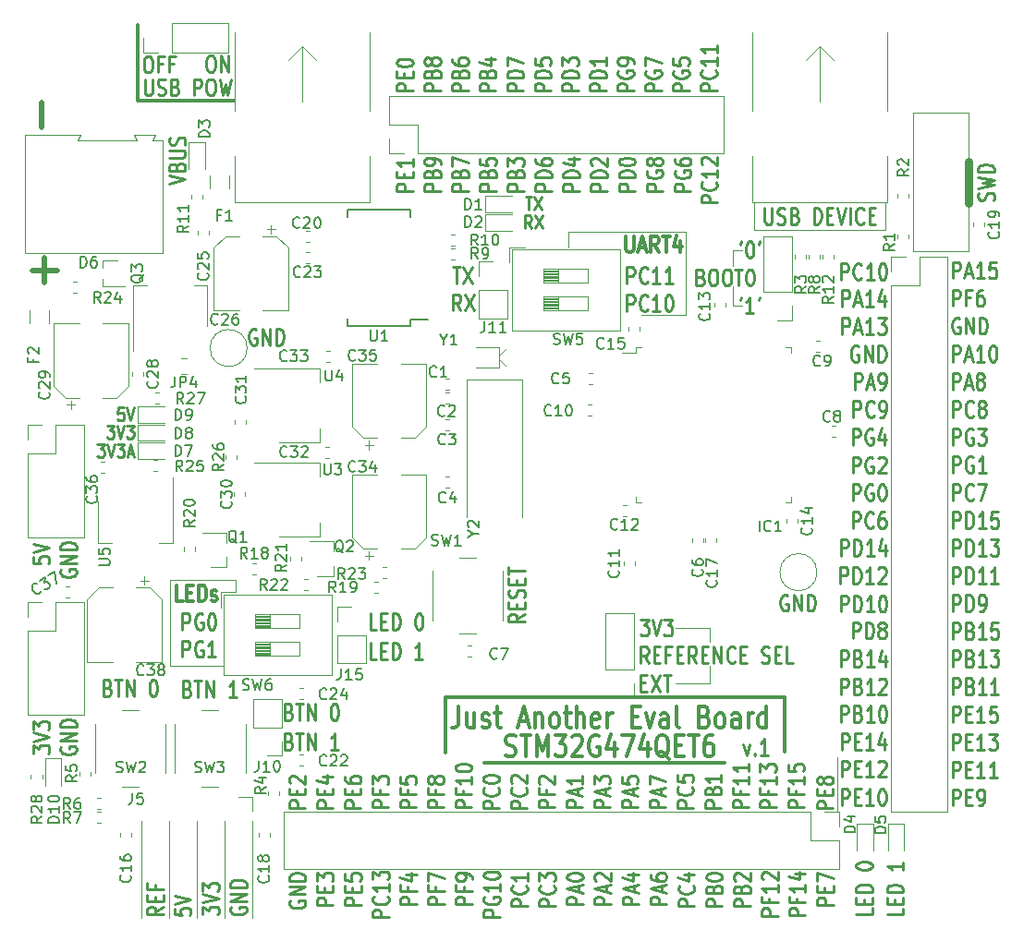
<source format=gbr>
G04 #@! TF.GenerationSoftware,KiCad,Pcbnew,(5.1.5)-3*
G04 #@! TF.CreationDate,2021-02-28T22:04:56+01:00*
G04 #@! TF.ProjectId,g4_eval,67345f65-7661-46c2-9e6b-696361645f70,rev?*
G04 #@! TF.SameCoordinates,Original*
G04 #@! TF.FileFunction,Legend,Top*
G04 #@! TF.FilePolarity,Positive*
%FSLAX46Y46*%
G04 Gerber Fmt 4.6, Leading zero omitted, Abs format (unit mm)*
G04 Created by KiCad (PCBNEW (5.1.5)-3) date 2021-02-28 22:04:56*
%MOMM*%
%LPD*%
G04 APERTURE LIST*
%ADD10C,0.250000*%
%ADD11C,0.300000*%
%ADD12C,0.350000*%
%ADD13C,0.120000*%
%ADD14C,0.500000*%
%ADD15C,0.150000*%
%ADD16C,0.800000*%
G04 APERTURE END LIST*
D10*
X231257142Y-133778571D02*
X231542857Y-134778571D01*
X231828571Y-133778571D01*
X232285714Y-134635714D02*
X232342857Y-134707142D01*
X232285714Y-134778571D01*
X232228571Y-134707142D01*
X232285714Y-134635714D01*
X232285714Y-134778571D01*
X233485714Y-134778571D02*
X232800000Y-134778571D01*
X233142857Y-134778571D02*
X233142857Y-133278571D01*
X233028571Y-133492857D01*
X232914285Y-133635714D01*
X232800000Y-133707142D01*
D11*
X207500000Y-135500000D02*
X229500000Y-135500000D01*
X204000000Y-131557051D02*
X204000000Y-134557051D01*
X204000000Y-129500000D02*
X204000000Y-132500000D01*
X235000000Y-129500000D02*
X235000000Y-134500000D01*
X204000000Y-129500000D02*
X235000000Y-129500000D01*
D12*
X205183333Y-130274761D02*
X205183333Y-131703333D01*
X205107142Y-131989047D01*
X204954761Y-132179523D01*
X204726190Y-132274761D01*
X204573809Y-132274761D01*
X206630952Y-130941428D02*
X206630952Y-132274761D01*
X205945238Y-130941428D02*
X205945238Y-131989047D01*
X206021428Y-132179523D01*
X206173809Y-132274761D01*
X206402380Y-132274761D01*
X206554761Y-132179523D01*
X206630952Y-132084285D01*
X207316666Y-132179523D02*
X207469047Y-132274761D01*
X207773809Y-132274761D01*
X207926190Y-132179523D01*
X208002380Y-131989047D01*
X208002380Y-131893809D01*
X207926190Y-131703333D01*
X207773809Y-131608095D01*
X207545238Y-131608095D01*
X207392857Y-131512857D01*
X207316666Y-131322380D01*
X207316666Y-131227142D01*
X207392857Y-131036666D01*
X207545238Y-130941428D01*
X207773809Y-130941428D01*
X207926190Y-131036666D01*
X208459523Y-130941428D02*
X209069047Y-130941428D01*
X208688095Y-130274761D02*
X208688095Y-131989047D01*
X208764285Y-132179523D01*
X208916666Y-132274761D01*
X209069047Y-132274761D01*
X210745238Y-131703333D02*
X211507142Y-131703333D01*
X210592857Y-132274761D02*
X211126190Y-130274761D01*
X211659523Y-132274761D01*
X212192857Y-130941428D02*
X212192857Y-132274761D01*
X212192857Y-131131904D02*
X212269047Y-131036666D01*
X212421428Y-130941428D01*
X212650000Y-130941428D01*
X212802380Y-131036666D01*
X212878571Y-131227142D01*
X212878571Y-132274761D01*
X213869047Y-132274761D02*
X213716666Y-132179523D01*
X213640476Y-132084285D01*
X213564285Y-131893809D01*
X213564285Y-131322380D01*
X213640476Y-131131904D01*
X213716666Y-131036666D01*
X213869047Y-130941428D01*
X214097619Y-130941428D01*
X214250000Y-131036666D01*
X214326190Y-131131904D01*
X214402380Y-131322380D01*
X214402380Y-131893809D01*
X214326190Y-132084285D01*
X214250000Y-132179523D01*
X214097619Y-132274761D01*
X213869047Y-132274761D01*
X214859523Y-130941428D02*
X215469047Y-130941428D01*
X215088095Y-130274761D02*
X215088095Y-131989047D01*
X215164285Y-132179523D01*
X215316666Y-132274761D01*
X215469047Y-132274761D01*
X216002380Y-132274761D02*
X216002380Y-130274761D01*
X216688095Y-132274761D02*
X216688095Y-131227142D01*
X216611904Y-131036666D01*
X216459523Y-130941428D01*
X216230952Y-130941428D01*
X216078571Y-131036666D01*
X216002380Y-131131904D01*
X218059523Y-132179523D02*
X217907142Y-132274761D01*
X217602380Y-132274761D01*
X217450000Y-132179523D01*
X217373809Y-131989047D01*
X217373809Y-131227142D01*
X217450000Y-131036666D01*
X217602380Y-130941428D01*
X217907142Y-130941428D01*
X218059523Y-131036666D01*
X218135714Y-131227142D01*
X218135714Y-131417619D01*
X217373809Y-131608095D01*
X218821428Y-132274761D02*
X218821428Y-130941428D01*
X218821428Y-131322380D02*
X218897619Y-131131904D01*
X218973809Y-131036666D01*
X219126190Y-130941428D01*
X219278571Y-130941428D01*
X221030952Y-131227142D02*
X221564285Y-131227142D01*
X221792857Y-132274761D02*
X221030952Y-132274761D01*
X221030952Y-130274761D01*
X221792857Y-130274761D01*
X222326190Y-130941428D02*
X222707142Y-132274761D01*
X223088095Y-130941428D01*
X224383333Y-132274761D02*
X224383333Y-131227142D01*
X224307142Y-131036666D01*
X224154761Y-130941428D01*
X223850000Y-130941428D01*
X223697619Y-131036666D01*
X224383333Y-132179523D02*
X224230952Y-132274761D01*
X223850000Y-132274761D01*
X223697619Y-132179523D01*
X223621428Y-131989047D01*
X223621428Y-131798571D01*
X223697619Y-131608095D01*
X223850000Y-131512857D01*
X224230952Y-131512857D01*
X224383333Y-131417619D01*
X225373809Y-132274761D02*
X225221428Y-132179523D01*
X225145238Y-131989047D01*
X225145238Y-130274761D01*
X227735714Y-131227142D02*
X227964285Y-131322380D01*
X228040476Y-131417619D01*
X228116666Y-131608095D01*
X228116666Y-131893809D01*
X228040476Y-132084285D01*
X227964285Y-132179523D01*
X227811904Y-132274761D01*
X227202380Y-132274761D01*
X227202380Y-130274761D01*
X227735714Y-130274761D01*
X227888095Y-130370000D01*
X227964285Y-130465238D01*
X228040476Y-130655714D01*
X228040476Y-130846190D01*
X227964285Y-131036666D01*
X227888095Y-131131904D01*
X227735714Y-131227142D01*
X227202380Y-131227142D01*
X229030952Y-132274761D02*
X228878571Y-132179523D01*
X228802380Y-132084285D01*
X228726190Y-131893809D01*
X228726190Y-131322380D01*
X228802380Y-131131904D01*
X228878571Y-131036666D01*
X229030952Y-130941428D01*
X229259523Y-130941428D01*
X229411904Y-131036666D01*
X229488095Y-131131904D01*
X229564285Y-131322380D01*
X229564285Y-131893809D01*
X229488095Y-132084285D01*
X229411904Y-132179523D01*
X229259523Y-132274761D01*
X229030952Y-132274761D01*
X230935714Y-132274761D02*
X230935714Y-131227142D01*
X230859523Y-131036666D01*
X230707142Y-130941428D01*
X230402380Y-130941428D01*
X230250000Y-131036666D01*
X230935714Y-132179523D02*
X230783333Y-132274761D01*
X230402380Y-132274761D01*
X230250000Y-132179523D01*
X230173809Y-131989047D01*
X230173809Y-131798571D01*
X230250000Y-131608095D01*
X230402380Y-131512857D01*
X230783333Y-131512857D01*
X230935714Y-131417619D01*
X231697619Y-132274761D02*
X231697619Y-130941428D01*
X231697619Y-131322380D02*
X231773809Y-131131904D01*
X231850000Y-131036666D01*
X232002380Y-130941428D01*
X232154761Y-130941428D01*
X233373809Y-132274761D02*
X233373809Y-130274761D01*
X233373809Y-132179523D02*
X233221428Y-132274761D01*
X232916666Y-132274761D01*
X232764285Y-132179523D01*
X232688095Y-132084285D01*
X232611904Y-131893809D01*
X232611904Y-131322380D01*
X232688095Y-131131904D01*
X232764285Y-131036666D01*
X232916666Y-130941428D01*
X233221428Y-130941428D01*
X233373809Y-131036666D01*
X209506190Y-134809523D02*
X209734761Y-134904761D01*
X210115714Y-134904761D01*
X210268095Y-134809523D01*
X210344285Y-134714285D01*
X210420476Y-134523809D01*
X210420476Y-134333333D01*
X210344285Y-134142857D01*
X210268095Y-134047619D01*
X210115714Y-133952380D01*
X209810952Y-133857142D01*
X209658571Y-133761904D01*
X209582380Y-133666666D01*
X209506190Y-133476190D01*
X209506190Y-133285714D01*
X209582380Y-133095238D01*
X209658571Y-133000000D01*
X209810952Y-132904761D01*
X210191904Y-132904761D01*
X210420476Y-133000000D01*
X210877619Y-132904761D02*
X211791904Y-132904761D01*
X211334761Y-134904761D02*
X211334761Y-132904761D01*
X212325238Y-134904761D02*
X212325238Y-132904761D01*
X212858571Y-134333333D01*
X213391904Y-132904761D01*
X213391904Y-134904761D01*
X214001428Y-132904761D02*
X214991904Y-132904761D01*
X214458571Y-133666666D01*
X214687142Y-133666666D01*
X214839523Y-133761904D01*
X214915714Y-133857142D01*
X214991904Y-134047619D01*
X214991904Y-134523809D01*
X214915714Y-134714285D01*
X214839523Y-134809523D01*
X214687142Y-134904761D01*
X214230000Y-134904761D01*
X214077619Y-134809523D01*
X214001428Y-134714285D01*
X215601428Y-133095238D02*
X215677619Y-133000000D01*
X215830000Y-132904761D01*
X216210952Y-132904761D01*
X216363333Y-133000000D01*
X216439523Y-133095238D01*
X216515714Y-133285714D01*
X216515714Y-133476190D01*
X216439523Y-133761904D01*
X215525238Y-134904761D01*
X216515714Y-134904761D01*
X218039523Y-133000000D02*
X217887142Y-132904761D01*
X217658571Y-132904761D01*
X217430000Y-133000000D01*
X217277619Y-133190476D01*
X217201428Y-133380952D01*
X217125238Y-133761904D01*
X217125238Y-134047619D01*
X217201428Y-134428571D01*
X217277619Y-134619047D01*
X217430000Y-134809523D01*
X217658571Y-134904761D01*
X217810952Y-134904761D01*
X218039523Y-134809523D01*
X218115714Y-134714285D01*
X218115714Y-134047619D01*
X217810952Y-134047619D01*
X219487142Y-133571428D02*
X219487142Y-134904761D01*
X219106190Y-132809523D02*
X218725238Y-134238095D01*
X219715714Y-134238095D01*
X220172857Y-132904761D02*
X221239523Y-132904761D01*
X220553809Y-134904761D01*
X222534761Y-133571428D02*
X222534761Y-134904761D01*
X222153809Y-132809523D02*
X221772857Y-134238095D01*
X222763333Y-134238095D01*
X224439523Y-135095238D02*
X224287142Y-135000000D01*
X224134761Y-134809523D01*
X223906190Y-134523809D01*
X223753809Y-134428571D01*
X223601428Y-134428571D01*
X223677619Y-134904761D02*
X223525238Y-134809523D01*
X223372857Y-134619047D01*
X223296666Y-134238095D01*
X223296666Y-133571428D01*
X223372857Y-133190476D01*
X223525238Y-133000000D01*
X223677619Y-132904761D01*
X223982380Y-132904761D01*
X224134761Y-133000000D01*
X224287142Y-133190476D01*
X224363333Y-133571428D01*
X224363333Y-134238095D01*
X224287142Y-134619047D01*
X224134761Y-134809523D01*
X223982380Y-134904761D01*
X223677619Y-134904761D01*
X225049047Y-133857142D02*
X225582380Y-133857142D01*
X225810952Y-134904761D02*
X225049047Y-134904761D01*
X225049047Y-132904761D01*
X225810952Y-132904761D01*
X226268095Y-132904761D02*
X227182380Y-132904761D01*
X226725238Y-134904761D02*
X226725238Y-132904761D01*
X228401428Y-132904761D02*
X228096666Y-132904761D01*
X227944285Y-133000000D01*
X227868095Y-133095238D01*
X227715714Y-133380952D01*
X227639523Y-133761904D01*
X227639523Y-134523809D01*
X227715714Y-134714285D01*
X227791904Y-134809523D01*
X227944285Y-134904761D01*
X228249047Y-134904761D01*
X228401428Y-134809523D01*
X228477619Y-134714285D01*
X228553809Y-134523809D01*
X228553809Y-134047619D01*
X228477619Y-133857142D01*
X228401428Y-133761904D01*
X228249047Y-133666666D01*
X227944285Y-133666666D01*
X227791904Y-133761904D01*
X227715714Y-133857142D01*
X227639523Y-134047619D01*
D10*
X186634642Y-95740000D02*
X186520357Y-95668571D01*
X186348928Y-95668571D01*
X186177500Y-95740000D01*
X186063214Y-95882857D01*
X186006071Y-96025714D01*
X185948928Y-96311428D01*
X185948928Y-96525714D01*
X186006071Y-96811428D01*
X186063214Y-96954285D01*
X186177500Y-97097142D01*
X186348928Y-97168571D01*
X186463214Y-97168571D01*
X186634642Y-97097142D01*
X186691785Y-97025714D01*
X186691785Y-96525714D01*
X186463214Y-96525714D01*
X187206071Y-97168571D02*
X187206071Y-95668571D01*
X187891785Y-97168571D01*
X187891785Y-95668571D01*
X188463214Y-97168571D02*
X188463214Y-95668571D01*
X188748928Y-95668571D01*
X188920357Y-95740000D01*
X189034642Y-95882857D01*
X189091785Y-96025714D01*
X189148928Y-96311428D01*
X189148928Y-96525714D01*
X189091785Y-96811428D01*
X189034642Y-96954285D01*
X188920357Y-97097142D01*
X188748928Y-97168571D01*
X188463214Y-97168571D01*
X235314642Y-120110000D02*
X235200357Y-120038571D01*
X235028928Y-120038571D01*
X234857500Y-120110000D01*
X234743214Y-120252857D01*
X234686071Y-120395714D01*
X234628928Y-120681428D01*
X234628928Y-120895714D01*
X234686071Y-121181428D01*
X234743214Y-121324285D01*
X234857500Y-121467142D01*
X235028928Y-121538571D01*
X235143214Y-121538571D01*
X235314642Y-121467142D01*
X235371785Y-121395714D01*
X235371785Y-120895714D01*
X235143214Y-120895714D01*
X235886071Y-121538571D02*
X235886071Y-120038571D01*
X236571785Y-121538571D01*
X236571785Y-120038571D01*
X237143214Y-121538571D02*
X237143214Y-120038571D01*
X237428928Y-120038571D01*
X237600357Y-120110000D01*
X237714642Y-120252857D01*
X237771785Y-120395714D01*
X237828928Y-120681428D01*
X237828928Y-120895714D01*
X237771785Y-121181428D01*
X237714642Y-121324285D01*
X237600357Y-121467142D01*
X237428928Y-121538571D01*
X237143214Y-121538571D01*
X245898571Y-148819642D02*
X245898571Y-149391071D01*
X244398571Y-149391071D01*
X245112857Y-148419642D02*
X245112857Y-148019642D01*
X245898571Y-147848214D02*
X245898571Y-148419642D01*
X244398571Y-148419642D01*
X244398571Y-147848214D01*
X245898571Y-147333928D02*
X244398571Y-147333928D01*
X244398571Y-147048214D01*
X244470000Y-146876785D01*
X244612857Y-146762500D01*
X244755714Y-146705357D01*
X245041428Y-146648214D01*
X245255714Y-146648214D01*
X245541428Y-146705357D01*
X245684285Y-146762500D01*
X245827142Y-146876785D01*
X245898571Y-147048214D01*
X245898571Y-147333928D01*
X245898571Y-144591071D02*
X245898571Y-145276785D01*
X245898571Y-144933928D02*
X244398571Y-144933928D01*
X244612857Y-145048214D01*
X244755714Y-145162500D01*
X244827142Y-145276785D01*
X243088571Y-148799642D02*
X243088571Y-149371071D01*
X241588571Y-149371071D01*
X242302857Y-148399642D02*
X242302857Y-147999642D01*
X243088571Y-147828214D02*
X243088571Y-148399642D01*
X241588571Y-148399642D01*
X241588571Y-147828214D01*
X243088571Y-147313928D02*
X241588571Y-147313928D01*
X241588571Y-147028214D01*
X241660000Y-146856785D01*
X241802857Y-146742500D01*
X241945714Y-146685357D01*
X242231428Y-146628214D01*
X242445714Y-146628214D01*
X242731428Y-146685357D01*
X242874285Y-146742500D01*
X243017142Y-146856785D01*
X243088571Y-147028214D01*
X243088571Y-147313928D01*
X241588571Y-144971071D02*
X241588571Y-144856785D01*
X241660000Y-144742500D01*
X241731428Y-144685357D01*
X241874285Y-144628214D01*
X242160000Y-144571071D01*
X242517142Y-144571071D01*
X242802857Y-144628214D01*
X242945714Y-144685357D01*
X243017142Y-144742500D01*
X243088571Y-144856785D01*
X243088571Y-144971071D01*
X243017142Y-145085357D01*
X242945714Y-145142500D01*
X242802857Y-145199642D01*
X242517142Y-145256785D01*
X242160000Y-145256785D01*
X241874285Y-145199642D01*
X241731428Y-145142500D01*
X241660000Y-145085357D01*
X241588571Y-144971071D01*
X239503571Y-148505357D02*
X238003571Y-148505357D01*
X238003571Y-148048214D01*
X238075000Y-147933928D01*
X238146428Y-147876785D01*
X238289285Y-147819642D01*
X238503571Y-147819642D01*
X238646428Y-147876785D01*
X238717857Y-147933928D01*
X238789285Y-148048214D01*
X238789285Y-148505357D01*
X238717857Y-147305357D02*
X238717857Y-146905357D01*
X239503571Y-146733928D02*
X239503571Y-147305357D01*
X238003571Y-147305357D01*
X238003571Y-146733928D01*
X238003571Y-146333928D02*
X238003571Y-145533928D01*
X239503571Y-146048214D01*
X236928571Y-149481071D02*
X235428571Y-149481071D01*
X235428571Y-149023928D01*
X235500000Y-148909642D01*
X235571428Y-148852500D01*
X235714285Y-148795357D01*
X235928571Y-148795357D01*
X236071428Y-148852500D01*
X236142857Y-148909642D01*
X236214285Y-149023928D01*
X236214285Y-149481071D01*
X236142857Y-147881071D02*
X236142857Y-148281071D01*
X236928571Y-148281071D02*
X235428571Y-148281071D01*
X235428571Y-147709642D01*
X236928571Y-146623928D02*
X236928571Y-147309642D01*
X236928571Y-146966785D02*
X235428571Y-146966785D01*
X235642857Y-147081071D01*
X235785714Y-147195357D01*
X235857142Y-147309642D01*
X235928571Y-145595357D02*
X236928571Y-145595357D01*
X235357142Y-145881071D02*
X236428571Y-146166785D01*
X236428571Y-145423928D01*
X234408571Y-149491071D02*
X232908571Y-149491071D01*
X232908571Y-149033928D01*
X232980000Y-148919642D01*
X233051428Y-148862500D01*
X233194285Y-148805357D01*
X233408571Y-148805357D01*
X233551428Y-148862500D01*
X233622857Y-148919642D01*
X233694285Y-149033928D01*
X233694285Y-149491071D01*
X233622857Y-147891071D02*
X233622857Y-148291071D01*
X234408571Y-148291071D02*
X232908571Y-148291071D01*
X232908571Y-147719642D01*
X234408571Y-146633928D02*
X234408571Y-147319642D01*
X234408571Y-146976785D02*
X232908571Y-146976785D01*
X233122857Y-147091071D01*
X233265714Y-147205357D01*
X233337142Y-147319642D01*
X233051428Y-146176785D02*
X232980000Y-146119642D01*
X232908571Y-146005357D01*
X232908571Y-145719642D01*
X232980000Y-145605357D01*
X233051428Y-145548214D01*
X233194285Y-145491071D01*
X233337142Y-145491071D01*
X233551428Y-145548214D01*
X234408571Y-146233928D01*
X234408571Y-145491071D01*
X231865403Y-148619642D02*
X230365403Y-148619642D01*
X230365403Y-148162500D01*
X230436832Y-148048214D01*
X230508260Y-147991071D01*
X230651117Y-147933928D01*
X230865403Y-147933928D01*
X231008260Y-147991071D01*
X231079689Y-148048214D01*
X231151117Y-148162500D01*
X231151117Y-148619642D01*
X231079689Y-147019642D02*
X231151117Y-146848214D01*
X231222546Y-146791071D01*
X231365403Y-146733928D01*
X231579689Y-146733928D01*
X231722546Y-146791071D01*
X231793974Y-146848214D01*
X231865403Y-146962500D01*
X231865403Y-147419642D01*
X230365403Y-147419642D01*
X230365403Y-147019642D01*
X230436832Y-146905357D01*
X230508260Y-146848214D01*
X230651117Y-146791071D01*
X230793974Y-146791071D01*
X230936832Y-146848214D01*
X231008260Y-146905357D01*
X231079689Y-147019642D01*
X231079689Y-147419642D01*
X230508260Y-146276785D02*
X230436832Y-146219642D01*
X230365403Y-146105357D01*
X230365403Y-145819642D01*
X230436832Y-145705357D01*
X230508260Y-145648214D01*
X230651117Y-145591071D01*
X230793974Y-145591071D01*
X231008260Y-145648214D01*
X231865403Y-146333928D01*
X231865403Y-145591071D01*
X229319351Y-148619642D02*
X227819351Y-148619642D01*
X227819351Y-148162500D01*
X227890780Y-148048214D01*
X227962208Y-147991071D01*
X228105065Y-147933928D01*
X228319351Y-147933928D01*
X228462208Y-147991071D01*
X228533637Y-148048214D01*
X228605065Y-148162500D01*
X228605065Y-148619642D01*
X228533637Y-147019642D02*
X228605065Y-146848214D01*
X228676494Y-146791071D01*
X228819351Y-146733928D01*
X229033637Y-146733928D01*
X229176494Y-146791071D01*
X229247922Y-146848214D01*
X229319351Y-146962500D01*
X229319351Y-147419642D01*
X227819351Y-147419642D01*
X227819351Y-147019642D01*
X227890780Y-146905357D01*
X227962208Y-146848214D01*
X228105065Y-146791071D01*
X228247922Y-146791071D01*
X228390780Y-146848214D01*
X228462208Y-146905357D01*
X228533637Y-147019642D01*
X228533637Y-147419642D01*
X227819351Y-145991071D02*
X227819351Y-145876785D01*
X227890780Y-145762500D01*
X227962208Y-145705357D01*
X228105065Y-145648214D01*
X228390780Y-145591071D01*
X228747922Y-145591071D01*
X229033637Y-145648214D01*
X229176494Y-145705357D01*
X229247922Y-145762500D01*
X229319351Y-145876785D01*
X229319351Y-145991071D01*
X229247922Y-146105357D01*
X229176494Y-146162500D01*
X229033637Y-146219642D01*
X228747922Y-146276785D01*
X228390780Y-146276785D01*
X228105065Y-146219642D01*
X227962208Y-146162500D01*
X227890780Y-146105357D01*
X227819351Y-145991071D01*
X226773299Y-148619642D02*
X225273299Y-148619642D01*
X225273299Y-148162500D01*
X225344728Y-148048214D01*
X225416156Y-147991071D01*
X225559013Y-147933928D01*
X225773299Y-147933928D01*
X225916156Y-147991071D01*
X225987585Y-148048214D01*
X226059013Y-148162500D01*
X226059013Y-148619642D01*
X226630442Y-146733928D02*
X226701870Y-146791071D01*
X226773299Y-146962500D01*
X226773299Y-147076785D01*
X226701870Y-147248214D01*
X226559013Y-147362500D01*
X226416156Y-147419642D01*
X226130442Y-147476785D01*
X225916156Y-147476785D01*
X225630442Y-147419642D01*
X225487585Y-147362500D01*
X225344728Y-147248214D01*
X225273299Y-147076785D01*
X225273299Y-146962500D01*
X225344728Y-146791071D01*
X225416156Y-146733928D01*
X225773299Y-145705357D02*
X226773299Y-145705357D01*
X225201870Y-145991071D02*
X226273299Y-146276785D01*
X226273299Y-145533928D01*
X224227247Y-148448214D02*
X222727247Y-148448214D01*
X222727247Y-147991071D01*
X222798676Y-147876785D01*
X222870104Y-147819642D01*
X223012961Y-147762500D01*
X223227247Y-147762500D01*
X223370104Y-147819642D01*
X223441533Y-147876785D01*
X223512961Y-147991071D01*
X223512961Y-148448214D01*
X223798676Y-147305357D02*
X223798676Y-146733928D01*
X224227247Y-147419642D02*
X222727247Y-147019642D01*
X224227247Y-146619642D01*
X222727247Y-145705357D02*
X222727247Y-145933928D01*
X222798676Y-146048214D01*
X222870104Y-146105357D01*
X223084390Y-146219642D01*
X223370104Y-146276785D01*
X223941533Y-146276785D01*
X224084390Y-146219642D01*
X224155818Y-146162500D01*
X224227247Y-146048214D01*
X224227247Y-145819642D01*
X224155818Y-145705357D01*
X224084390Y-145648214D01*
X223941533Y-145591071D01*
X223584390Y-145591071D01*
X223441533Y-145648214D01*
X223370104Y-145705357D01*
X223298676Y-145819642D01*
X223298676Y-146048214D01*
X223370104Y-146162500D01*
X223441533Y-146219642D01*
X223584390Y-146276785D01*
X221681195Y-148448214D02*
X220181195Y-148448214D01*
X220181195Y-147991071D01*
X220252624Y-147876785D01*
X220324052Y-147819642D01*
X220466909Y-147762500D01*
X220681195Y-147762500D01*
X220824052Y-147819642D01*
X220895481Y-147876785D01*
X220966909Y-147991071D01*
X220966909Y-148448214D01*
X221252624Y-147305357D02*
X221252624Y-146733928D01*
X221681195Y-147419642D02*
X220181195Y-147019642D01*
X221681195Y-146619642D01*
X220681195Y-145705357D02*
X221681195Y-145705357D01*
X220109766Y-145991071D02*
X221181195Y-146276785D01*
X221181195Y-145533928D01*
X219135143Y-148448214D02*
X217635143Y-148448214D01*
X217635143Y-147991071D01*
X217706572Y-147876785D01*
X217778000Y-147819642D01*
X217920857Y-147762500D01*
X218135143Y-147762500D01*
X218278000Y-147819642D01*
X218349429Y-147876785D01*
X218420857Y-147991071D01*
X218420857Y-148448214D01*
X218706572Y-147305357D02*
X218706572Y-146733928D01*
X219135143Y-147419642D02*
X217635143Y-147019642D01*
X219135143Y-146619642D01*
X217778000Y-146276785D02*
X217706572Y-146219642D01*
X217635143Y-146105357D01*
X217635143Y-145819642D01*
X217706572Y-145705357D01*
X217778000Y-145648214D01*
X217920857Y-145591071D01*
X218063714Y-145591071D01*
X218278000Y-145648214D01*
X219135143Y-146333928D01*
X219135143Y-145591071D01*
X216589091Y-148448214D02*
X215089091Y-148448214D01*
X215089091Y-147991071D01*
X215160520Y-147876785D01*
X215231948Y-147819642D01*
X215374805Y-147762500D01*
X215589091Y-147762500D01*
X215731948Y-147819642D01*
X215803377Y-147876785D01*
X215874805Y-147991071D01*
X215874805Y-148448214D01*
X216160520Y-147305357D02*
X216160520Y-146733928D01*
X216589091Y-147419642D02*
X215089091Y-147019642D01*
X216589091Y-146619642D01*
X215089091Y-145991071D02*
X215089091Y-145876785D01*
X215160520Y-145762500D01*
X215231948Y-145705357D01*
X215374805Y-145648214D01*
X215660520Y-145591071D01*
X216017662Y-145591071D01*
X216303377Y-145648214D01*
X216446234Y-145705357D01*
X216517662Y-145762500D01*
X216589091Y-145876785D01*
X216589091Y-145991071D01*
X216517662Y-146105357D01*
X216446234Y-146162500D01*
X216303377Y-146219642D01*
X216017662Y-146276785D01*
X215660520Y-146276785D01*
X215374805Y-146219642D01*
X215231948Y-146162500D01*
X215160520Y-146105357D01*
X215089091Y-145991071D01*
X214043039Y-148619642D02*
X212543039Y-148619642D01*
X212543039Y-148162500D01*
X212614468Y-148048214D01*
X212685896Y-147991071D01*
X212828753Y-147933928D01*
X213043039Y-147933928D01*
X213185896Y-147991071D01*
X213257325Y-148048214D01*
X213328753Y-148162500D01*
X213328753Y-148619642D01*
X213900182Y-146733928D02*
X213971610Y-146791071D01*
X214043039Y-146962500D01*
X214043039Y-147076785D01*
X213971610Y-147248214D01*
X213828753Y-147362500D01*
X213685896Y-147419642D01*
X213400182Y-147476785D01*
X213185896Y-147476785D01*
X212900182Y-147419642D01*
X212757325Y-147362500D01*
X212614468Y-147248214D01*
X212543039Y-147076785D01*
X212543039Y-146962500D01*
X212614468Y-146791071D01*
X212685896Y-146733928D01*
X212543039Y-146333928D02*
X212543039Y-145591071D01*
X213114468Y-145991071D01*
X213114468Y-145819642D01*
X213185896Y-145705357D01*
X213257325Y-145648214D01*
X213400182Y-145591071D01*
X213757325Y-145591071D01*
X213900182Y-145648214D01*
X213971610Y-145705357D01*
X214043039Y-145819642D01*
X214043039Y-146162500D01*
X213971610Y-146276785D01*
X213900182Y-146333928D01*
X211496987Y-148619642D02*
X209996987Y-148619642D01*
X209996987Y-148162500D01*
X210068416Y-148048214D01*
X210139844Y-147991071D01*
X210282701Y-147933928D01*
X210496987Y-147933928D01*
X210639844Y-147991071D01*
X210711273Y-148048214D01*
X210782701Y-148162500D01*
X210782701Y-148619642D01*
X211354130Y-146733928D02*
X211425558Y-146791071D01*
X211496987Y-146962500D01*
X211496987Y-147076785D01*
X211425558Y-147248214D01*
X211282701Y-147362500D01*
X211139844Y-147419642D01*
X210854130Y-147476785D01*
X210639844Y-147476785D01*
X210354130Y-147419642D01*
X210211273Y-147362500D01*
X210068416Y-147248214D01*
X209996987Y-147076785D01*
X209996987Y-146962500D01*
X210068416Y-146791071D01*
X210139844Y-146733928D01*
X211496987Y-145591071D02*
X211496987Y-146276785D01*
X211496987Y-145933928D02*
X209996987Y-145933928D01*
X210211273Y-146048214D01*
X210354130Y-146162500D01*
X210425558Y-146276785D01*
X208968571Y-149602500D02*
X207468571Y-149602500D01*
X207468571Y-149145357D01*
X207540000Y-149031071D01*
X207611428Y-148973928D01*
X207754285Y-148916785D01*
X207968571Y-148916785D01*
X208111428Y-148973928D01*
X208182857Y-149031071D01*
X208254285Y-149145357D01*
X208254285Y-149602500D01*
X207540000Y-147773928D02*
X207468571Y-147888214D01*
X207468571Y-148059642D01*
X207540000Y-148231071D01*
X207682857Y-148345357D01*
X207825714Y-148402500D01*
X208111428Y-148459642D01*
X208325714Y-148459642D01*
X208611428Y-148402500D01*
X208754285Y-148345357D01*
X208897142Y-148231071D01*
X208968571Y-148059642D01*
X208968571Y-147945357D01*
X208897142Y-147773928D01*
X208825714Y-147716785D01*
X208325714Y-147716785D01*
X208325714Y-147945357D01*
X208968571Y-146573928D02*
X208968571Y-147259642D01*
X208968571Y-146916785D02*
X207468571Y-146916785D01*
X207682857Y-147031071D01*
X207825714Y-147145357D01*
X207897142Y-147259642D01*
X207468571Y-145831071D02*
X207468571Y-145716785D01*
X207540000Y-145602500D01*
X207611428Y-145545357D01*
X207754285Y-145488214D01*
X208040000Y-145431071D01*
X208397142Y-145431071D01*
X208682857Y-145488214D01*
X208825714Y-145545357D01*
X208897142Y-145602500D01*
X208968571Y-145716785D01*
X208968571Y-145831071D01*
X208897142Y-145945357D01*
X208825714Y-146002500D01*
X208682857Y-146059642D01*
X208397142Y-146116785D01*
X208040000Y-146116785D01*
X207754285Y-146059642D01*
X207611428Y-146002500D01*
X207540000Y-145945357D01*
X207468571Y-145831071D01*
X206404883Y-148448214D02*
X204904883Y-148448214D01*
X204904883Y-147991071D01*
X204976312Y-147876785D01*
X205047740Y-147819642D01*
X205190597Y-147762500D01*
X205404883Y-147762500D01*
X205547740Y-147819642D01*
X205619169Y-147876785D01*
X205690597Y-147991071D01*
X205690597Y-148448214D01*
X205619169Y-146848214D02*
X205619169Y-147248214D01*
X206404883Y-147248214D02*
X204904883Y-147248214D01*
X204904883Y-146676785D01*
X206404883Y-146162500D02*
X206404883Y-145933928D01*
X206333454Y-145819642D01*
X206262026Y-145762500D01*
X206047740Y-145648214D01*
X205762026Y-145591071D01*
X205190597Y-145591071D01*
X205047740Y-145648214D01*
X204976312Y-145705357D01*
X204904883Y-145819642D01*
X204904883Y-146048214D01*
X204976312Y-146162500D01*
X205047740Y-146219642D01*
X205190597Y-146276785D01*
X205547740Y-146276785D01*
X205690597Y-146219642D01*
X205762026Y-146162500D01*
X205833454Y-146048214D01*
X205833454Y-145819642D01*
X205762026Y-145705357D01*
X205690597Y-145648214D01*
X205547740Y-145591071D01*
X203858831Y-148448214D02*
X202358831Y-148448214D01*
X202358831Y-147991071D01*
X202430260Y-147876785D01*
X202501688Y-147819642D01*
X202644545Y-147762500D01*
X202858831Y-147762500D01*
X203001688Y-147819642D01*
X203073117Y-147876785D01*
X203144545Y-147991071D01*
X203144545Y-148448214D01*
X203073117Y-146848214D02*
X203073117Y-147248214D01*
X203858831Y-147248214D02*
X202358831Y-147248214D01*
X202358831Y-146676785D01*
X202358831Y-146333928D02*
X202358831Y-145533928D01*
X203858831Y-146048214D01*
X201312779Y-148448214D02*
X199812779Y-148448214D01*
X199812779Y-147991071D01*
X199884208Y-147876785D01*
X199955636Y-147819642D01*
X200098493Y-147762500D01*
X200312779Y-147762500D01*
X200455636Y-147819642D01*
X200527065Y-147876785D01*
X200598493Y-147991071D01*
X200598493Y-148448214D01*
X200527065Y-146848214D02*
X200527065Y-147248214D01*
X201312779Y-147248214D02*
X199812779Y-147248214D01*
X199812779Y-146676785D01*
X200312779Y-145705357D02*
X201312779Y-145705357D01*
X199741350Y-145991071D02*
X200812779Y-146276785D01*
X200812779Y-145533928D01*
X198778571Y-149612500D02*
X197278571Y-149612500D01*
X197278571Y-149155357D01*
X197350000Y-149041071D01*
X197421428Y-148983928D01*
X197564285Y-148926785D01*
X197778571Y-148926785D01*
X197921428Y-148983928D01*
X197992857Y-149041071D01*
X198064285Y-149155357D01*
X198064285Y-149612500D01*
X198635714Y-147726785D02*
X198707142Y-147783928D01*
X198778571Y-147955357D01*
X198778571Y-148069642D01*
X198707142Y-148241071D01*
X198564285Y-148355357D01*
X198421428Y-148412500D01*
X198135714Y-148469642D01*
X197921428Y-148469642D01*
X197635714Y-148412500D01*
X197492857Y-148355357D01*
X197350000Y-148241071D01*
X197278571Y-148069642D01*
X197278571Y-147955357D01*
X197350000Y-147783928D01*
X197421428Y-147726785D01*
X198778571Y-146583928D02*
X198778571Y-147269642D01*
X198778571Y-146926785D02*
X197278571Y-146926785D01*
X197492857Y-147041071D01*
X197635714Y-147155357D01*
X197707142Y-147269642D01*
X197278571Y-146183928D02*
X197278571Y-145441071D01*
X197850000Y-145841071D01*
X197850000Y-145669642D01*
X197921428Y-145555357D01*
X197992857Y-145498214D01*
X198135714Y-145441071D01*
X198492857Y-145441071D01*
X198635714Y-145498214D01*
X198707142Y-145555357D01*
X198778571Y-145669642D01*
X198778571Y-146012500D01*
X198707142Y-146126785D01*
X198635714Y-146183928D01*
X196220675Y-148505357D02*
X194720675Y-148505357D01*
X194720675Y-148048214D01*
X194792104Y-147933928D01*
X194863532Y-147876785D01*
X195006389Y-147819642D01*
X195220675Y-147819642D01*
X195363532Y-147876785D01*
X195434961Y-147933928D01*
X195506389Y-148048214D01*
X195506389Y-148505357D01*
X195434961Y-147305357D02*
X195434961Y-146905357D01*
X196220675Y-146733928D02*
X196220675Y-147305357D01*
X194720675Y-147305357D01*
X194720675Y-146733928D01*
X194720675Y-145648214D02*
X194720675Y-146219642D01*
X195434961Y-146276785D01*
X195363532Y-146219642D01*
X195292104Y-146105357D01*
X195292104Y-145819642D01*
X195363532Y-145705357D01*
X195434961Y-145648214D01*
X195577818Y-145591071D01*
X195934961Y-145591071D01*
X196077818Y-145648214D01*
X196149246Y-145705357D01*
X196220675Y-145819642D01*
X196220675Y-146105357D01*
X196149246Y-146219642D01*
X196077818Y-146276785D01*
X193674623Y-148505357D02*
X192174623Y-148505357D01*
X192174623Y-148048214D01*
X192246052Y-147933928D01*
X192317480Y-147876785D01*
X192460337Y-147819642D01*
X192674623Y-147819642D01*
X192817480Y-147876785D01*
X192888909Y-147933928D01*
X192960337Y-148048214D01*
X192960337Y-148505357D01*
X192888909Y-147305357D02*
X192888909Y-146905357D01*
X193674623Y-146733928D02*
X193674623Y-147305357D01*
X192174623Y-147305357D01*
X192174623Y-146733928D01*
X192174623Y-146333928D02*
X192174623Y-145591071D01*
X192746052Y-145991071D01*
X192746052Y-145819642D01*
X192817480Y-145705357D01*
X192888909Y-145648214D01*
X193031766Y-145591071D01*
X193388909Y-145591071D01*
X193531766Y-145648214D01*
X193603194Y-145705357D01*
X193674623Y-145819642D01*
X193674623Y-146162500D01*
X193603194Y-146276785D01*
X193531766Y-146333928D01*
X189700000Y-148105357D02*
X189628571Y-148219642D01*
X189628571Y-148391071D01*
X189700000Y-148562500D01*
X189842857Y-148676785D01*
X189985714Y-148733928D01*
X190271428Y-148791071D01*
X190485714Y-148791071D01*
X190771428Y-148733928D01*
X190914285Y-148676785D01*
X191057142Y-148562500D01*
X191128571Y-148391071D01*
X191128571Y-148276785D01*
X191057142Y-148105357D01*
X190985714Y-148048214D01*
X190485714Y-148048214D01*
X190485714Y-148276785D01*
X191128571Y-147533928D02*
X189628571Y-147533928D01*
X191128571Y-146848214D01*
X189628571Y-146848214D01*
X191128571Y-146276785D02*
X189628571Y-146276785D01*
X189628571Y-145991071D01*
X189700000Y-145819642D01*
X189842857Y-145705357D01*
X189985714Y-145648214D01*
X190271428Y-145591071D01*
X190485714Y-145591071D01*
X190771428Y-145648214D01*
X190914285Y-145705357D01*
X191057142Y-145819642D01*
X191128571Y-145991071D01*
X191128571Y-146276785D01*
X250448214Y-139403571D02*
X250448214Y-137903571D01*
X250905357Y-137903571D01*
X251019642Y-137975000D01*
X251076785Y-138046428D01*
X251133928Y-138189285D01*
X251133928Y-138403571D01*
X251076785Y-138546428D01*
X251019642Y-138617857D01*
X250905357Y-138689285D01*
X250448214Y-138689285D01*
X251648214Y-138617857D02*
X252048214Y-138617857D01*
X252219642Y-139403571D02*
X251648214Y-139403571D01*
X251648214Y-137903571D01*
X252219642Y-137903571D01*
X252791071Y-139403571D02*
X253019642Y-139403571D01*
X253133928Y-139332142D01*
X253191071Y-139260714D01*
X253305357Y-139046428D01*
X253362500Y-138760714D01*
X253362500Y-138189285D01*
X253305357Y-138046428D01*
X253248214Y-137975000D01*
X253133928Y-137903571D01*
X252905357Y-137903571D01*
X252791071Y-137975000D01*
X252733928Y-138046428D01*
X252676785Y-138189285D01*
X252676785Y-138546428D01*
X252733928Y-138689285D01*
X252791071Y-138760714D01*
X252905357Y-138832142D01*
X253133928Y-138832142D01*
X253248214Y-138760714D01*
X253305357Y-138689285D01*
X253362500Y-138546428D01*
X250448214Y-136858819D02*
X250448214Y-135358819D01*
X250905357Y-135358819D01*
X251019642Y-135430248D01*
X251076785Y-135501676D01*
X251133928Y-135644533D01*
X251133928Y-135858819D01*
X251076785Y-136001676D01*
X251019642Y-136073105D01*
X250905357Y-136144533D01*
X250448214Y-136144533D01*
X251648214Y-136073105D02*
X252048214Y-136073105D01*
X252219642Y-136858819D02*
X251648214Y-136858819D01*
X251648214Y-135358819D01*
X252219642Y-135358819D01*
X253362500Y-136858819D02*
X252676785Y-136858819D01*
X253019642Y-136858819D02*
X253019642Y-135358819D01*
X252905357Y-135573105D01*
X252791071Y-135715962D01*
X252676785Y-135787390D01*
X254505357Y-136858819D02*
X253819642Y-136858819D01*
X254162500Y-136858819D02*
X254162500Y-135358819D01*
X254048214Y-135573105D01*
X253933928Y-135715962D01*
X253819642Y-135787390D01*
X250448214Y-134314083D02*
X250448214Y-132814083D01*
X250905357Y-132814083D01*
X251019642Y-132885512D01*
X251076785Y-132956940D01*
X251133928Y-133099797D01*
X251133928Y-133314083D01*
X251076785Y-133456940D01*
X251019642Y-133528369D01*
X250905357Y-133599797D01*
X250448214Y-133599797D01*
X251648214Y-133528369D02*
X252048214Y-133528369D01*
X252219642Y-134314083D02*
X251648214Y-134314083D01*
X251648214Y-132814083D01*
X252219642Y-132814083D01*
X253362500Y-134314083D02*
X252676785Y-134314083D01*
X253019642Y-134314083D02*
X253019642Y-132814083D01*
X252905357Y-133028369D01*
X252791071Y-133171226D01*
X252676785Y-133242654D01*
X253762500Y-132814083D02*
X254505357Y-132814083D01*
X254105357Y-133385512D01*
X254276785Y-133385512D01*
X254391071Y-133456940D01*
X254448214Y-133528369D01*
X254505357Y-133671226D01*
X254505357Y-134028369D01*
X254448214Y-134171226D01*
X254391071Y-134242654D01*
X254276785Y-134314083D01*
X253933928Y-134314083D01*
X253819642Y-134242654D01*
X253762500Y-134171226D01*
X250448214Y-131769347D02*
X250448214Y-130269347D01*
X250905357Y-130269347D01*
X251019642Y-130340776D01*
X251076785Y-130412204D01*
X251133928Y-130555061D01*
X251133928Y-130769347D01*
X251076785Y-130912204D01*
X251019642Y-130983633D01*
X250905357Y-131055061D01*
X250448214Y-131055061D01*
X251648214Y-130983633D02*
X252048214Y-130983633D01*
X252219642Y-131769347D02*
X251648214Y-131769347D01*
X251648214Y-130269347D01*
X252219642Y-130269347D01*
X253362500Y-131769347D02*
X252676785Y-131769347D01*
X253019642Y-131769347D02*
X253019642Y-130269347D01*
X252905357Y-130483633D01*
X252791071Y-130626490D01*
X252676785Y-130697918D01*
X254448214Y-130269347D02*
X253876785Y-130269347D01*
X253819642Y-130983633D01*
X253876785Y-130912204D01*
X253991071Y-130840776D01*
X254276785Y-130840776D01*
X254391071Y-130912204D01*
X254448214Y-130983633D01*
X254505357Y-131126490D01*
X254505357Y-131483633D01*
X254448214Y-131626490D01*
X254391071Y-131697918D01*
X254276785Y-131769347D01*
X253991071Y-131769347D01*
X253876785Y-131697918D01*
X253819642Y-131626490D01*
X250448214Y-129224611D02*
X250448214Y-127724611D01*
X250905357Y-127724611D01*
X251019642Y-127796040D01*
X251076785Y-127867468D01*
X251133928Y-128010325D01*
X251133928Y-128224611D01*
X251076785Y-128367468D01*
X251019642Y-128438897D01*
X250905357Y-128510325D01*
X250448214Y-128510325D01*
X252048214Y-128438897D02*
X252219642Y-128510325D01*
X252276785Y-128581754D01*
X252333928Y-128724611D01*
X252333928Y-128938897D01*
X252276785Y-129081754D01*
X252219642Y-129153182D01*
X252105357Y-129224611D01*
X251648214Y-129224611D01*
X251648214Y-127724611D01*
X252048214Y-127724611D01*
X252162500Y-127796040D01*
X252219642Y-127867468D01*
X252276785Y-128010325D01*
X252276785Y-128153182D01*
X252219642Y-128296040D01*
X252162500Y-128367468D01*
X252048214Y-128438897D01*
X251648214Y-128438897D01*
X253476785Y-129224611D02*
X252791071Y-129224611D01*
X253133928Y-129224611D02*
X253133928Y-127724611D01*
X253019642Y-127938897D01*
X252905357Y-128081754D01*
X252791071Y-128153182D01*
X254619642Y-129224611D02*
X253933928Y-129224611D01*
X254276785Y-129224611D02*
X254276785Y-127724611D01*
X254162500Y-127938897D01*
X254048214Y-128081754D01*
X253933928Y-128153182D01*
X250448214Y-126679875D02*
X250448214Y-125179875D01*
X250905357Y-125179875D01*
X251019642Y-125251304D01*
X251076785Y-125322732D01*
X251133928Y-125465589D01*
X251133928Y-125679875D01*
X251076785Y-125822732D01*
X251019642Y-125894161D01*
X250905357Y-125965589D01*
X250448214Y-125965589D01*
X252048214Y-125894161D02*
X252219642Y-125965589D01*
X252276785Y-126037018D01*
X252333928Y-126179875D01*
X252333928Y-126394161D01*
X252276785Y-126537018D01*
X252219642Y-126608446D01*
X252105357Y-126679875D01*
X251648214Y-126679875D01*
X251648214Y-125179875D01*
X252048214Y-125179875D01*
X252162500Y-125251304D01*
X252219642Y-125322732D01*
X252276785Y-125465589D01*
X252276785Y-125608446D01*
X252219642Y-125751304D01*
X252162500Y-125822732D01*
X252048214Y-125894161D01*
X251648214Y-125894161D01*
X253476785Y-126679875D02*
X252791071Y-126679875D01*
X253133928Y-126679875D02*
X253133928Y-125179875D01*
X253019642Y-125394161D01*
X252905357Y-125537018D01*
X252791071Y-125608446D01*
X253876785Y-125179875D02*
X254619642Y-125179875D01*
X254219642Y-125751304D01*
X254391071Y-125751304D01*
X254505357Y-125822732D01*
X254562500Y-125894161D01*
X254619642Y-126037018D01*
X254619642Y-126394161D01*
X254562500Y-126537018D01*
X254505357Y-126608446D01*
X254391071Y-126679875D01*
X254048214Y-126679875D01*
X253933928Y-126608446D01*
X253876785Y-126537018D01*
X250448214Y-124135139D02*
X250448214Y-122635139D01*
X250905357Y-122635139D01*
X251019642Y-122706568D01*
X251076785Y-122777996D01*
X251133928Y-122920853D01*
X251133928Y-123135139D01*
X251076785Y-123277996D01*
X251019642Y-123349425D01*
X250905357Y-123420853D01*
X250448214Y-123420853D01*
X252048214Y-123349425D02*
X252219642Y-123420853D01*
X252276785Y-123492282D01*
X252333928Y-123635139D01*
X252333928Y-123849425D01*
X252276785Y-123992282D01*
X252219642Y-124063710D01*
X252105357Y-124135139D01*
X251648214Y-124135139D01*
X251648214Y-122635139D01*
X252048214Y-122635139D01*
X252162500Y-122706568D01*
X252219642Y-122777996D01*
X252276785Y-122920853D01*
X252276785Y-123063710D01*
X252219642Y-123206568D01*
X252162500Y-123277996D01*
X252048214Y-123349425D01*
X251648214Y-123349425D01*
X253476785Y-124135139D02*
X252791071Y-124135139D01*
X253133928Y-124135139D02*
X253133928Y-122635139D01*
X253019642Y-122849425D01*
X252905357Y-122992282D01*
X252791071Y-123063710D01*
X254562500Y-122635139D02*
X253991071Y-122635139D01*
X253933928Y-123349425D01*
X253991071Y-123277996D01*
X254105357Y-123206568D01*
X254391071Y-123206568D01*
X254505357Y-123277996D01*
X254562500Y-123349425D01*
X254619642Y-123492282D01*
X254619642Y-123849425D01*
X254562500Y-123992282D01*
X254505357Y-124063710D01*
X254391071Y-124135139D01*
X254105357Y-124135139D01*
X253991071Y-124063710D01*
X253933928Y-123992282D01*
X250448214Y-121590403D02*
X250448214Y-120090403D01*
X250905357Y-120090403D01*
X251019642Y-120161832D01*
X251076785Y-120233260D01*
X251133928Y-120376117D01*
X251133928Y-120590403D01*
X251076785Y-120733260D01*
X251019642Y-120804689D01*
X250905357Y-120876117D01*
X250448214Y-120876117D01*
X251648214Y-121590403D02*
X251648214Y-120090403D01*
X251933928Y-120090403D01*
X252105357Y-120161832D01*
X252219642Y-120304689D01*
X252276785Y-120447546D01*
X252333928Y-120733260D01*
X252333928Y-120947546D01*
X252276785Y-121233260D01*
X252219642Y-121376117D01*
X252105357Y-121518974D01*
X251933928Y-121590403D01*
X251648214Y-121590403D01*
X252905357Y-121590403D02*
X253133928Y-121590403D01*
X253248214Y-121518974D01*
X253305357Y-121447546D01*
X253419642Y-121233260D01*
X253476785Y-120947546D01*
X253476785Y-120376117D01*
X253419642Y-120233260D01*
X253362500Y-120161832D01*
X253248214Y-120090403D01*
X253019642Y-120090403D01*
X252905357Y-120161832D01*
X252848214Y-120233260D01*
X252791071Y-120376117D01*
X252791071Y-120733260D01*
X252848214Y-120876117D01*
X252905357Y-120947546D01*
X253019642Y-121018974D01*
X253248214Y-121018974D01*
X253362500Y-120947546D01*
X253419642Y-120876117D01*
X253476785Y-120733260D01*
X250448214Y-119045667D02*
X250448214Y-117545667D01*
X250905357Y-117545667D01*
X251019642Y-117617096D01*
X251076785Y-117688524D01*
X251133928Y-117831381D01*
X251133928Y-118045667D01*
X251076785Y-118188524D01*
X251019642Y-118259953D01*
X250905357Y-118331381D01*
X250448214Y-118331381D01*
X251648214Y-119045667D02*
X251648214Y-117545667D01*
X251933928Y-117545667D01*
X252105357Y-117617096D01*
X252219642Y-117759953D01*
X252276785Y-117902810D01*
X252333928Y-118188524D01*
X252333928Y-118402810D01*
X252276785Y-118688524D01*
X252219642Y-118831381D01*
X252105357Y-118974238D01*
X251933928Y-119045667D01*
X251648214Y-119045667D01*
X253476785Y-119045667D02*
X252791071Y-119045667D01*
X253133928Y-119045667D02*
X253133928Y-117545667D01*
X253019642Y-117759953D01*
X252905357Y-117902810D01*
X252791071Y-117974238D01*
X254619642Y-119045667D02*
X253933928Y-119045667D01*
X254276785Y-119045667D02*
X254276785Y-117545667D01*
X254162500Y-117759953D01*
X254048214Y-117902810D01*
X253933928Y-117974238D01*
X250448214Y-116500931D02*
X250448214Y-115000931D01*
X250905357Y-115000931D01*
X251019642Y-115072360D01*
X251076785Y-115143788D01*
X251133928Y-115286645D01*
X251133928Y-115500931D01*
X251076785Y-115643788D01*
X251019642Y-115715217D01*
X250905357Y-115786645D01*
X250448214Y-115786645D01*
X251648214Y-116500931D02*
X251648214Y-115000931D01*
X251933928Y-115000931D01*
X252105357Y-115072360D01*
X252219642Y-115215217D01*
X252276785Y-115358074D01*
X252333928Y-115643788D01*
X252333928Y-115858074D01*
X252276785Y-116143788D01*
X252219642Y-116286645D01*
X252105357Y-116429502D01*
X251933928Y-116500931D01*
X251648214Y-116500931D01*
X253476785Y-116500931D02*
X252791071Y-116500931D01*
X253133928Y-116500931D02*
X253133928Y-115000931D01*
X253019642Y-115215217D01*
X252905357Y-115358074D01*
X252791071Y-115429502D01*
X253876785Y-115000931D02*
X254619642Y-115000931D01*
X254219642Y-115572360D01*
X254391071Y-115572360D01*
X254505357Y-115643788D01*
X254562500Y-115715217D01*
X254619642Y-115858074D01*
X254619642Y-116215217D01*
X254562500Y-116358074D01*
X254505357Y-116429502D01*
X254391071Y-116500931D01*
X254048214Y-116500931D01*
X253933928Y-116429502D01*
X253876785Y-116358074D01*
X250448214Y-113956195D02*
X250448214Y-112456195D01*
X250905357Y-112456195D01*
X251019642Y-112527624D01*
X251076785Y-112599052D01*
X251133928Y-112741909D01*
X251133928Y-112956195D01*
X251076785Y-113099052D01*
X251019642Y-113170481D01*
X250905357Y-113241909D01*
X250448214Y-113241909D01*
X251648214Y-113956195D02*
X251648214Y-112456195D01*
X251933928Y-112456195D01*
X252105357Y-112527624D01*
X252219642Y-112670481D01*
X252276785Y-112813338D01*
X252333928Y-113099052D01*
X252333928Y-113313338D01*
X252276785Y-113599052D01*
X252219642Y-113741909D01*
X252105357Y-113884766D01*
X251933928Y-113956195D01*
X251648214Y-113956195D01*
X253476785Y-113956195D02*
X252791071Y-113956195D01*
X253133928Y-113956195D02*
X253133928Y-112456195D01*
X253019642Y-112670481D01*
X252905357Y-112813338D01*
X252791071Y-112884766D01*
X254562500Y-112456195D02*
X253991071Y-112456195D01*
X253933928Y-113170481D01*
X253991071Y-113099052D01*
X254105357Y-113027624D01*
X254391071Y-113027624D01*
X254505357Y-113099052D01*
X254562500Y-113170481D01*
X254619642Y-113313338D01*
X254619642Y-113670481D01*
X254562500Y-113813338D01*
X254505357Y-113884766D01*
X254391071Y-113956195D01*
X254105357Y-113956195D01*
X253991071Y-113884766D01*
X253933928Y-113813338D01*
X250448214Y-111411459D02*
X250448214Y-109911459D01*
X250905357Y-109911459D01*
X251019642Y-109982888D01*
X251076785Y-110054316D01*
X251133928Y-110197173D01*
X251133928Y-110411459D01*
X251076785Y-110554316D01*
X251019642Y-110625745D01*
X250905357Y-110697173D01*
X250448214Y-110697173D01*
X252333928Y-111268602D02*
X252276785Y-111340030D01*
X252105357Y-111411459D01*
X251991071Y-111411459D01*
X251819642Y-111340030D01*
X251705357Y-111197173D01*
X251648214Y-111054316D01*
X251591071Y-110768602D01*
X251591071Y-110554316D01*
X251648214Y-110268602D01*
X251705357Y-110125745D01*
X251819642Y-109982888D01*
X251991071Y-109911459D01*
X252105357Y-109911459D01*
X252276785Y-109982888D01*
X252333928Y-110054316D01*
X252733928Y-109911459D02*
X253533928Y-109911459D01*
X253019642Y-111411459D01*
X250448214Y-108866723D02*
X250448214Y-107366723D01*
X250905357Y-107366723D01*
X251019642Y-107438152D01*
X251076785Y-107509580D01*
X251133928Y-107652437D01*
X251133928Y-107866723D01*
X251076785Y-108009580D01*
X251019642Y-108081009D01*
X250905357Y-108152437D01*
X250448214Y-108152437D01*
X252276785Y-107438152D02*
X252162500Y-107366723D01*
X251991071Y-107366723D01*
X251819642Y-107438152D01*
X251705357Y-107581009D01*
X251648214Y-107723866D01*
X251591071Y-108009580D01*
X251591071Y-108223866D01*
X251648214Y-108509580D01*
X251705357Y-108652437D01*
X251819642Y-108795294D01*
X251991071Y-108866723D01*
X252105357Y-108866723D01*
X252276785Y-108795294D01*
X252333928Y-108723866D01*
X252333928Y-108223866D01*
X252105357Y-108223866D01*
X253476785Y-108866723D02*
X252791071Y-108866723D01*
X253133928Y-108866723D02*
X253133928Y-107366723D01*
X253019642Y-107581009D01*
X252905357Y-107723866D01*
X252791071Y-107795294D01*
X250448214Y-106321987D02*
X250448214Y-104821987D01*
X250905357Y-104821987D01*
X251019642Y-104893416D01*
X251076785Y-104964844D01*
X251133928Y-105107701D01*
X251133928Y-105321987D01*
X251076785Y-105464844D01*
X251019642Y-105536273D01*
X250905357Y-105607701D01*
X250448214Y-105607701D01*
X252276785Y-104893416D02*
X252162500Y-104821987D01*
X251991071Y-104821987D01*
X251819642Y-104893416D01*
X251705357Y-105036273D01*
X251648214Y-105179130D01*
X251591071Y-105464844D01*
X251591071Y-105679130D01*
X251648214Y-105964844D01*
X251705357Y-106107701D01*
X251819642Y-106250558D01*
X251991071Y-106321987D01*
X252105357Y-106321987D01*
X252276785Y-106250558D01*
X252333928Y-106179130D01*
X252333928Y-105679130D01*
X252105357Y-105679130D01*
X252733928Y-104821987D02*
X253476785Y-104821987D01*
X253076785Y-105393416D01*
X253248214Y-105393416D01*
X253362500Y-105464844D01*
X253419642Y-105536273D01*
X253476785Y-105679130D01*
X253476785Y-106036273D01*
X253419642Y-106179130D01*
X253362500Y-106250558D01*
X253248214Y-106321987D01*
X252905357Y-106321987D01*
X252791071Y-106250558D01*
X252733928Y-106179130D01*
X250448214Y-103777251D02*
X250448214Y-102277251D01*
X250905357Y-102277251D01*
X251019642Y-102348680D01*
X251076785Y-102420108D01*
X251133928Y-102562965D01*
X251133928Y-102777251D01*
X251076785Y-102920108D01*
X251019642Y-102991537D01*
X250905357Y-103062965D01*
X250448214Y-103062965D01*
X252333928Y-103634394D02*
X252276785Y-103705822D01*
X252105357Y-103777251D01*
X251991071Y-103777251D01*
X251819642Y-103705822D01*
X251705357Y-103562965D01*
X251648214Y-103420108D01*
X251591071Y-103134394D01*
X251591071Y-102920108D01*
X251648214Y-102634394D01*
X251705357Y-102491537D01*
X251819642Y-102348680D01*
X251991071Y-102277251D01*
X252105357Y-102277251D01*
X252276785Y-102348680D01*
X252333928Y-102420108D01*
X253019642Y-102920108D02*
X252905357Y-102848680D01*
X252848214Y-102777251D01*
X252791071Y-102634394D01*
X252791071Y-102562965D01*
X252848214Y-102420108D01*
X252905357Y-102348680D01*
X253019642Y-102277251D01*
X253248214Y-102277251D01*
X253362500Y-102348680D01*
X253419642Y-102420108D01*
X253476785Y-102562965D01*
X253476785Y-102634394D01*
X253419642Y-102777251D01*
X253362500Y-102848680D01*
X253248214Y-102920108D01*
X253019642Y-102920108D01*
X252905357Y-102991537D01*
X252848214Y-103062965D01*
X252791071Y-103205822D01*
X252791071Y-103491537D01*
X252848214Y-103634394D01*
X252905357Y-103705822D01*
X253019642Y-103777251D01*
X253248214Y-103777251D01*
X253362500Y-103705822D01*
X253419642Y-103634394D01*
X253476785Y-103491537D01*
X253476785Y-103205822D01*
X253419642Y-103062965D01*
X253362500Y-102991537D01*
X253248214Y-102920108D01*
X250448214Y-101232515D02*
X250448214Y-99732515D01*
X250905357Y-99732515D01*
X251019642Y-99803944D01*
X251076785Y-99875372D01*
X251133928Y-100018229D01*
X251133928Y-100232515D01*
X251076785Y-100375372D01*
X251019642Y-100446801D01*
X250905357Y-100518229D01*
X250448214Y-100518229D01*
X251591071Y-100803944D02*
X252162500Y-100803944D01*
X251476785Y-101232515D02*
X251876785Y-99732515D01*
X252276785Y-101232515D01*
X252848214Y-100375372D02*
X252733928Y-100303944D01*
X252676785Y-100232515D01*
X252619642Y-100089658D01*
X252619642Y-100018229D01*
X252676785Y-99875372D01*
X252733928Y-99803944D01*
X252848214Y-99732515D01*
X253076785Y-99732515D01*
X253191071Y-99803944D01*
X253248214Y-99875372D01*
X253305357Y-100018229D01*
X253305357Y-100089658D01*
X253248214Y-100232515D01*
X253191071Y-100303944D01*
X253076785Y-100375372D01*
X252848214Y-100375372D01*
X252733928Y-100446801D01*
X252676785Y-100518229D01*
X252619642Y-100661086D01*
X252619642Y-100946801D01*
X252676785Y-101089658D01*
X252733928Y-101161086D01*
X252848214Y-101232515D01*
X253076785Y-101232515D01*
X253191071Y-101161086D01*
X253248214Y-101089658D01*
X253305357Y-100946801D01*
X253305357Y-100661086D01*
X253248214Y-100518229D01*
X253191071Y-100446801D01*
X253076785Y-100375372D01*
X250448214Y-98687779D02*
X250448214Y-97187779D01*
X250905357Y-97187779D01*
X251019642Y-97259208D01*
X251076785Y-97330636D01*
X251133928Y-97473493D01*
X251133928Y-97687779D01*
X251076785Y-97830636D01*
X251019642Y-97902065D01*
X250905357Y-97973493D01*
X250448214Y-97973493D01*
X251591071Y-98259208D02*
X252162500Y-98259208D01*
X251476785Y-98687779D02*
X251876785Y-97187779D01*
X252276785Y-98687779D01*
X253305357Y-98687779D02*
X252619642Y-98687779D01*
X252962500Y-98687779D02*
X252962500Y-97187779D01*
X252848214Y-97402065D01*
X252733928Y-97544922D01*
X252619642Y-97616350D01*
X254048214Y-97187779D02*
X254162500Y-97187779D01*
X254276785Y-97259208D01*
X254333928Y-97330636D01*
X254391071Y-97473493D01*
X254448214Y-97759208D01*
X254448214Y-98116350D01*
X254391071Y-98402065D01*
X254333928Y-98544922D01*
X254276785Y-98616350D01*
X254162500Y-98687779D01*
X254048214Y-98687779D01*
X253933928Y-98616350D01*
X253876785Y-98544922D01*
X253819642Y-98402065D01*
X253762500Y-98116350D01*
X253762500Y-97759208D01*
X253819642Y-97473493D01*
X253876785Y-97330636D01*
X253933928Y-97259208D01*
X254048214Y-97187779D01*
X251076785Y-94714472D02*
X250962500Y-94643043D01*
X250791071Y-94643043D01*
X250619642Y-94714472D01*
X250505357Y-94857329D01*
X250448214Y-95000186D01*
X250391071Y-95285900D01*
X250391071Y-95500186D01*
X250448214Y-95785900D01*
X250505357Y-95928757D01*
X250619642Y-96071614D01*
X250791071Y-96143043D01*
X250905357Y-96143043D01*
X251076785Y-96071614D01*
X251133928Y-96000186D01*
X251133928Y-95500186D01*
X250905357Y-95500186D01*
X251648214Y-96143043D02*
X251648214Y-94643043D01*
X252333928Y-96143043D01*
X252333928Y-94643043D01*
X252905357Y-96143043D02*
X252905357Y-94643043D01*
X253191071Y-94643043D01*
X253362500Y-94714472D01*
X253476785Y-94857329D01*
X253533928Y-95000186D01*
X253591071Y-95285900D01*
X253591071Y-95500186D01*
X253533928Y-95785900D01*
X253476785Y-95928757D01*
X253362500Y-96071614D01*
X253191071Y-96143043D01*
X252905357Y-96143043D01*
X250448214Y-93598307D02*
X250448214Y-92098307D01*
X250905357Y-92098307D01*
X251019642Y-92169736D01*
X251076785Y-92241164D01*
X251133928Y-92384021D01*
X251133928Y-92598307D01*
X251076785Y-92741164D01*
X251019642Y-92812593D01*
X250905357Y-92884021D01*
X250448214Y-92884021D01*
X252048214Y-92812593D02*
X251648214Y-92812593D01*
X251648214Y-93598307D02*
X251648214Y-92098307D01*
X252219642Y-92098307D01*
X253191071Y-92098307D02*
X252962500Y-92098307D01*
X252848214Y-92169736D01*
X252791071Y-92241164D01*
X252676785Y-92455450D01*
X252619642Y-92741164D01*
X252619642Y-93312593D01*
X252676785Y-93455450D01*
X252733928Y-93526878D01*
X252848214Y-93598307D01*
X253076785Y-93598307D01*
X253191071Y-93526878D01*
X253248214Y-93455450D01*
X253305357Y-93312593D01*
X253305357Y-92955450D01*
X253248214Y-92812593D01*
X253191071Y-92741164D01*
X253076785Y-92669736D01*
X252848214Y-92669736D01*
X252733928Y-92741164D01*
X252676785Y-92812593D01*
X252619642Y-92955450D01*
X228828571Y-73851785D02*
X227328571Y-73851785D01*
X227328571Y-73394642D01*
X227400000Y-73280357D01*
X227471428Y-73223214D01*
X227614285Y-73166071D01*
X227828571Y-73166071D01*
X227971428Y-73223214D01*
X228042857Y-73280357D01*
X228114285Y-73394642D01*
X228114285Y-73851785D01*
X228685714Y-71966071D02*
X228757142Y-72023214D01*
X228828571Y-72194642D01*
X228828571Y-72308928D01*
X228757142Y-72480357D01*
X228614285Y-72594642D01*
X228471428Y-72651785D01*
X228185714Y-72708928D01*
X227971428Y-72708928D01*
X227685714Y-72651785D01*
X227542857Y-72594642D01*
X227400000Y-72480357D01*
X227328571Y-72308928D01*
X227328571Y-72194642D01*
X227400000Y-72023214D01*
X227471428Y-71966071D01*
X228828571Y-70823214D02*
X228828571Y-71508928D01*
X228828571Y-71166071D02*
X227328571Y-71166071D01*
X227542857Y-71280357D01*
X227685714Y-71394642D01*
X227757142Y-71508928D01*
X228828571Y-69680357D02*
X228828571Y-70366071D01*
X228828571Y-70023214D02*
X227328571Y-70023214D01*
X227542857Y-70137500D01*
X227685714Y-70251785D01*
X227757142Y-70366071D01*
X226296751Y-73851785D02*
X224796751Y-73851785D01*
X224796751Y-73394642D01*
X224868180Y-73280357D01*
X224939608Y-73223214D01*
X225082465Y-73166071D01*
X225296751Y-73166071D01*
X225439608Y-73223214D01*
X225511037Y-73280357D01*
X225582465Y-73394642D01*
X225582465Y-73851785D01*
X224868180Y-72023214D02*
X224796751Y-72137500D01*
X224796751Y-72308928D01*
X224868180Y-72480357D01*
X225011037Y-72594642D01*
X225153894Y-72651785D01*
X225439608Y-72708928D01*
X225653894Y-72708928D01*
X225939608Y-72651785D01*
X226082465Y-72594642D01*
X226225322Y-72480357D01*
X226296751Y-72308928D01*
X226296751Y-72194642D01*
X226225322Y-72023214D01*
X226153894Y-71966071D01*
X225653894Y-71966071D01*
X225653894Y-72194642D01*
X224796751Y-70880357D02*
X224796751Y-71451785D01*
X225511037Y-71508928D01*
X225439608Y-71451785D01*
X225368180Y-71337500D01*
X225368180Y-71051785D01*
X225439608Y-70937500D01*
X225511037Y-70880357D01*
X225653894Y-70823214D01*
X226011037Y-70823214D01*
X226153894Y-70880357D01*
X226225322Y-70937500D01*
X226296751Y-71051785D01*
X226296751Y-71337500D01*
X226225322Y-71451785D01*
X226153894Y-71508928D01*
X223764933Y-73851785D02*
X222264933Y-73851785D01*
X222264933Y-73394642D01*
X222336362Y-73280357D01*
X222407790Y-73223214D01*
X222550647Y-73166071D01*
X222764933Y-73166071D01*
X222907790Y-73223214D01*
X222979219Y-73280357D01*
X223050647Y-73394642D01*
X223050647Y-73851785D01*
X222336362Y-72023214D02*
X222264933Y-72137500D01*
X222264933Y-72308928D01*
X222336362Y-72480357D01*
X222479219Y-72594642D01*
X222622076Y-72651785D01*
X222907790Y-72708928D01*
X223122076Y-72708928D01*
X223407790Y-72651785D01*
X223550647Y-72594642D01*
X223693504Y-72480357D01*
X223764933Y-72308928D01*
X223764933Y-72194642D01*
X223693504Y-72023214D01*
X223622076Y-71966071D01*
X223122076Y-71966071D01*
X223122076Y-72194642D01*
X222264933Y-71566071D02*
X222264933Y-70766071D01*
X223764933Y-71280357D01*
X221233115Y-73851785D02*
X219733115Y-73851785D01*
X219733115Y-73394642D01*
X219804544Y-73280357D01*
X219875972Y-73223214D01*
X220018829Y-73166071D01*
X220233115Y-73166071D01*
X220375972Y-73223214D01*
X220447401Y-73280357D01*
X220518829Y-73394642D01*
X220518829Y-73851785D01*
X219804544Y-72023214D02*
X219733115Y-72137500D01*
X219733115Y-72308928D01*
X219804544Y-72480357D01*
X219947401Y-72594642D01*
X220090258Y-72651785D01*
X220375972Y-72708928D01*
X220590258Y-72708928D01*
X220875972Y-72651785D01*
X221018829Y-72594642D01*
X221161686Y-72480357D01*
X221233115Y-72308928D01*
X221233115Y-72194642D01*
X221161686Y-72023214D01*
X221090258Y-71966071D01*
X220590258Y-71966071D01*
X220590258Y-72194642D01*
X221233115Y-71394642D02*
X221233115Y-71166071D01*
X221161686Y-71051785D01*
X221090258Y-70994642D01*
X220875972Y-70880357D01*
X220590258Y-70823214D01*
X220018829Y-70823214D01*
X219875972Y-70880357D01*
X219804544Y-70937500D01*
X219733115Y-71051785D01*
X219733115Y-71280357D01*
X219804544Y-71394642D01*
X219875972Y-71451785D01*
X220018829Y-71508928D01*
X220375972Y-71508928D01*
X220518829Y-71451785D01*
X220590258Y-71394642D01*
X220661686Y-71280357D01*
X220661686Y-71051785D01*
X220590258Y-70937500D01*
X220518829Y-70880357D01*
X220375972Y-70823214D01*
X218701297Y-73851785D02*
X217201297Y-73851785D01*
X217201297Y-73394642D01*
X217272726Y-73280357D01*
X217344154Y-73223214D01*
X217487011Y-73166071D01*
X217701297Y-73166071D01*
X217844154Y-73223214D01*
X217915583Y-73280357D01*
X217987011Y-73394642D01*
X217987011Y-73851785D01*
X218701297Y-72651785D02*
X217201297Y-72651785D01*
X217201297Y-72366071D01*
X217272726Y-72194642D01*
X217415583Y-72080357D01*
X217558440Y-72023214D01*
X217844154Y-71966071D01*
X218058440Y-71966071D01*
X218344154Y-72023214D01*
X218487011Y-72080357D01*
X218629868Y-72194642D01*
X218701297Y-72366071D01*
X218701297Y-72651785D01*
X218701297Y-70823214D02*
X218701297Y-71508928D01*
X218701297Y-71166071D02*
X217201297Y-71166071D01*
X217415583Y-71280357D01*
X217558440Y-71394642D01*
X217629868Y-71508928D01*
X216169479Y-73851785D02*
X214669479Y-73851785D01*
X214669479Y-73394642D01*
X214740908Y-73280357D01*
X214812336Y-73223214D01*
X214955193Y-73166071D01*
X215169479Y-73166071D01*
X215312336Y-73223214D01*
X215383765Y-73280357D01*
X215455193Y-73394642D01*
X215455193Y-73851785D01*
X216169479Y-72651785D02*
X214669479Y-72651785D01*
X214669479Y-72366071D01*
X214740908Y-72194642D01*
X214883765Y-72080357D01*
X215026622Y-72023214D01*
X215312336Y-71966071D01*
X215526622Y-71966071D01*
X215812336Y-72023214D01*
X215955193Y-72080357D01*
X216098050Y-72194642D01*
X216169479Y-72366071D01*
X216169479Y-72651785D01*
X214669479Y-71566071D02*
X214669479Y-70823214D01*
X215240908Y-71223214D01*
X215240908Y-71051785D01*
X215312336Y-70937500D01*
X215383765Y-70880357D01*
X215526622Y-70823214D01*
X215883765Y-70823214D01*
X216026622Y-70880357D01*
X216098050Y-70937500D01*
X216169479Y-71051785D01*
X216169479Y-71394642D01*
X216098050Y-71508928D01*
X216026622Y-71566071D01*
X213637661Y-73851785D02*
X212137661Y-73851785D01*
X212137661Y-73394642D01*
X212209090Y-73280357D01*
X212280518Y-73223214D01*
X212423375Y-73166071D01*
X212637661Y-73166071D01*
X212780518Y-73223214D01*
X212851947Y-73280357D01*
X212923375Y-73394642D01*
X212923375Y-73851785D01*
X213637661Y-72651785D02*
X212137661Y-72651785D01*
X212137661Y-72366071D01*
X212209090Y-72194642D01*
X212351947Y-72080357D01*
X212494804Y-72023214D01*
X212780518Y-71966071D01*
X212994804Y-71966071D01*
X213280518Y-72023214D01*
X213423375Y-72080357D01*
X213566232Y-72194642D01*
X213637661Y-72366071D01*
X213637661Y-72651785D01*
X212137661Y-70880357D02*
X212137661Y-71451785D01*
X212851947Y-71508928D01*
X212780518Y-71451785D01*
X212709090Y-71337500D01*
X212709090Y-71051785D01*
X212780518Y-70937500D01*
X212851947Y-70880357D01*
X212994804Y-70823214D01*
X213351947Y-70823214D01*
X213494804Y-70880357D01*
X213566232Y-70937500D01*
X213637661Y-71051785D01*
X213637661Y-71337500D01*
X213566232Y-71451785D01*
X213494804Y-71508928D01*
X211105843Y-73851785D02*
X209605843Y-73851785D01*
X209605843Y-73394642D01*
X209677272Y-73280357D01*
X209748700Y-73223214D01*
X209891557Y-73166071D01*
X210105843Y-73166071D01*
X210248700Y-73223214D01*
X210320129Y-73280357D01*
X210391557Y-73394642D01*
X210391557Y-73851785D01*
X211105843Y-72651785D02*
X209605843Y-72651785D01*
X209605843Y-72366071D01*
X209677272Y-72194642D01*
X209820129Y-72080357D01*
X209962986Y-72023214D01*
X210248700Y-71966071D01*
X210462986Y-71966071D01*
X210748700Y-72023214D01*
X210891557Y-72080357D01*
X211034414Y-72194642D01*
X211105843Y-72366071D01*
X211105843Y-72651785D01*
X209605843Y-71566071D02*
X209605843Y-70766071D01*
X211105843Y-71280357D01*
X208574025Y-73851785D02*
X207074025Y-73851785D01*
X207074025Y-73394642D01*
X207145454Y-73280357D01*
X207216882Y-73223214D01*
X207359739Y-73166071D01*
X207574025Y-73166071D01*
X207716882Y-73223214D01*
X207788311Y-73280357D01*
X207859739Y-73394642D01*
X207859739Y-73851785D01*
X207788311Y-72251785D02*
X207859739Y-72080357D01*
X207931168Y-72023214D01*
X208074025Y-71966071D01*
X208288311Y-71966071D01*
X208431168Y-72023214D01*
X208502596Y-72080357D01*
X208574025Y-72194642D01*
X208574025Y-72651785D01*
X207074025Y-72651785D01*
X207074025Y-72251785D01*
X207145454Y-72137500D01*
X207216882Y-72080357D01*
X207359739Y-72023214D01*
X207502596Y-72023214D01*
X207645454Y-72080357D01*
X207716882Y-72137500D01*
X207788311Y-72251785D01*
X207788311Y-72651785D01*
X207574025Y-70937500D02*
X208574025Y-70937500D01*
X207002596Y-71223214D02*
X208074025Y-71508928D01*
X208074025Y-70766071D01*
X206042207Y-73851785D02*
X204542207Y-73851785D01*
X204542207Y-73394642D01*
X204613636Y-73280357D01*
X204685064Y-73223214D01*
X204827921Y-73166071D01*
X205042207Y-73166071D01*
X205185064Y-73223214D01*
X205256493Y-73280357D01*
X205327921Y-73394642D01*
X205327921Y-73851785D01*
X205256493Y-72251785D02*
X205327921Y-72080357D01*
X205399350Y-72023214D01*
X205542207Y-71966071D01*
X205756493Y-71966071D01*
X205899350Y-72023214D01*
X205970778Y-72080357D01*
X206042207Y-72194642D01*
X206042207Y-72651785D01*
X204542207Y-72651785D01*
X204542207Y-72251785D01*
X204613636Y-72137500D01*
X204685064Y-72080357D01*
X204827921Y-72023214D01*
X204970778Y-72023214D01*
X205113636Y-72080357D01*
X205185064Y-72137500D01*
X205256493Y-72251785D01*
X205256493Y-72651785D01*
X204542207Y-70937500D02*
X204542207Y-71166071D01*
X204613636Y-71280357D01*
X204685064Y-71337500D01*
X204899350Y-71451785D01*
X205185064Y-71508928D01*
X205756493Y-71508928D01*
X205899350Y-71451785D01*
X205970778Y-71394642D01*
X206042207Y-71280357D01*
X206042207Y-71051785D01*
X205970778Y-70937500D01*
X205899350Y-70880357D01*
X205756493Y-70823214D01*
X205399350Y-70823214D01*
X205256493Y-70880357D01*
X205185064Y-70937500D01*
X205113636Y-71051785D01*
X205113636Y-71280357D01*
X205185064Y-71394642D01*
X205256493Y-71451785D01*
X205399350Y-71508928D01*
X203510389Y-73851785D02*
X202010389Y-73851785D01*
X202010389Y-73394642D01*
X202081818Y-73280357D01*
X202153246Y-73223214D01*
X202296103Y-73166071D01*
X202510389Y-73166071D01*
X202653246Y-73223214D01*
X202724675Y-73280357D01*
X202796103Y-73394642D01*
X202796103Y-73851785D01*
X202724675Y-72251785D02*
X202796103Y-72080357D01*
X202867532Y-72023214D01*
X203010389Y-71966071D01*
X203224675Y-71966071D01*
X203367532Y-72023214D01*
X203438960Y-72080357D01*
X203510389Y-72194642D01*
X203510389Y-72651785D01*
X202010389Y-72651785D01*
X202010389Y-72251785D01*
X202081818Y-72137500D01*
X202153246Y-72080357D01*
X202296103Y-72023214D01*
X202438960Y-72023214D01*
X202581818Y-72080357D01*
X202653246Y-72137500D01*
X202724675Y-72251785D01*
X202724675Y-72651785D01*
X202653246Y-71280357D02*
X202581818Y-71394642D01*
X202510389Y-71451785D01*
X202367532Y-71508928D01*
X202296103Y-71508928D01*
X202153246Y-71451785D01*
X202081818Y-71394642D01*
X202010389Y-71280357D01*
X202010389Y-71051785D01*
X202081818Y-70937500D01*
X202153246Y-70880357D01*
X202296103Y-70823214D01*
X202367532Y-70823214D01*
X202510389Y-70880357D01*
X202581818Y-70937500D01*
X202653246Y-71051785D01*
X202653246Y-71280357D01*
X202724675Y-71394642D01*
X202796103Y-71451785D01*
X202938960Y-71508928D01*
X203224675Y-71508928D01*
X203367532Y-71451785D01*
X203438960Y-71394642D01*
X203510389Y-71280357D01*
X203510389Y-71051785D01*
X203438960Y-70937500D01*
X203367532Y-70880357D01*
X203224675Y-70823214D01*
X202938960Y-70823214D01*
X202796103Y-70880357D01*
X202724675Y-70937500D01*
X202653246Y-71051785D01*
X200978571Y-73851785D02*
X199478571Y-73851785D01*
X199478571Y-73394642D01*
X199550000Y-73280357D01*
X199621428Y-73223214D01*
X199764285Y-73166071D01*
X199978571Y-73166071D01*
X200121428Y-73223214D01*
X200192857Y-73280357D01*
X200264285Y-73394642D01*
X200264285Y-73851785D01*
X200192857Y-72651785D02*
X200192857Y-72251785D01*
X200978571Y-72080357D02*
X200978571Y-72651785D01*
X199478571Y-72651785D01*
X199478571Y-72080357D01*
X199478571Y-71337500D02*
X199478571Y-71223214D01*
X199550000Y-71108928D01*
X199621428Y-71051785D01*
X199764285Y-70994642D01*
X200050000Y-70937500D01*
X200407142Y-70937500D01*
X200692857Y-70994642D01*
X200835714Y-71051785D01*
X200907142Y-71108928D01*
X200978571Y-71223214D01*
X200978571Y-71337500D01*
X200907142Y-71451785D01*
X200835714Y-71508928D01*
X200692857Y-71566071D01*
X200407142Y-71623214D01*
X200050000Y-71623214D01*
X199764285Y-71566071D01*
X199621428Y-71508928D01*
X199550000Y-71451785D01*
X199478571Y-71337500D01*
X240187500Y-91178571D02*
X240187500Y-89678571D01*
X240644642Y-89678571D01*
X240758928Y-89750000D01*
X240816071Y-89821428D01*
X240873214Y-89964285D01*
X240873214Y-90178571D01*
X240816071Y-90321428D01*
X240758928Y-90392857D01*
X240644642Y-90464285D01*
X240187500Y-90464285D01*
X242073214Y-91035714D02*
X242016071Y-91107142D01*
X241844642Y-91178571D01*
X241730357Y-91178571D01*
X241558928Y-91107142D01*
X241444642Y-90964285D01*
X241387500Y-90821428D01*
X241330357Y-90535714D01*
X241330357Y-90321428D01*
X241387500Y-90035714D01*
X241444642Y-89892857D01*
X241558928Y-89750000D01*
X241730357Y-89678571D01*
X241844642Y-89678571D01*
X242016071Y-89750000D01*
X242073214Y-89821428D01*
X243216071Y-91178571D02*
X242530357Y-91178571D01*
X242873214Y-91178571D02*
X242873214Y-89678571D01*
X242758928Y-89892857D01*
X242644642Y-90035714D01*
X242530357Y-90107142D01*
X243958928Y-89678571D02*
X244073214Y-89678571D01*
X244187500Y-89750000D01*
X244244642Y-89821428D01*
X244301785Y-89964285D01*
X244358928Y-90250000D01*
X244358928Y-90607142D01*
X244301785Y-90892857D01*
X244244642Y-91035714D01*
X244187500Y-91107142D01*
X244073214Y-91178571D01*
X243958928Y-91178571D01*
X243844642Y-91107142D01*
X243787500Y-91035714D01*
X243730357Y-90892857D01*
X243673214Y-90607142D01*
X243673214Y-90250000D01*
X243730357Y-89964285D01*
X243787500Y-89821428D01*
X243844642Y-89750000D01*
X243958928Y-89678571D01*
X240308928Y-93628571D02*
X240308928Y-92128571D01*
X240766071Y-92128571D01*
X240880357Y-92200000D01*
X240937500Y-92271428D01*
X240994642Y-92414285D01*
X240994642Y-92628571D01*
X240937500Y-92771428D01*
X240880357Y-92842857D01*
X240766071Y-92914285D01*
X240308928Y-92914285D01*
X241451785Y-93200000D02*
X242023214Y-93200000D01*
X241337500Y-93628571D02*
X241737500Y-92128571D01*
X242137500Y-93628571D01*
X243166071Y-93628571D02*
X242480357Y-93628571D01*
X242823214Y-93628571D02*
X242823214Y-92128571D01*
X242708928Y-92342857D01*
X242594642Y-92485714D01*
X242480357Y-92557142D01*
X244194642Y-92628571D02*
X244194642Y-93628571D01*
X243908928Y-92057142D02*
X243623214Y-93128571D01*
X244366071Y-93128571D01*
X240308928Y-96178571D02*
X240308928Y-94678571D01*
X240766071Y-94678571D01*
X240880357Y-94750000D01*
X240937500Y-94821428D01*
X240994642Y-94964285D01*
X240994642Y-95178571D01*
X240937500Y-95321428D01*
X240880357Y-95392857D01*
X240766071Y-95464285D01*
X240308928Y-95464285D01*
X241451785Y-95750000D02*
X242023214Y-95750000D01*
X241337500Y-96178571D02*
X241737500Y-94678571D01*
X242137500Y-96178571D01*
X243166071Y-96178571D02*
X242480357Y-96178571D01*
X242823214Y-96178571D02*
X242823214Y-94678571D01*
X242708928Y-94892857D01*
X242594642Y-95035714D01*
X242480357Y-95107142D01*
X243566071Y-94678571D02*
X244308928Y-94678571D01*
X243908928Y-95250000D01*
X244080357Y-95250000D01*
X244194642Y-95321428D01*
X244251785Y-95392857D01*
X244308928Y-95535714D01*
X244308928Y-95892857D01*
X244251785Y-96035714D01*
X244194642Y-96107142D01*
X244080357Y-96178571D01*
X243737500Y-96178571D01*
X243623214Y-96107142D01*
X243566071Y-96035714D01*
X241794642Y-97300000D02*
X241680357Y-97228571D01*
X241508928Y-97228571D01*
X241337500Y-97300000D01*
X241223214Y-97442857D01*
X241166071Y-97585714D01*
X241108928Y-97871428D01*
X241108928Y-98085714D01*
X241166071Y-98371428D01*
X241223214Y-98514285D01*
X241337500Y-98657142D01*
X241508928Y-98728571D01*
X241623214Y-98728571D01*
X241794642Y-98657142D01*
X241851785Y-98585714D01*
X241851785Y-98085714D01*
X241623214Y-98085714D01*
X242366071Y-98728571D02*
X242366071Y-97228571D01*
X243051785Y-98728571D01*
X243051785Y-97228571D01*
X243623214Y-98728571D02*
X243623214Y-97228571D01*
X243908928Y-97228571D01*
X244080357Y-97300000D01*
X244194642Y-97442857D01*
X244251785Y-97585714D01*
X244308928Y-97871428D01*
X244308928Y-98085714D01*
X244251785Y-98371428D01*
X244194642Y-98514285D01*
X244080357Y-98657142D01*
X243908928Y-98728571D01*
X243623214Y-98728571D01*
X241451785Y-101228571D02*
X241451785Y-99728571D01*
X241908928Y-99728571D01*
X242023214Y-99800000D01*
X242080357Y-99871428D01*
X242137500Y-100014285D01*
X242137500Y-100228571D01*
X242080357Y-100371428D01*
X242023214Y-100442857D01*
X241908928Y-100514285D01*
X241451785Y-100514285D01*
X242594642Y-100800000D02*
X243166071Y-100800000D01*
X242480357Y-101228571D02*
X242880357Y-99728571D01*
X243280357Y-101228571D01*
X243737500Y-101228571D02*
X243966071Y-101228571D01*
X244080357Y-101157142D01*
X244137500Y-101085714D01*
X244251785Y-100871428D01*
X244308928Y-100585714D01*
X244308928Y-100014285D01*
X244251785Y-99871428D01*
X244194642Y-99800000D01*
X244080357Y-99728571D01*
X243851785Y-99728571D01*
X243737500Y-99800000D01*
X243680357Y-99871428D01*
X243623214Y-100014285D01*
X243623214Y-100371428D01*
X243680357Y-100514285D01*
X243737500Y-100585714D01*
X243851785Y-100657142D01*
X244080357Y-100657142D01*
X244194642Y-100585714D01*
X244251785Y-100514285D01*
X244308928Y-100371428D01*
X241330357Y-103778571D02*
X241330357Y-102278571D01*
X241787500Y-102278571D01*
X241901785Y-102350000D01*
X241958928Y-102421428D01*
X242016071Y-102564285D01*
X242016071Y-102778571D01*
X241958928Y-102921428D01*
X241901785Y-102992857D01*
X241787500Y-103064285D01*
X241330357Y-103064285D01*
X243216071Y-103635714D02*
X243158928Y-103707142D01*
X242987500Y-103778571D01*
X242873214Y-103778571D01*
X242701785Y-103707142D01*
X242587500Y-103564285D01*
X242530357Y-103421428D01*
X242473214Y-103135714D01*
X242473214Y-102921428D01*
X242530357Y-102635714D01*
X242587500Y-102492857D01*
X242701785Y-102350000D01*
X242873214Y-102278571D01*
X242987500Y-102278571D01*
X243158928Y-102350000D01*
X243216071Y-102421428D01*
X243787500Y-103778571D02*
X244016071Y-103778571D01*
X244130357Y-103707142D01*
X244187500Y-103635714D01*
X244301785Y-103421428D01*
X244358928Y-103135714D01*
X244358928Y-102564285D01*
X244301785Y-102421428D01*
X244244642Y-102350000D01*
X244130357Y-102278571D01*
X243901785Y-102278571D01*
X243787500Y-102350000D01*
X243730357Y-102421428D01*
X243673214Y-102564285D01*
X243673214Y-102921428D01*
X243730357Y-103064285D01*
X243787500Y-103135714D01*
X243901785Y-103207142D01*
X244130357Y-103207142D01*
X244244642Y-103135714D01*
X244301785Y-103064285D01*
X244358928Y-102921428D01*
X241280357Y-106328571D02*
X241280357Y-104828571D01*
X241737500Y-104828571D01*
X241851785Y-104900000D01*
X241908928Y-104971428D01*
X241966071Y-105114285D01*
X241966071Y-105328571D01*
X241908928Y-105471428D01*
X241851785Y-105542857D01*
X241737500Y-105614285D01*
X241280357Y-105614285D01*
X243108928Y-104900000D02*
X242994642Y-104828571D01*
X242823214Y-104828571D01*
X242651785Y-104900000D01*
X242537500Y-105042857D01*
X242480357Y-105185714D01*
X242423214Y-105471428D01*
X242423214Y-105685714D01*
X242480357Y-105971428D01*
X242537500Y-106114285D01*
X242651785Y-106257142D01*
X242823214Y-106328571D01*
X242937500Y-106328571D01*
X243108928Y-106257142D01*
X243166071Y-106185714D01*
X243166071Y-105685714D01*
X242937500Y-105685714D01*
X244194642Y-105328571D02*
X244194642Y-106328571D01*
X243908928Y-104757142D02*
X243623214Y-105828571D01*
X244366071Y-105828571D01*
X241280357Y-108928571D02*
X241280357Y-107428571D01*
X241737500Y-107428571D01*
X241851785Y-107500000D01*
X241908928Y-107571428D01*
X241966071Y-107714285D01*
X241966071Y-107928571D01*
X241908928Y-108071428D01*
X241851785Y-108142857D01*
X241737500Y-108214285D01*
X241280357Y-108214285D01*
X243108928Y-107500000D02*
X242994642Y-107428571D01*
X242823214Y-107428571D01*
X242651785Y-107500000D01*
X242537500Y-107642857D01*
X242480357Y-107785714D01*
X242423214Y-108071428D01*
X242423214Y-108285714D01*
X242480357Y-108571428D01*
X242537500Y-108714285D01*
X242651785Y-108857142D01*
X242823214Y-108928571D01*
X242937500Y-108928571D01*
X243108928Y-108857142D01*
X243166071Y-108785714D01*
X243166071Y-108285714D01*
X242937500Y-108285714D01*
X243623214Y-107571428D02*
X243680357Y-107500000D01*
X243794642Y-107428571D01*
X244080357Y-107428571D01*
X244194642Y-107500000D01*
X244251785Y-107571428D01*
X244308928Y-107714285D01*
X244308928Y-107857142D01*
X244251785Y-108071428D01*
X243566071Y-108928571D01*
X244308928Y-108928571D01*
X241280357Y-111428571D02*
X241280357Y-109928571D01*
X241737500Y-109928571D01*
X241851785Y-110000000D01*
X241908928Y-110071428D01*
X241966071Y-110214285D01*
X241966071Y-110428571D01*
X241908928Y-110571428D01*
X241851785Y-110642857D01*
X241737500Y-110714285D01*
X241280357Y-110714285D01*
X243108928Y-110000000D02*
X242994642Y-109928571D01*
X242823214Y-109928571D01*
X242651785Y-110000000D01*
X242537500Y-110142857D01*
X242480357Y-110285714D01*
X242423214Y-110571428D01*
X242423214Y-110785714D01*
X242480357Y-111071428D01*
X242537500Y-111214285D01*
X242651785Y-111357142D01*
X242823214Y-111428571D01*
X242937500Y-111428571D01*
X243108928Y-111357142D01*
X243166071Y-111285714D01*
X243166071Y-110785714D01*
X242937500Y-110785714D01*
X243908928Y-109928571D02*
X244023214Y-109928571D01*
X244137500Y-110000000D01*
X244194642Y-110071428D01*
X244251785Y-110214285D01*
X244308928Y-110500000D01*
X244308928Y-110857142D01*
X244251785Y-111142857D01*
X244194642Y-111285714D01*
X244137500Y-111357142D01*
X244023214Y-111428571D01*
X243908928Y-111428571D01*
X243794642Y-111357142D01*
X243737500Y-111285714D01*
X243680357Y-111142857D01*
X243623214Y-110857142D01*
X243623214Y-110500000D01*
X243680357Y-110214285D01*
X243737500Y-110071428D01*
X243794642Y-110000000D01*
X243908928Y-109928571D01*
X241280357Y-113978571D02*
X241280357Y-112478571D01*
X241737500Y-112478571D01*
X241851785Y-112550000D01*
X241908928Y-112621428D01*
X241966071Y-112764285D01*
X241966071Y-112978571D01*
X241908928Y-113121428D01*
X241851785Y-113192857D01*
X241737500Y-113264285D01*
X241280357Y-113264285D01*
X243166071Y-113835714D02*
X243108928Y-113907142D01*
X242937500Y-113978571D01*
X242823214Y-113978571D01*
X242651785Y-113907142D01*
X242537500Y-113764285D01*
X242480357Y-113621428D01*
X242423214Y-113335714D01*
X242423214Y-113121428D01*
X242480357Y-112835714D01*
X242537500Y-112692857D01*
X242651785Y-112550000D01*
X242823214Y-112478571D01*
X242937500Y-112478571D01*
X243108928Y-112550000D01*
X243166071Y-112621428D01*
X244194642Y-112478571D02*
X243966071Y-112478571D01*
X243851785Y-112550000D01*
X243794642Y-112621428D01*
X243680357Y-112835714D01*
X243623214Y-113121428D01*
X243623214Y-113692857D01*
X243680357Y-113835714D01*
X243737500Y-113907142D01*
X243851785Y-113978571D01*
X244080357Y-113978571D01*
X244194642Y-113907142D01*
X244251785Y-113835714D01*
X244308928Y-113692857D01*
X244308928Y-113335714D01*
X244251785Y-113192857D01*
X244194642Y-113121428D01*
X244080357Y-113050000D01*
X243851785Y-113050000D01*
X243737500Y-113121428D01*
X243680357Y-113192857D01*
X243623214Y-113335714D01*
X240187500Y-116478571D02*
X240187500Y-114978571D01*
X240644642Y-114978571D01*
X240758928Y-115050000D01*
X240816071Y-115121428D01*
X240873214Y-115264285D01*
X240873214Y-115478571D01*
X240816071Y-115621428D01*
X240758928Y-115692857D01*
X240644642Y-115764285D01*
X240187500Y-115764285D01*
X241387500Y-116478571D02*
X241387500Y-114978571D01*
X241673214Y-114978571D01*
X241844642Y-115050000D01*
X241958928Y-115192857D01*
X242016071Y-115335714D01*
X242073214Y-115621428D01*
X242073214Y-115835714D01*
X242016071Y-116121428D01*
X241958928Y-116264285D01*
X241844642Y-116407142D01*
X241673214Y-116478571D01*
X241387500Y-116478571D01*
X243216071Y-116478571D02*
X242530357Y-116478571D01*
X242873214Y-116478571D02*
X242873214Y-114978571D01*
X242758928Y-115192857D01*
X242644642Y-115335714D01*
X242530357Y-115407142D01*
X244244642Y-115478571D02*
X244244642Y-116478571D01*
X243958928Y-114907142D02*
X243673214Y-115978571D01*
X244416071Y-115978571D01*
X240137500Y-119028571D02*
X240137500Y-117528571D01*
X240594642Y-117528571D01*
X240708928Y-117600000D01*
X240766071Y-117671428D01*
X240823214Y-117814285D01*
X240823214Y-118028571D01*
X240766071Y-118171428D01*
X240708928Y-118242857D01*
X240594642Y-118314285D01*
X240137500Y-118314285D01*
X241337500Y-119028571D02*
X241337500Y-117528571D01*
X241623214Y-117528571D01*
X241794642Y-117600000D01*
X241908928Y-117742857D01*
X241966071Y-117885714D01*
X242023214Y-118171428D01*
X242023214Y-118385714D01*
X241966071Y-118671428D01*
X241908928Y-118814285D01*
X241794642Y-118957142D01*
X241623214Y-119028571D01*
X241337500Y-119028571D01*
X243166071Y-119028571D02*
X242480357Y-119028571D01*
X242823214Y-119028571D02*
X242823214Y-117528571D01*
X242708928Y-117742857D01*
X242594642Y-117885714D01*
X242480357Y-117957142D01*
X243623214Y-117671428D02*
X243680357Y-117600000D01*
X243794642Y-117528571D01*
X244080357Y-117528571D01*
X244194642Y-117600000D01*
X244251785Y-117671428D01*
X244308928Y-117814285D01*
X244308928Y-117957142D01*
X244251785Y-118171428D01*
X243566071Y-119028571D01*
X244308928Y-119028571D01*
X240187500Y-121628571D02*
X240187500Y-120128571D01*
X240644642Y-120128571D01*
X240758928Y-120200000D01*
X240816071Y-120271428D01*
X240873214Y-120414285D01*
X240873214Y-120628571D01*
X240816071Y-120771428D01*
X240758928Y-120842857D01*
X240644642Y-120914285D01*
X240187500Y-120914285D01*
X241387500Y-121628571D02*
X241387500Y-120128571D01*
X241673214Y-120128571D01*
X241844642Y-120200000D01*
X241958928Y-120342857D01*
X242016071Y-120485714D01*
X242073214Y-120771428D01*
X242073214Y-120985714D01*
X242016071Y-121271428D01*
X241958928Y-121414285D01*
X241844642Y-121557142D01*
X241673214Y-121628571D01*
X241387500Y-121628571D01*
X243216071Y-121628571D02*
X242530357Y-121628571D01*
X242873214Y-121628571D02*
X242873214Y-120128571D01*
X242758928Y-120342857D01*
X242644642Y-120485714D01*
X242530357Y-120557142D01*
X243958928Y-120128571D02*
X244073214Y-120128571D01*
X244187500Y-120200000D01*
X244244642Y-120271428D01*
X244301785Y-120414285D01*
X244358928Y-120700000D01*
X244358928Y-121057142D01*
X244301785Y-121342857D01*
X244244642Y-121485714D01*
X244187500Y-121557142D01*
X244073214Y-121628571D01*
X243958928Y-121628571D01*
X243844642Y-121557142D01*
X243787500Y-121485714D01*
X243730357Y-121342857D01*
X243673214Y-121057142D01*
X243673214Y-120700000D01*
X243730357Y-120414285D01*
X243787500Y-120271428D01*
X243844642Y-120200000D01*
X243958928Y-120128571D01*
X241280357Y-124078571D02*
X241280357Y-122578571D01*
X241737500Y-122578571D01*
X241851785Y-122650000D01*
X241908928Y-122721428D01*
X241966071Y-122864285D01*
X241966071Y-123078571D01*
X241908928Y-123221428D01*
X241851785Y-123292857D01*
X241737500Y-123364285D01*
X241280357Y-123364285D01*
X242480357Y-124078571D02*
X242480357Y-122578571D01*
X242766071Y-122578571D01*
X242937500Y-122650000D01*
X243051785Y-122792857D01*
X243108928Y-122935714D01*
X243166071Y-123221428D01*
X243166071Y-123435714D01*
X243108928Y-123721428D01*
X243051785Y-123864285D01*
X242937500Y-124007142D01*
X242766071Y-124078571D01*
X242480357Y-124078571D01*
X243851785Y-123221428D02*
X243737500Y-123150000D01*
X243680357Y-123078571D01*
X243623214Y-122935714D01*
X243623214Y-122864285D01*
X243680357Y-122721428D01*
X243737500Y-122650000D01*
X243851785Y-122578571D01*
X244080357Y-122578571D01*
X244194642Y-122650000D01*
X244251785Y-122721428D01*
X244308928Y-122864285D01*
X244308928Y-122935714D01*
X244251785Y-123078571D01*
X244194642Y-123150000D01*
X244080357Y-123221428D01*
X243851785Y-123221428D01*
X243737500Y-123292857D01*
X243680357Y-123364285D01*
X243623214Y-123507142D01*
X243623214Y-123792857D01*
X243680357Y-123935714D01*
X243737500Y-124007142D01*
X243851785Y-124078571D01*
X244080357Y-124078571D01*
X244194642Y-124007142D01*
X244251785Y-123935714D01*
X244308928Y-123792857D01*
X244308928Y-123507142D01*
X244251785Y-123364285D01*
X244194642Y-123292857D01*
X244080357Y-123221428D01*
X240187500Y-126678571D02*
X240187500Y-125178571D01*
X240644642Y-125178571D01*
X240758928Y-125250000D01*
X240816071Y-125321428D01*
X240873214Y-125464285D01*
X240873214Y-125678571D01*
X240816071Y-125821428D01*
X240758928Y-125892857D01*
X240644642Y-125964285D01*
X240187500Y-125964285D01*
X241787500Y-125892857D02*
X241958928Y-125964285D01*
X242016071Y-126035714D01*
X242073214Y-126178571D01*
X242073214Y-126392857D01*
X242016071Y-126535714D01*
X241958928Y-126607142D01*
X241844642Y-126678571D01*
X241387500Y-126678571D01*
X241387500Y-125178571D01*
X241787500Y-125178571D01*
X241901785Y-125250000D01*
X241958928Y-125321428D01*
X242016071Y-125464285D01*
X242016071Y-125607142D01*
X241958928Y-125750000D01*
X241901785Y-125821428D01*
X241787500Y-125892857D01*
X241387500Y-125892857D01*
X243216071Y-126678571D02*
X242530357Y-126678571D01*
X242873214Y-126678571D02*
X242873214Y-125178571D01*
X242758928Y-125392857D01*
X242644642Y-125535714D01*
X242530357Y-125607142D01*
X244244642Y-125678571D02*
X244244642Y-126678571D01*
X243958928Y-125107142D02*
X243673214Y-126178571D01*
X244416071Y-126178571D01*
X240187500Y-129228571D02*
X240187500Y-127728571D01*
X240644642Y-127728571D01*
X240758928Y-127800000D01*
X240816071Y-127871428D01*
X240873214Y-128014285D01*
X240873214Y-128228571D01*
X240816071Y-128371428D01*
X240758928Y-128442857D01*
X240644642Y-128514285D01*
X240187500Y-128514285D01*
X241787500Y-128442857D02*
X241958928Y-128514285D01*
X242016071Y-128585714D01*
X242073214Y-128728571D01*
X242073214Y-128942857D01*
X242016071Y-129085714D01*
X241958928Y-129157142D01*
X241844642Y-129228571D01*
X241387500Y-129228571D01*
X241387500Y-127728571D01*
X241787500Y-127728571D01*
X241901785Y-127800000D01*
X241958928Y-127871428D01*
X242016071Y-128014285D01*
X242016071Y-128157142D01*
X241958928Y-128300000D01*
X241901785Y-128371428D01*
X241787500Y-128442857D01*
X241387500Y-128442857D01*
X243216071Y-129228571D02*
X242530357Y-129228571D01*
X242873214Y-129228571D02*
X242873214Y-127728571D01*
X242758928Y-127942857D01*
X242644642Y-128085714D01*
X242530357Y-128157142D01*
X243673214Y-127871428D02*
X243730357Y-127800000D01*
X243844642Y-127728571D01*
X244130357Y-127728571D01*
X244244642Y-127800000D01*
X244301785Y-127871428D01*
X244358928Y-128014285D01*
X244358928Y-128157142D01*
X244301785Y-128371428D01*
X243616071Y-129228571D01*
X244358928Y-129228571D01*
X240187500Y-131728571D02*
X240187500Y-130228571D01*
X240644642Y-130228571D01*
X240758928Y-130300000D01*
X240816071Y-130371428D01*
X240873214Y-130514285D01*
X240873214Y-130728571D01*
X240816071Y-130871428D01*
X240758928Y-130942857D01*
X240644642Y-131014285D01*
X240187500Y-131014285D01*
X241787500Y-130942857D02*
X241958928Y-131014285D01*
X242016071Y-131085714D01*
X242073214Y-131228571D01*
X242073214Y-131442857D01*
X242016071Y-131585714D01*
X241958928Y-131657142D01*
X241844642Y-131728571D01*
X241387500Y-131728571D01*
X241387500Y-130228571D01*
X241787500Y-130228571D01*
X241901785Y-130300000D01*
X241958928Y-130371428D01*
X242016071Y-130514285D01*
X242016071Y-130657142D01*
X241958928Y-130800000D01*
X241901785Y-130871428D01*
X241787500Y-130942857D01*
X241387500Y-130942857D01*
X243216071Y-131728571D02*
X242530357Y-131728571D01*
X242873214Y-131728571D02*
X242873214Y-130228571D01*
X242758928Y-130442857D01*
X242644642Y-130585714D01*
X242530357Y-130657142D01*
X243958928Y-130228571D02*
X244073214Y-130228571D01*
X244187500Y-130300000D01*
X244244642Y-130371428D01*
X244301785Y-130514285D01*
X244358928Y-130800000D01*
X244358928Y-131157142D01*
X244301785Y-131442857D01*
X244244642Y-131585714D01*
X244187500Y-131657142D01*
X244073214Y-131728571D01*
X243958928Y-131728571D01*
X243844642Y-131657142D01*
X243787500Y-131585714D01*
X243730357Y-131442857D01*
X243673214Y-131157142D01*
X243673214Y-130800000D01*
X243730357Y-130514285D01*
X243787500Y-130371428D01*
X243844642Y-130300000D01*
X243958928Y-130228571D01*
X240251785Y-134278571D02*
X240251785Y-132778571D01*
X240708928Y-132778571D01*
X240823214Y-132850000D01*
X240880357Y-132921428D01*
X240937500Y-133064285D01*
X240937500Y-133278571D01*
X240880357Y-133421428D01*
X240823214Y-133492857D01*
X240708928Y-133564285D01*
X240251785Y-133564285D01*
X241451785Y-133492857D02*
X241851785Y-133492857D01*
X242023214Y-134278571D02*
X241451785Y-134278571D01*
X241451785Y-132778571D01*
X242023214Y-132778571D01*
X243166071Y-134278571D02*
X242480357Y-134278571D01*
X242823214Y-134278571D02*
X242823214Y-132778571D01*
X242708928Y-132992857D01*
X242594642Y-133135714D01*
X242480357Y-133207142D01*
X244194642Y-133278571D02*
X244194642Y-134278571D01*
X243908928Y-132707142D02*
X243623214Y-133778571D01*
X244366071Y-133778571D01*
X240251785Y-136778571D02*
X240251785Y-135278571D01*
X240708928Y-135278571D01*
X240823214Y-135350000D01*
X240880357Y-135421428D01*
X240937500Y-135564285D01*
X240937500Y-135778571D01*
X240880357Y-135921428D01*
X240823214Y-135992857D01*
X240708928Y-136064285D01*
X240251785Y-136064285D01*
X241451785Y-135992857D02*
X241851785Y-135992857D01*
X242023214Y-136778571D02*
X241451785Y-136778571D01*
X241451785Y-135278571D01*
X242023214Y-135278571D01*
X243166071Y-136778571D02*
X242480357Y-136778571D01*
X242823214Y-136778571D02*
X242823214Y-135278571D01*
X242708928Y-135492857D01*
X242594642Y-135635714D01*
X242480357Y-135707142D01*
X243623214Y-135421428D02*
X243680357Y-135350000D01*
X243794642Y-135278571D01*
X244080357Y-135278571D01*
X244194642Y-135350000D01*
X244251785Y-135421428D01*
X244308928Y-135564285D01*
X244308928Y-135707142D01*
X244251785Y-135921428D01*
X243566071Y-136778571D01*
X244308928Y-136778571D01*
D13*
X239900000Y-139900000D02*
X239900000Y-134950000D01*
X230300000Y-93600000D02*
X231150000Y-93600000D01*
X230300000Y-91800000D02*
X230300000Y-93600000D01*
X230300000Y-88500000D02*
X231150000Y-88500000D01*
X230300000Y-88500000D02*
X230300000Y-89950000D01*
D10*
X236839085Y-139571428D02*
X235339085Y-139571428D01*
X235339085Y-139114285D01*
X235410514Y-139000000D01*
X235481942Y-138942857D01*
X235624799Y-138885714D01*
X235839085Y-138885714D01*
X235981942Y-138942857D01*
X236053371Y-139000000D01*
X236124799Y-139114285D01*
X236124799Y-139571428D01*
X236053371Y-137971428D02*
X236053371Y-138371428D01*
X236839085Y-138371428D02*
X235339085Y-138371428D01*
X235339085Y-137800000D01*
X236839085Y-136714285D02*
X236839085Y-137400000D01*
X236839085Y-137057142D02*
X235339085Y-137057142D01*
X235553371Y-137171428D01*
X235696228Y-137285714D01*
X235767656Y-137400000D01*
X235339085Y-135628571D02*
X235339085Y-136200000D01*
X236053371Y-136257142D01*
X235981942Y-136200000D01*
X235910514Y-136085714D01*
X235910514Y-135800000D01*
X235981942Y-135685714D01*
X236053371Y-135628571D01*
X236196228Y-135571428D01*
X236553371Y-135571428D01*
X236696228Y-135628571D01*
X236767656Y-135685714D01*
X236839085Y-135800000D01*
X236839085Y-136085714D01*
X236767656Y-136200000D01*
X236696228Y-136257142D01*
X234278571Y-139571428D02*
X232778571Y-139571428D01*
X232778571Y-139114285D01*
X232850000Y-139000000D01*
X232921428Y-138942857D01*
X233064285Y-138885714D01*
X233278571Y-138885714D01*
X233421428Y-138942857D01*
X233492857Y-139000000D01*
X233564285Y-139114285D01*
X233564285Y-139571428D01*
X233492857Y-137971428D02*
X233492857Y-138371428D01*
X234278571Y-138371428D02*
X232778571Y-138371428D01*
X232778571Y-137800000D01*
X234278571Y-136714285D02*
X234278571Y-137400000D01*
X234278571Y-137057142D02*
X232778571Y-137057142D01*
X232992857Y-137171428D01*
X233135714Y-137285714D01*
X233207142Y-137400000D01*
X232778571Y-136314285D02*
X232778571Y-135571428D01*
X233350000Y-135971428D01*
X233350000Y-135800000D01*
X233421428Y-135685714D01*
X233492857Y-135628571D01*
X233635714Y-135571428D01*
X233992857Y-135571428D01*
X234135714Y-135628571D01*
X234207142Y-135685714D01*
X234278571Y-135800000D01*
X234278571Y-136142857D01*
X234207142Y-136257142D01*
X234135714Y-136314285D01*
X231760139Y-139571428D02*
X230260139Y-139571428D01*
X230260139Y-139114285D01*
X230331568Y-139000000D01*
X230402996Y-138942857D01*
X230545853Y-138885714D01*
X230760139Y-138885714D01*
X230902996Y-138942857D01*
X230974425Y-139000000D01*
X231045853Y-139114285D01*
X231045853Y-139571428D01*
X230974425Y-137971428D02*
X230974425Y-138371428D01*
X231760139Y-138371428D02*
X230260139Y-138371428D01*
X230260139Y-137800000D01*
X231760139Y-136714285D02*
X231760139Y-137400000D01*
X231760139Y-137057142D02*
X230260139Y-137057142D01*
X230474425Y-137171428D01*
X230617282Y-137285714D01*
X230688710Y-137400000D01*
X231760139Y-135571428D02*
X231760139Y-136257142D01*
X231760139Y-135914285D02*
X230260139Y-135914285D01*
X230474425Y-136028571D01*
X230617282Y-136142857D01*
X230688710Y-136257142D01*
X229228571Y-139585714D02*
X227728571Y-139585714D01*
X227728571Y-139128571D01*
X227800000Y-139014285D01*
X227871428Y-138957142D01*
X228014285Y-138900000D01*
X228228571Y-138900000D01*
X228371428Y-138957142D01*
X228442857Y-139014285D01*
X228514285Y-139128571D01*
X228514285Y-139585714D01*
X228442857Y-137985714D02*
X228514285Y-137814285D01*
X228585714Y-137757142D01*
X228728571Y-137700000D01*
X228942857Y-137700000D01*
X229085714Y-137757142D01*
X229157142Y-137814285D01*
X229228571Y-137928571D01*
X229228571Y-138385714D01*
X227728571Y-138385714D01*
X227728571Y-137985714D01*
X227800000Y-137871428D01*
X227871428Y-137814285D01*
X228014285Y-137757142D01*
X228157142Y-137757142D01*
X228300000Y-137814285D01*
X228371428Y-137871428D01*
X228442857Y-137985714D01*
X228442857Y-138385714D01*
X229228571Y-136557142D02*
X229228571Y-137242857D01*
X229228571Y-136900000D02*
X227728571Y-136900000D01*
X227942857Y-137014285D01*
X228085714Y-137128571D01*
X228157142Y-137242857D01*
X226678571Y-139585714D02*
X225178571Y-139585714D01*
X225178571Y-139128571D01*
X225250000Y-139014285D01*
X225321428Y-138957142D01*
X225464285Y-138900000D01*
X225678571Y-138900000D01*
X225821428Y-138957142D01*
X225892857Y-139014285D01*
X225964285Y-139128571D01*
X225964285Y-139585714D01*
X226535714Y-137700000D02*
X226607142Y-137757142D01*
X226678571Y-137928571D01*
X226678571Y-138042857D01*
X226607142Y-138214285D01*
X226464285Y-138328571D01*
X226321428Y-138385714D01*
X226035714Y-138442857D01*
X225821428Y-138442857D01*
X225535714Y-138385714D01*
X225392857Y-138328571D01*
X225250000Y-138214285D01*
X225178571Y-138042857D01*
X225178571Y-137928571D01*
X225250000Y-137757142D01*
X225321428Y-137700000D01*
X225178571Y-136614285D02*
X225178571Y-137185714D01*
X225892857Y-137242857D01*
X225821428Y-137185714D01*
X225750000Y-137071428D01*
X225750000Y-136785714D01*
X225821428Y-136671428D01*
X225892857Y-136614285D01*
X226035714Y-136557142D01*
X226392857Y-136557142D01*
X226535714Y-136614285D01*
X226607142Y-136671428D01*
X226678571Y-136785714D01*
X226678571Y-137071428D01*
X226607142Y-137185714D01*
X226535714Y-137242857D01*
X224141720Y-139557143D02*
X222641720Y-139557143D01*
X222641720Y-139100000D01*
X222713149Y-138985714D01*
X222784577Y-138928571D01*
X222927434Y-138871428D01*
X223141720Y-138871428D01*
X223284577Y-138928571D01*
X223356006Y-138985714D01*
X223427434Y-139100000D01*
X223427434Y-139557143D01*
X223713149Y-138414285D02*
X223713149Y-137842857D01*
X224141720Y-138528571D02*
X222641720Y-138128571D01*
X224141720Y-137728571D01*
X222641720Y-137442857D02*
X222641720Y-136642857D01*
X224141720Y-137157143D01*
X221602247Y-139557143D02*
X220102247Y-139557143D01*
X220102247Y-139100000D01*
X220173676Y-138985714D01*
X220245104Y-138928571D01*
X220387961Y-138871428D01*
X220602247Y-138871428D01*
X220745104Y-138928571D01*
X220816533Y-138985714D01*
X220887961Y-139100000D01*
X220887961Y-139557143D01*
X221173676Y-138414285D02*
X221173676Y-137842857D01*
X221602247Y-138528571D02*
X220102247Y-138128571D01*
X221602247Y-137728571D01*
X220102247Y-136757143D02*
X220102247Y-137328571D01*
X220816533Y-137385714D01*
X220745104Y-137328571D01*
X220673676Y-137214285D01*
X220673676Y-136928571D01*
X220745104Y-136814285D01*
X220816533Y-136757143D01*
X220959390Y-136700000D01*
X221316533Y-136700000D01*
X221459390Y-136757143D01*
X221530818Y-136814285D01*
X221602247Y-136928571D01*
X221602247Y-137214285D01*
X221530818Y-137328571D01*
X221459390Y-137385714D01*
X219062774Y-139557143D02*
X217562774Y-139557143D01*
X217562774Y-139100000D01*
X217634203Y-138985714D01*
X217705631Y-138928571D01*
X217848488Y-138871428D01*
X218062774Y-138871428D01*
X218205631Y-138928571D01*
X218277060Y-138985714D01*
X218348488Y-139100000D01*
X218348488Y-139557143D01*
X218634203Y-138414285D02*
X218634203Y-137842857D01*
X219062774Y-138528571D02*
X217562774Y-138128571D01*
X219062774Y-137728571D01*
X217562774Y-137442857D02*
X217562774Y-136700000D01*
X218134203Y-137100000D01*
X218134203Y-136928571D01*
X218205631Y-136814285D01*
X218277060Y-136757143D01*
X218419917Y-136700000D01*
X218777060Y-136700000D01*
X218919917Y-136757143D01*
X218991345Y-136814285D01*
X219062774Y-136928571D01*
X219062774Y-137271428D01*
X218991345Y-137385714D01*
X218919917Y-137442857D01*
X216523301Y-139557143D02*
X215023301Y-139557143D01*
X215023301Y-139100000D01*
X215094730Y-138985714D01*
X215166158Y-138928571D01*
X215309015Y-138871428D01*
X215523301Y-138871428D01*
X215666158Y-138928571D01*
X215737587Y-138985714D01*
X215809015Y-139100000D01*
X215809015Y-139557143D01*
X216094730Y-138414285D02*
X216094730Y-137842857D01*
X216523301Y-138528571D02*
X215023301Y-138128571D01*
X216523301Y-137728571D01*
X216523301Y-136700000D02*
X216523301Y-137385714D01*
X216523301Y-137042857D02*
X215023301Y-137042857D01*
X215237587Y-137157143D01*
X215380444Y-137271428D01*
X215451872Y-137385714D01*
X213983828Y-139557143D02*
X212483828Y-139557143D01*
X212483828Y-139100000D01*
X212555257Y-138985714D01*
X212626685Y-138928571D01*
X212769542Y-138871428D01*
X212983828Y-138871428D01*
X213126685Y-138928571D01*
X213198114Y-138985714D01*
X213269542Y-139100000D01*
X213269542Y-139557143D01*
X213198114Y-137957143D02*
X213198114Y-138357143D01*
X213983828Y-138357143D02*
X212483828Y-138357143D01*
X212483828Y-137785714D01*
X212626685Y-137385714D02*
X212555257Y-137328571D01*
X212483828Y-137214285D01*
X212483828Y-136928571D01*
X212555257Y-136814285D01*
X212626685Y-136757143D01*
X212769542Y-136700000D01*
X212912399Y-136700000D01*
X213126685Y-136757143D01*
X213983828Y-137442857D01*
X213983828Y-136700000D01*
X211444355Y-139642857D02*
X209944355Y-139642857D01*
X209944355Y-139185714D01*
X210015784Y-139071428D01*
X210087212Y-139014285D01*
X210230069Y-138957143D01*
X210444355Y-138957143D01*
X210587212Y-139014285D01*
X210658641Y-139071428D01*
X210730069Y-139185714D01*
X210730069Y-139642857D01*
X211301498Y-137757143D02*
X211372926Y-137814285D01*
X211444355Y-137985714D01*
X211444355Y-138100000D01*
X211372926Y-138271428D01*
X211230069Y-138385714D01*
X211087212Y-138442857D01*
X210801498Y-138500000D01*
X210587212Y-138500000D01*
X210301498Y-138442857D01*
X210158641Y-138385714D01*
X210015784Y-138271428D01*
X209944355Y-138100000D01*
X209944355Y-137985714D01*
X210015784Y-137814285D01*
X210087212Y-137757143D01*
X210087212Y-137300000D02*
X210015784Y-137242857D01*
X209944355Y-137128571D01*
X209944355Y-136842857D01*
X210015784Y-136728571D01*
X210087212Y-136671428D01*
X210230069Y-136614285D01*
X210372926Y-136614285D01*
X210587212Y-136671428D01*
X211444355Y-137357143D01*
X211444355Y-136614285D01*
X208904882Y-139642857D02*
X207404882Y-139642857D01*
X207404882Y-139185714D01*
X207476311Y-139071428D01*
X207547739Y-139014285D01*
X207690596Y-138957143D01*
X207904882Y-138957143D01*
X208047739Y-139014285D01*
X208119168Y-139071428D01*
X208190596Y-139185714D01*
X208190596Y-139642857D01*
X208762025Y-137757143D02*
X208833453Y-137814285D01*
X208904882Y-137985714D01*
X208904882Y-138100000D01*
X208833453Y-138271428D01*
X208690596Y-138385714D01*
X208547739Y-138442857D01*
X208262025Y-138500000D01*
X208047739Y-138500000D01*
X207762025Y-138442857D01*
X207619168Y-138385714D01*
X207476311Y-138271428D01*
X207404882Y-138100000D01*
X207404882Y-137985714D01*
X207476311Y-137814285D01*
X207547739Y-137757143D01*
X207404882Y-137014285D02*
X207404882Y-136900000D01*
X207476311Y-136785714D01*
X207547739Y-136728571D01*
X207690596Y-136671428D01*
X207976311Y-136614285D01*
X208333453Y-136614285D01*
X208619168Y-136671428D01*
X208762025Y-136728571D01*
X208833453Y-136785714D01*
X208904882Y-136900000D01*
X208904882Y-137014285D01*
X208833453Y-137128571D01*
X208762025Y-137185714D01*
X208619168Y-137242857D01*
X208333453Y-137300000D01*
X207976311Y-137300000D01*
X207690596Y-137242857D01*
X207547739Y-137185714D01*
X207476311Y-137128571D01*
X207404882Y-137014285D01*
X206365409Y-139571428D02*
X204865409Y-139571428D01*
X204865409Y-139114285D01*
X204936838Y-139000000D01*
X205008266Y-138942857D01*
X205151123Y-138885714D01*
X205365409Y-138885714D01*
X205508266Y-138942857D01*
X205579695Y-139000000D01*
X205651123Y-139114285D01*
X205651123Y-139571428D01*
X205579695Y-137971428D02*
X205579695Y-138371428D01*
X206365409Y-138371428D02*
X204865409Y-138371428D01*
X204865409Y-137800000D01*
X206365409Y-136714285D02*
X206365409Y-137400000D01*
X206365409Y-137057142D02*
X204865409Y-137057142D01*
X205079695Y-137171428D01*
X205222552Y-137285714D01*
X205293980Y-137400000D01*
X204865409Y-135971428D02*
X204865409Y-135857142D01*
X204936838Y-135742857D01*
X205008266Y-135685714D01*
X205151123Y-135628571D01*
X205436838Y-135571428D01*
X205793980Y-135571428D01*
X206079695Y-135628571D01*
X206222552Y-135685714D01*
X206293980Y-135742857D01*
X206365409Y-135857142D01*
X206365409Y-135971428D01*
X206293980Y-136085714D01*
X206222552Y-136142857D01*
X206079695Y-136200000D01*
X205793980Y-136257142D01*
X205436838Y-136257142D01*
X205151123Y-136200000D01*
X205008266Y-136142857D01*
X204936838Y-136085714D01*
X204865409Y-135971428D01*
X203825936Y-139557143D02*
X202325936Y-139557143D01*
X202325936Y-139100000D01*
X202397365Y-138985714D01*
X202468793Y-138928571D01*
X202611650Y-138871428D01*
X202825936Y-138871428D01*
X202968793Y-138928571D01*
X203040222Y-138985714D01*
X203111650Y-139100000D01*
X203111650Y-139557143D01*
X203040222Y-137957143D02*
X203040222Y-138357143D01*
X203825936Y-138357143D02*
X202325936Y-138357143D01*
X202325936Y-137785714D01*
X202968793Y-137157143D02*
X202897365Y-137271428D01*
X202825936Y-137328571D01*
X202683079Y-137385714D01*
X202611650Y-137385714D01*
X202468793Y-137328571D01*
X202397365Y-137271428D01*
X202325936Y-137157143D01*
X202325936Y-136928571D01*
X202397365Y-136814285D01*
X202468793Y-136757143D01*
X202611650Y-136700000D01*
X202683079Y-136700000D01*
X202825936Y-136757143D01*
X202897365Y-136814285D01*
X202968793Y-136928571D01*
X202968793Y-137157143D01*
X203040222Y-137271428D01*
X203111650Y-137328571D01*
X203254507Y-137385714D01*
X203540222Y-137385714D01*
X203683079Y-137328571D01*
X203754507Y-137271428D01*
X203825936Y-137157143D01*
X203825936Y-136928571D01*
X203754507Y-136814285D01*
X203683079Y-136757143D01*
X203540222Y-136700000D01*
X203254507Y-136700000D01*
X203111650Y-136757143D01*
X203040222Y-136814285D01*
X202968793Y-136928571D01*
X201286463Y-139557143D02*
X199786463Y-139557143D01*
X199786463Y-139100000D01*
X199857892Y-138985714D01*
X199929320Y-138928571D01*
X200072177Y-138871428D01*
X200286463Y-138871428D01*
X200429320Y-138928571D01*
X200500749Y-138985714D01*
X200572177Y-139100000D01*
X200572177Y-139557143D01*
X200500749Y-137957143D02*
X200500749Y-138357143D01*
X201286463Y-138357143D02*
X199786463Y-138357143D01*
X199786463Y-137785714D01*
X199786463Y-136757143D02*
X199786463Y-137328571D01*
X200500749Y-137385714D01*
X200429320Y-137328571D01*
X200357892Y-137214285D01*
X200357892Y-136928571D01*
X200429320Y-136814285D01*
X200500749Y-136757143D01*
X200643606Y-136700000D01*
X201000749Y-136700000D01*
X201143606Y-136757143D01*
X201215034Y-136814285D01*
X201286463Y-136928571D01*
X201286463Y-137214285D01*
X201215034Y-137328571D01*
X201143606Y-137385714D01*
X198746990Y-139557143D02*
X197246990Y-139557143D01*
X197246990Y-139100000D01*
X197318419Y-138985714D01*
X197389847Y-138928571D01*
X197532704Y-138871428D01*
X197746990Y-138871428D01*
X197889847Y-138928571D01*
X197961276Y-138985714D01*
X198032704Y-139100000D01*
X198032704Y-139557143D01*
X197961276Y-137957143D02*
X197961276Y-138357143D01*
X198746990Y-138357143D02*
X197246990Y-138357143D01*
X197246990Y-137785714D01*
X197246990Y-137442857D02*
X197246990Y-136700000D01*
X197818419Y-137100000D01*
X197818419Y-136928571D01*
X197889847Y-136814285D01*
X197961276Y-136757143D01*
X198104133Y-136700000D01*
X198461276Y-136700000D01*
X198604133Y-136757143D01*
X198675561Y-136814285D01*
X198746990Y-136928571D01*
X198746990Y-137271428D01*
X198675561Y-137385714D01*
X198604133Y-137442857D01*
X196207517Y-139585714D02*
X194707517Y-139585714D01*
X194707517Y-139128571D01*
X194778946Y-139014285D01*
X194850374Y-138957143D01*
X194993231Y-138900000D01*
X195207517Y-138900000D01*
X195350374Y-138957143D01*
X195421803Y-139014285D01*
X195493231Y-139128571D01*
X195493231Y-139585714D01*
X195421803Y-138385714D02*
X195421803Y-137985714D01*
X196207517Y-137814285D02*
X196207517Y-138385714D01*
X194707517Y-138385714D01*
X194707517Y-137814285D01*
X194707517Y-136785714D02*
X194707517Y-137014285D01*
X194778946Y-137128571D01*
X194850374Y-137185714D01*
X195064660Y-137300000D01*
X195350374Y-137357143D01*
X195921803Y-137357143D01*
X196064660Y-137300000D01*
X196136088Y-137242857D01*
X196207517Y-137128571D01*
X196207517Y-136900000D01*
X196136088Y-136785714D01*
X196064660Y-136728571D01*
X195921803Y-136671428D01*
X195564660Y-136671428D01*
X195421803Y-136728571D01*
X195350374Y-136785714D01*
X195278946Y-136900000D01*
X195278946Y-137128571D01*
X195350374Y-137242857D01*
X195421803Y-137300000D01*
X195564660Y-137357143D01*
X193668044Y-139585714D02*
X192168044Y-139585714D01*
X192168044Y-139128571D01*
X192239473Y-139014285D01*
X192310901Y-138957143D01*
X192453758Y-138900000D01*
X192668044Y-138900000D01*
X192810901Y-138957143D01*
X192882330Y-139014285D01*
X192953758Y-139128571D01*
X192953758Y-139585714D01*
X192882330Y-138385714D02*
X192882330Y-137985714D01*
X193668044Y-137814285D02*
X193668044Y-138385714D01*
X192168044Y-138385714D01*
X192168044Y-137814285D01*
X192668044Y-136785714D02*
X193668044Y-136785714D01*
X192096615Y-137071428D02*
X193168044Y-137357143D01*
X193168044Y-136614285D01*
X172083333Y-106242857D02*
X172702380Y-106242857D01*
X172369047Y-106700000D01*
X172511904Y-106700000D01*
X172607142Y-106757142D01*
X172654761Y-106814285D01*
X172702380Y-106928571D01*
X172702380Y-107214285D01*
X172654761Y-107328571D01*
X172607142Y-107385714D01*
X172511904Y-107442857D01*
X172226190Y-107442857D01*
X172130952Y-107385714D01*
X172083333Y-107328571D01*
X172988095Y-106242857D02*
X173321428Y-107442857D01*
X173654761Y-106242857D01*
X173892857Y-106242857D02*
X174511904Y-106242857D01*
X174178571Y-106700000D01*
X174321428Y-106700000D01*
X174416666Y-106757142D01*
X174464285Y-106814285D01*
X174511904Y-106928571D01*
X174511904Y-107214285D01*
X174464285Y-107328571D01*
X174416666Y-107385714D01*
X174321428Y-107442857D01*
X174035714Y-107442857D01*
X173940476Y-107385714D01*
X173892857Y-107328571D01*
X174892857Y-107100000D02*
X175369047Y-107100000D01*
X174797619Y-107442857D02*
X175130952Y-106242857D01*
X175464285Y-107442857D01*
X172961904Y-104542857D02*
X173580952Y-104542857D01*
X173247619Y-105000000D01*
X173390476Y-105000000D01*
X173485714Y-105057142D01*
X173533333Y-105114285D01*
X173580952Y-105228571D01*
X173580952Y-105514285D01*
X173533333Y-105628571D01*
X173485714Y-105685714D01*
X173390476Y-105742857D01*
X173104761Y-105742857D01*
X173009523Y-105685714D01*
X172961904Y-105628571D01*
X173866666Y-104542857D02*
X174200000Y-105742857D01*
X174533333Y-104542857D01*
X174771428Y-104542857D02*
X175390476Y-104542857D01*
X175057142Y-105000000D01*
X175200000Y-105000000D01*
X175295238Y-105057142D01*
X175342857Y-105114285D01*
X175390476Y-105228571D01*
X175390476Y-105514285D01*
X175342857Y-105628571D01*
X175295238Y-105685714D01*
X175200000Y-105742857D01*
X174914285Y-105742857D01*
X174819047Y-105685714D01*
X174771428Y-105628571D01*
X174459523Y-102892857D02*
X173983333Y-102892857D01*
X173935714Y-103464285D01*
X173983333Y-103407142D01*
X174078571Y-103350000D01*
X174316666Y-103350000D01*
X174411904Y-103407142D01*
X174459523Y-103464285D01*
X174507142Y-103578571D01*
X174507142Y-103864285D01*
X174459523Y-103978571D01*
X174411904Y-104035714D01*
X174316666Y-104092857D01*
X174078571Y-104092857D01*
X173983333Y-104035714D01*
X173935714Y-103978571D01*
X174792857Y-102892857D02*
X175126190Y-104092857D01*
X175459523Y-102892857D01*
D13*
X228150000Y-128200000D02*
X225050000Y-128200000D01*
X228150000Y-126550000D02*
X228150000Y-128200000D01*
X228150000Y-123100000D02*
X225050000Y-123100000D01*
X228150000Y-124400000D02*
X228150000Y-123100000D01*
D10*
X221814285Y-122328571D02*
X222557142Y-122328571D01*
X222157142Y-122900000D01*
X222328571Y-122900000D01*
X222442857Y-122971428D01*
X222500000Y-123042857D01*
X222557142Y-123185714D01*
X222557142Y-123542857D01*
X222500000Y-123685714D01*
X222442857Y-123757142D01*
X222328571Y-123828571D01*
X221985714Y-123828571D01*
X221871428Y-123757142D01*
X221814285Y-123685714D01*
X222900000Y-122328571D02*
X223300000Y-123828571D01*
X223700000Y-122328571D01*
X223985714Y-122328571D02*
X224728571Y-122328571D01*
X224328571Y-122900000D01*
X224500000Y-122900000D01*
X224614285Y-122971428D01*
X224671428Y-123042857D01*
X224728571Y-123185714D01*
X224728571Y-123542857D01*
X224671428Y-123685714D01*
X224614285Y-123757142D01*
X224500000Y-123828571D01*
X224157142Y-123828571D01*
X224042857Y-123757142D01*
X223985714Y-123685714D01*
X221864285Y-128142857D02*
X222264285Y-128142857D01*
X222435714Y-128928571D02*
X221864285Y-128928571D01*
X221864285Y-127428571D01*
X222435714Y-127428571D01*
X222835714Y-127428571D02*
X223635714Y-128928571D01*
X223635714Y-127428571D02*
X222835714Y-128928571D01*
X223921428Y-127428571D02*
X224607142Y-127428571D01*
X224264285Y-128928571D02*
X224264285Y-127428571D01*
X222550000Y-126328571D02*
X222150000Y-125614285D01*
X221864285Y-126328571D02*
X221864285Y-124828571D01*
X222321428Y-124828571D01*
X222435714Y-124900000D01*
X222492857Y-124971428D01*
X222550000Y-125114285D01*
X222550000Y-125328571D01*
X222492857Y-125471428D01*
X222435714Y-125542857D01*
X222321428Y-125614285D01*
X221864285Y-125614285D01*
X223064285Y-125542857D02*
X223464285Y-125542857D01*
X223635714Y-126328571D02*
X223064285Y-126328571D01*
X223064285Y-124828571D01*
X223635714Y-124828571D01*
X224550000Y-125542857D02*
X224150000Y-125542857D01*
X224150000Y-126328571D02*
X224150000Y-124828571D01*
X224721428Y-124828571D01*
X225178571Y-125542857D02*
X225578571Y-125542857D01*
X225750000Y-126328571D02*
X225178571Y-126328571D01*
X225178571Y-124828571D01*
X225750000Y-124828571D01*
X226950000Y-126328571D02*
X226550000Y-125614285D01*
X226264285Y-126328571D02*
X226264285Y-124828571D01*
X226721428Y-124828571D01*
X226835714Y-124900000D01*
X226892857Y-124971428D01*
X226950000Y-125114285D01*
X226950000Y-125328571D01*
X226892857Y-125471428D01*
X226835714Y-125542857D01*
X226721428Y-125614285D01*
X226264285Y-125614285D01*
X227464285Y-125542857D02*
X227864285Y-125542857D01*
X228035714Y-126328571D02*
X227464285Y-126328571D01*
X227464285Y-124828571D01*
X228035714Y-124828571D01*
X228550000Y-126328571D02*
X228550000Y-124828571D01*
X229235714Y-126328571D01*
X229235714Y-124828571D01*
X230492857Y-126185714D02*
X230435714Y-126257142D01*
X230264285Y-126328571D01*
X230150000Y-126328571D01*
X229978571Y-126257142D01*
X229864285Y-126114285D01*
X229807142Y-125971428D01*
X229750000Y-125685714D01*
X229750000Y-125471428D01*
X229807142Y-125185714D01*
X229864285Y-125042857D01*
X229978571Y-124900000D01*
X230150000Y-124828571D01*
X230264285Y-124828571D01*
X230435714Y-124900000D01*
X230492857Y-124971428D01*
X231007142Y-125542857D02*
X231407142Y-125542857D01*
X231578571Y-126328571D02*
X231007142Y-126328571D01*
X231007142Y-124828571D01*
X231578571Y-124828571D01*
X232950000Y-126257142D02*
X233121428Y-126328571D01*
X233407142Y-126328571D01*
X233521428Y-126257142D01*
X233578571Y-126185714D01*
X233635714Y-126042857D01*
X233635714Y-125900000D01*
X233578571Y-125757142D01*
X233521428Y-125685714D01*
X233407142Y-125614285D01*
X233178571Y-125542857D01*
X233064285Y-125471428D01*
X233007142Y-125400000D01*
X232950000Y-125257142D01*
X232950000Y-125114285D01*
X233007142Y-124971428D01*
X233064285Y-124900000D01*
X233178571Y-124828571D01*
X233464285Y-124828571D01*
X233635714Y-124900000D01*
X234150000Y-125542857D02*
X234550000Y-125542857D01*
X234721428Y-126328571D02*
X234150000Y-126328571D01*
X234150000Y-124828571D01*
X234721428Y-124828571D01*
X235807142Y-126328571D02*
X235235714Y-126328571D01*
X235235714Y-124828571D01*
X231050000Y-92778571D02*
X230935714Y-93064285D01*
X232192857Y-94278571D02*
X231507142Y-94278571D01*
X231850000Y-94278571D02*
X231850000Y-92778571D01*
X231735714Y-92992857D01*
X231621428Y-93135714D01*
X231507142Y-93207142D01*
X232764285Y-92778571D02*
X232650000Y-93064285D01*
X231050000Y-87678571D02*
X230935714Y-87964285D01*
X231792857Y-87678571D02*
X231907142Y-87678571D01*
X232021428Y-87750000D01*
X232078571Y-87821428D01*
X232135714Y-87964285D01*
X232192857Y-88250000D01*
X232192857Y-88607142D01*
X232135714Y-88892857D01*
X232078571Y-89035714D01*
X232021428Y-89107142D01*
X231907142Y-89178571D01*
X231792857Y-89178571D01*
X231678571Y-89107142D01*
X231621428Y-89035714D01*
X231564285Y-88892857D01*
X231507142Y-88607142D01*
X231507142Y-88250000D01*
X231564285Y-87964285D01*
X231621428Y-87821428D01*
X231678571Y-87750000D01*
X231792857Y-87678571D01*
X232764285Y-87678571D02*
X232650000Y-87964285D01*
X227350000Y-90942857D02*
X227521428Y-91014285D01*
X227578571Y-91085714D01*
X227635714Y-91228571D01*
X227635714Y-91442857D01*
X227578571Y-91585714D01*
X227521428Y-91657142D01*
X227407142Y-91728571D01*
X226950000Y-91728571D01*
X226950000Y-90228571D01*
X227350000Y-90228571D01*
X227464285Y-90300000D01*
X227521428Y-90371428D01*
X227578571Y-90514285D01*
X227578571Y-90657142D01*
X227521428Y-90800000D01*
X227464285Y-90871428D01*
X227350000Y-90942857D01*
X226950000Y-90942857D01*
X228378571Y-90228571D02*
X228607142Y-90228571D01*
X228721428Y-90300000D01*
X228835714Y-90442857D01*
X228892857Y-90728571D01*
X228892857Y-91228571D01*
X228835714Y-91514285D01*
X228721428Y-91657142D01*
X228607142Y-91728571D01*
X228378571Y-91728571D01*
X228264285Y-91657142D01*
X228150000Y-91514285D01*
X228092857Y-91228571D01*
X228092857Y-90728571D01*
X228150000Y-90442857D01*
X228264285Y-90300000D01*
X228378571Y-90228571D01*
X229635714Y-90228571D02*
X229864285Y-90228571D01*
X229978571Y-90300000D01*
X230092857Y-90442857D01*
X230150000Y-90728571D01*
X230150000Y-91228571D01*
X230092857Y-91514285D01*
X229978571Y-91657142D01*
X229864285Y-91728571D01*
X229635714Y-91728571D01*
X229521428Y-91657142D01*
X229407142Y-91514285D01*
X229350000Y-91228571D01*
X229350000Y-90728571D01*
X229407142Y-90442857D01*
X229521428Y-90300000D01*
X229635714Y-90228571D01*
X230492857Y-90228571D02*
X231178571Y-90228571D01*
X230835714Y-91728571D02*
X230835714Y-90228571D01*
X231807142Y-90228571D02*
X231921428Y-90228571D01*
X232035714Y-90300000D01*
X232092857Y-90371428D01*
X232150000Y-90514285D01*
X232207142Y-90800000D01*
X232207142Y-91157142D01*
X232150000Y-91442857D01*
X232092857Y-91585714D01*
X232035714Y-91657142D01*
X231921428Y-91728571D01*
X231807142Y-91728571D01*
X231692857Y-91657142D01*
X231635714Y-91585714D01*
X231578571Y-91442857D01*
X231521428Y-91157142D01*
X231521428Y-90800000D01*
X231578571Y-90514285D01*
X231635714Y-90371428D01*
X231692857Y-90300000D01*
X231807142Y-90228571D01*
X254157142Y-83878571D02*
X254228571Y-83707142D01*
X254228571Y-83421428D01*
X254157142Y-83307142D01*
X254085714Y-83250000D01*
X253942857Y-83192857D01*
X253800000Y-83192857D01*
X253657142Y-83250000D01*
X253585714Y-83307142D01*
X253514285Y-83421428D01*
X253442857Y-83650000D01*
X253371428Y-83764285D01*
X253300000Y-83821428D01*
X253157142Y-83878571D01*
X253014285Y-83878571D01*
X252871428Y-83821428D01*
X252800000Y-83764285D01*
X252728571Y-83650000D01*
X252728571Y-83364285D01*
X252800000Y-83192857D01*
X252728571Y-82792857D02*
X254228571Y-82507142D01*
X253157142Y-82278571D01*
X254228571Y-82050000D01*
X252728571Y-81764285D01*
X254228571Y-81307142D02*
X252728571Y-81307142D01*
X252728571Y-81021428D01*
X252800000Y-80850000D01*
X252942857Y-80735714D01*
X253085714Y-80678571D01*
X253371428Y-80621428D01*
X253585714Y-80621428D01*
X253871428Y-80678571D01*
X254014285Y-80735714D01*
X254157142Y-80850000D01*
X254228571Y-81021428D01*
X254228571Y-81307142D01*
D13*
X184750000Y-118700000D02*
X184750000Y-119800000D01*
X178750000Y-118700000D02*
X184750000Y-118700000D01*
X178750000Y-126600000D02*
X178750000Y-118700000D01*
X178750000Y-126600000D02*
X183550000Y-126600000D01*
D11*
X179892857Y-120678571D02*
X179321428Y-120678571D01*
X179321428Y-119178571D01*
X180292857Y-119892857D02*
X180692857Y-119892857D01*
X180864285Y-120678571D02*
X180292857Y-120678571D01*
X180292857Y-119178571D01*
X180864285Y-119178571D01*
X181378571Y-120678571D02*
X181378571Y-119178571D01*
X181664285Y-119178571D01*
X181835714Y-119250000D01*
X181950000Y-119392857D01*
X182007142Y-119535714D01*
X182064285Y-119821428D01*
X182064285Y-120035714D01*
X182007142Y-120321428D01*
X181950000Y-120464285D01*
X181835714Y-120607142D01*
X181664285Y-120678571D01*
X181378571Y-120678571D01*
X182521428Y-120607142D02*
X182635714Y-120678571D01*
X182864285Y-120678571D01*
X182978571Y-120607142D01*
X183035714Y-120464285D01*
X183035714Y-120392857D01*
X182978571Y-120250000D01*
X182864285Y-120178571D01*
X182692857Y-120178571D01*
X182578571Y-120107142D01*
X182521428Y-119964285D01*
X182521428Y-119892857D01*
X182578571Y-119750000D01*
X182692857Y-119678571D01*
X182864285Y-119678571D01*
X182978571Y-119750000D01*
D10*
X179864285Y-125778571D02*
X179864285Y-124278571D01*
X180321428Y-124278571D01*
X180435714Y-124350000D01*
X180492857Y-124421428D01*
X180550000Y-124564285D01*
X180550000Y-124778571D01*
X180492857Y-124921428D01*
X180435714Y-124992857D01*
X180321428Y-125064285D01*
X179864285Y-125064285D01*
X181692857Y-124350000D02*
X181578571Y-124278571D01*
X181407142Y-124278571D01*
X181235714Y-124350000D01*
X181121428Y-124492857D01*
X181064285Y-124635714D01*
X181007142Y-124921428D01*
X181007142Y-125135714D01*
X181064285Y-125421428D01*
X181121428Y-125564285D01*
X181235714Y-125707142D01*
X181407142Y-125778571D01*
X181521428Y-125778571D01*
X181692857Y-125707142D01*
X181750000Y-125635714D01*
X181750000Y-125135714D01*
X181521428Y-125135714D01*
X182892857Y-125778571D02*
X182207142Y-125778571D01*
X182550000Y-125778571D02*
X182550000Y-124278571D01*
X182435714Y-124492857D01*
X182321428Y-124635714D01*
X182207142Y-124707142D01*
X179864285Y-123278571D02*
X179864285Y-121778571D01*
X180321428Y-121778571D01*
X180435714Y-121850000D01*
X180492857Y-121921428D01*
X180550000Y-122064285D01*
X180550000Y-122278571D01*
X180492857Y-122421428D01*
X180435714Y-122492857D01*
X180321428Y-122564285D01*
X179864285Y-122564285D01*
X181692857Y-121850000D02*
X181578571Y-121778571D01*
X181407142Y-121778571D01*
X181235714Y-121850000D01*
X181121428Y-121992857D01*
X181064285Y-122135714D01*
X181007142Y-122421428D01*
X181007142Y-122635714D01*
X181064285Y-122921428D01*
X181121428Y-123064285D01*
X181235714Y-123207142D01*
X181407142Y-123278571D01*
X181521428Y-123278571D01*
X181692857Y-123207142D01*
X181750000Y-123135714D01*
X181750000Y-122635714D01*
X181521428Y-122635714D01*
X182492857Y-121778571D02*
X182607142Y-121778571D01*
X182721428Y-121850000D01*
X182778571Y-121921428D01*
X182835714Y-122064285D01*
X182892857Y-122350000D01*
X182892857Y-122707142D01*
X182835714Y-122992857D01*
X182778571Y-123135714D01*
X182721428Y-123207142D01*
X182607142Y-123278571D01*
X182492857Y-123278571D01*
X182378571Y-123207142D01*
X182321428Y-123135714D01*
X182264285Y-122992857D01*
X182207142Y-122707142D01*
X182207142Y-122350000D01*
X182264285Y-122064285D01*
X182321428Y-121921428D01*
X182378571Y-121850000D01*
X182492857Y-121778571D01*
X197650000Y-125978571D02*
X197078571Y-125978571D01*
X197078571Y-124478571D01*
X198050000Y-125192857D02*
X198450000Y-125192857D01*
X198621428Y-125978571D02*
X198050000Y-125978571D01*
X198050000Y-124478571D01*
X198621428Y-124478571D01*
X199135714Y-125978571D02*
X199135714Y-124478571D01*
X199421428Y-124478571D01*
X199592857Y-124550000D01*
X199707142Y-124692857D01*
X199764285Y-124835714D01*
X199821428Y-125121428D01*
X199821428Y-125335714D01*
X199764285Y-125621428D01*
X199707142Y-125764285D01*
X199592857Y-125907142D01*
X199421428Y-125978571D01*
X199135714Y-125978571D01*
X201878571Y-125978571D02*
X201192857Y-125978571D01*
X201535714Y-125978571D02*
X201535714Y-124478571D01*
X201421428Y-124692857D01*
X201307142Y-124835714D01*
X201192857Y-124907142D01*
X197650000Y-123278571D02*
X197078571Y-123278571D01*
X197078571Y-121778571D01*
X198050000Y-122492857D02*
X198450000Y-122492857D01*
X198621428Y-123278571D02*
X198050000Y-123278571D01*
X198050000Y-121778571D01*
X198621428Y-121778571D01*
X199135714Y-123278571D02*
X199135714Y-121778571D01*
X199421428Y-121778571D01*
X199592857Y-121850000D01*
X199707142Y-121992857D01*
X199764285Y-122135714D01*
X199821428Y-122421428D01*
X199821428Y-122635714D01*
X199764285Y-122921428D01*
X199707142Y-123064285D01*
X199592857Y-123207142D01*
X199421428Y-123278571D01*
X199135714Y-123278571D01*
X201478571Y-121778571D02*
X201592857Y-121778571D01*
X201707142Y-121850000D01*
X201764285Y-121921428D01*
X201821428Y-122064285D01*
X201878571Y-122350000D01*
X201878571Y-122707142D01*
X201821428Y-122992857D01*
X201764285Y-123135714D01*
X201707142Y-123207142D01*
X201592857Y-123278571D01*
X201478571Y-123278571D01*
X201364285Y-123207142D01*
X201307142Y-123135714D01*
X201250000Y-122992857D01*
X201192857Y-122707142D01*
X201192857Y-122350000D01*
X201250000Y-122064285D01*
X201307142Y-121921428D01*
X201364285Y-121850000D01*
X201478571Y-121778571D01*
X191128571Y-139585714D02*
X189628571Y-139585714D01*
X189628571Y-139128571D01*
X189700000Y-139014285D01*
X189771428Y-138957143D01*
X189914285Y-138900000D01*
X190128571Y-138900000D01*
X190271428Y-138957143D01*
X190342857Y-139014285D01*
X190414285Y-139128571D01*
X190414285Y-139585714D01*
X190342857Y-138385714D02*
X190342857Y-137985714D01*
X191128571Y-137814285D02*
X191128571Y-138385714D01*
X189628571Y-138385714D01*
X189628571Y-137814285D01*
X189771428Y-137357143D02*
X189700000Y-137300000D01*
X189628571Y-137185714D01*
X189628571Y-136900000D01*
X189700000Y-136785714D01*
X189771428Y-136728571D01*
X189914285Y-136671428D01*
X190057142Y-136671428D01*
X190271428Y-136728571D01*
X191128571Y-137414285D01*
X191128571Y-136671428D01*
X189621428Y-133492857D02*
X189792857Y-133564285D01*
X189850000Y-133635714D01*
X189907142Y-133778571D01*
X189907142Y-133992857D01*
X189850000Y-134135714D01*
X189792857Y-134207142D01*
X189678571Y-134278571D01*
X189221428Y-134278571D01*
X189221428Y-132778571D01*
X189621428Y-132778571D01*
X189735714Y-132850000D01*
X189792857Y-132921428D01*
X189850000Y-133064285D01*
X189850000Y-133207142D01*
X189792857Y-133350000D01*
X189735714Y-133421428D01*
X189621428Y-133492857D01*
X189221428Y-133492857D01*
X190250000Y-132778571D02*
X190935714Y-132778571D01*
X190592857Y-134278571D02*
X190592857Y-132778571D01*
X191335714Y-134278571D02*
X191335714Y-132778571D01*
X192021428Y-134278571D01*
X192021428Y-132778571D01*
X194135714Y-134278571D02*
X193450000Y-134278571D01*
X193792857Y-134278571D02*
X193792857Y-132778571D01*
X193678571Y-132992857D01*
X193564285Y-133135714D01*
X193450000Y-133207142D01*
X189621428Y-130792857D02*
X189792857Y-130864285D01*
X189850000Y-130935714D01*
X189907142Y-131078571D01*
X189907142Y-131292857D01*
X189850000Y-131435714D01*
X189792857Y-131507142D01*
X189678571Y-131578571D01*
X189221428Y-131578571D01*
X189221428Y-130078571D01*
X189621428Y-130078571D01*
X189735714Y-130150000D01*
X189792857Y-130221428D01*
X189850000Y-130364285D01*
X189850000Y-130507142D01*
X189792857Y-130650000D01*
X189735714Y-130721428D01*
X189621428Y-130792857D01*
X189221428Y-130792857D01*
X190250000Y-130078571D02*
X190935714Y-130078571D01*
X190592857Y-131578571D02*
X190592857Y-130078571D01*
X191335714Y-131578571D02*
X191335714Y-130078571D01*
X192021428Y-131578571D01*
X192021428Y-130078571D01*
X193735714Y-130078571D02*
X193850000Y-130078571D01*
X193964285Y-130150000D01*
X194021428Y-130221428D01*
X194078571Y-130364285D01*
X194135714Y-130650000D01*
X194135714Y-131007142D01*
X194078571Y-131292857D01*
X194021428Y-131435714D01*
X193964285Y-131507142D01*
X193850000Y-131578571D01*
X193735714Y-131578571D01*
X193621428Y-131507142D01*
X193564285Y-131435714D01*
X193507142Y-131292857D01*
X193450000Y-131007142D01*
X193450000Y-130650000D01*
X193507142Y-130364285D01*
X193564285Y-130221428D01*
X193621428Y-130150000D01*
X193735714Y-130078571D01*
X180321428Y-128692857D02*
X180492857Y-128764285D01*
X180550000Y-128835714D01*
X180607142Y-128978571D01*
X180607142Y-129192857D01*
X180550000Y-129335714D01*
X180492857Y-129407142D01*
X180378571Y-129478571D01*
X179921428Y-129478571D01*
X179921428Y-127978571D01*
X180321428Y-127978571D01*
X180435714Y-128050000D01*
X180492857Y-128121428D01*
X180550000Y-128264285D01*
X180550000Y-128407142D01*
X180492857Y-128550000D01*
X180435714Y-128621428D01*
X180321428Y-128692857D01*
X179921428Y-128692857D01*
X180950000Y-127978571D02*
X181635714Y-127978571D01*
X181292857Y-129478571D02*
X181292857Y-127978571D01*
X182035714Y-129478571D02*
X182035714Y-127978571D01*
X182721428Y-129478571D01*
X182721428Y-127978571D01*
X184835714Y-129478571D02*
X184150000Y-129478571D01*
X184492857Y-129478571D02*
X184492857Y-127978571D01*
X184378571Y-128192857D01*
X184264285Y-128335714D01*
X184150000Y-128407142D01*
X173021428Y-128592857D02*
X173192857Y-128664285D01*
X173250000Y-128735714D01*
X173307142Y-128878571D01*
X173307142Y-129092857D01*
X173250000Y-129235714D01*
X173192857Y-129307142D01*
X173078571Y-129378571D01*
X172621428Y-129378571D01*
X172621428Y-127878571D01*
X173021428Y-127878571D01*
X173135714Y-127950000D01*
X173192857Y-128021428D01*
X173250000Y-128164285D01*
X173250000Y-128307142D01*
X173192857Y-128450000D01*
X173135714Y-128521428D01*
X173021428Y-128592857D01*
X172621428Y-128592857D01*
X173650000Y-127878571D02*
X174335714Y-127878571D01*
X173992857Y-129378571D02*
X173992857Y-127878571D01*
X174735714Y-129378571D02*
X174735714Y-127878571D01*
X175421428Y-129378571D01*
X175421428Y-127878571D01*
X177135714Y-127878571D02*
X177250000Y-127878571D01*
X177364285Y-127950000D01*
X177421428Y-128021428D01*
X177478571Y-128164285D01*
X177535714Y-128450000D01*
X177535714Y-128807142D01*
X177478571Y-129092857D01*
X177421428Y-129235714D01*
X177364285Y-129307142D01*
X177250000Y-129378571D01*
X177135714Y-129378571D01*
X177021428Y-129307142D01*
X176964285Y-129235714D01*
X176907142Y-129092857D01*
X176850000Y-128807142D01*
X176850000Y-128450000D01*
X176907142Y-128164285D01*
X176964285Y-128021428D01*
X177021428Y-127950000D01*
X177135714Y-127878571D01*
X211228571Y-121842857D02*
X210514285Y-122242857D01*
X211228571Y-122528571D02*
X209728571Y-122528571D01*
X209728571Y-122071428D01*
X209800000Y-121957142D01*
X209871428Y-121900000D01*
X210014285Y-121842857D01*
X210228571Y-121842857D01*
X210371428Y-121900000D01*
X210442857Y-121957142D01*
X210514285Y-122071428D01*
X210514285Y-122528571D01*
X210442857Y-121328571D02*
X210442857Y-120928571D01*
X211228571Y-120757142D02*
X211228571Y-121328571D01*
X209728571Y-121328571D01*
X209728571Y-120757142D01*
X211157142Y-120300000D02*
X211228571Y-120128571D01*
X211228571Y-119842857D01*
X211157142Y-119728571D01*
X211085714Y-119671428D01*
X210942857Y-119614285D01*
X210800000Y-119614285D01*
X210657142Y-119671428D01*
X210585714Y-119728571D01*
X210514285Y-119842857D01*
X210442857Y-120071428D01*
X210371428Y-120185714D01*
X210300000Y-120242857D01*
X210157142Y-120300000D01*
X210014285Y-120300000D01*
X209871428Y-120242857D01*
X209800000Y-120185714D01*
X209728571Y-120071428D01*
X209728571Y-119785714D01*
X209800000Y-119614285D01*
X210442857Y-119100000D02*
X210442857Y-118700000D01*
X211228571Y-118528571D02*
X211228571Y-119100000D01*
X209728571Y-119100000D01*
X209728571Y-118528571D01*
X209728571Y-118185714D02*
X209728571Y-117500000D01*
X211228571Y-117842857D02*
X209728571Y-117842857D01*
D13*
X186250000Y-140800000D02*
X186250000Y-149700000D01*
X183750000Y-140800000D02*
X183750000Y-149700000D01*
X181200639Y-140800000D02*
X181200639Y-149700000D01*
X178650000Y-140800000D02*
X178650000Y-149700000D01*
X176150000Y-140800000D02*
X176150000Y-149700000D01*
D10*
X178128571Y-148685714D02*
X177414285Y-149085714D01*
X178128571Y-149371428D02*
X176628571Y-149371428D01*
X176628571Y-148914285D01*
X176700000Y-148800000D01*
X176771428Y-148742857D01*
X176914285Y-148685714D01*
X177128571Y-148685714D01*
X177271428Y-148742857D01*
X177342857Y-148800000D01*
X177414285Y-148914285D01*
X177414285Y-149371428D01*
X177342857Y-148171428D02*
X177342857Y-147771428D01*
X178128571Y-147600000D02*
X178128571Y-148171428D01*
X176628571Y-148171428D01*
X176628571Y-147600000D01*
X177342857Y-146685714D02*
X177342857Y-147085714D01*
X178128571Y-147085714D02*
X176628571Y-147085714D01*
X176628571Y-146514285D01*
X179128571Y-148828571D02*
X179128571Y-149400000D01*
X179842857Y-149457142D01*
X179771428Y-149400000D01*
X179700000Y-149285714D01*
X179700000Y-149000000D01*
X179771428Y-148885714D01*
X179842857Y-148828571D01*
X179985714Y-148771428D01*
X180342857Y-148771428D01*
X180485714Y-148828571D01*
X180557142Y-148885714D01*
X180628571Y-149000000D01*
X180628571Y-149285714D01*
X180557142Y-149400000D01*
X180485714Y-149457142D01*
X179128571Y-148428571D02*
X180628571Y-148028571D01*
X179128571Y-147628571D01*
X181728571Y-149385714D02*
X181728571Y-148642857D01*
X182300000Y-149042857D01*
X182300000Y-148871428D01*
X182371428Y-148757142D01*
X182442857Y-148700000D01*
X182585714Y-148642857D01*
X182942857Y-148642857D01*
X183085714Y-148700000D01*
X183157142Y-148757142D01*
X183228571Y-148871428D01*
X183228571Y-149214285D01*
X183157142Y-149328571D01*
X183085714Y-149385714D01*
X181728571Y-148300000D02*
X183228571Y-147900000D01*
X181728571Y-147500000D01*
X181728571Y-147214285D02*
X181728571Y-146471428D01*
X182300000Y-146871428D01*
X182300000Y-146700000D01*
X182371428Y-146585714D01*
X182442857Y-146528571D01*
X182585714Y-146471428D01*
X182942857Y-146471428D01*
X183085714Y-146528571D01*
X183157142Y-146585714D01*
X183228571Y-146700000D01*
X183228571Y-147042857D01*
X183157142Y-147157142D01*
X183085714Y-147214285D01*
X184300000Y-148714285D02*
X184228571Y-148828571D01*
X184228571Y-149000000D01*
X184300000Y-149171428D01*
X184442857Y-149285714D01*
X184585714Y-149342857D01*
X184871428Y-149400000D01*
X185085714Y-149400000D01*
X185371428Y-149342857D01*
X185514285Y-149285714D01*
X185657142Y-149171428D01*
X185728571Y-149000000D01*
X185728571Y-148885714D01*
X185657142Y-148714285D01*
X185585714Y-148657142D01*
X185085714Y-148657142D01*
X185085714Y-148885714D01*
X185728571Y-148142857D02*
X184228571Y-148142857D01*
X185728571Y-147457142D01*
X184228571Y-147457142D01*
X185728571Y-146885714D02*
X184228571Y-146885714D01*
X184228571Y-146600000D01*
X184300000Y-146428571D01*
X184442857Y-146314285D01*
X184585714Y-146257142D01*
X184871428Y-146200000D01*
X185085714Y-146200000D01*
X185371428Y-146257142D01*
X185514285Y-146314285D01*
X185657142Y-146428571D01*
X185728571Y-146600000D01*
X185728571Y-146885714D01*
X166178571Y-134585714D02*
X166178571Y-133842857D01*
X166750000Y-134242857D01*
X166750000Y-134071428D01*
X166821428Y-133957142D01*
X166892857Y-133900000D01*
X167035714Y-133842857D01*
X167392857Y-133842857D01*
X167535714Y-133900000D01*
X167607142Y-133957142D01*
X167678571Y-134071428D01*
X167678571Y-134414285D01*
X167607142Y-134528571D01*
X167535714Y-134585714D01*
X166178571Y-133500000D02*
X167678571Y-133100000D01*
X166178571Y-132700000D01*
X166178571Y-132414285D02*
X166178571Y-131671428D01*
X166750000Y-132071428D01*
X166750000Y-131900000D01*
X166821428Y-131785714D01*
X166892857Y-131728571D01*
X167035714Y-131671428D01*
X167392857Y-131671428D01*
X167535714Y-131728571D01*
X167607142Y-131785714D01*
X167678571Y-131900000D01*
X167678571Y-132242857D01*
X167607142Y-132357142D01*
X167535714Y-132414285D01*
X168750000Y-134014285D02*
X168678571Y-134128571D01*
X168678571Y-134300000D01*
X168750000Y-134471428D01*
X168892857Y-134585714D01*
X169035714Y-134642857D01*
X169321428Y-134700000D01*
X169535714Y-134700000D01*
X169821428Y-134642857D01*
X169964285Y-134585714D01*
X170107142Y-134471428D01*
X170178571Y-134300000D01*
X170178571Y-134185714D01*
X170107142Y-134014285D01*
X170035714Y-133957142D01*
X169535714Y-133957142D01*
X169535714Y-134185714D01*
X170178571Y-133442857D02*
X168678571Y-133442857D01*
X170178571Y-132757142D01*
X168678571Y-132757142D01*
X170178571Y-132185714D02*
X168678571Y-132185714D01*
X168678571Y-131900000D01*
X168750000Y-131728571D01*
X168892857Y-131614285D01*
X169035714Y-131557142D01*
X169321428Y-131500000D01*
X169535714Y-131500000D01*
X169821428Y-131557142D01*
X169964285Y-131614285D01*
X170107142Y-131728571D01*
X170178571Y-131900000D01*
X170178571Y-132185714D01*
X168750000Y-117764285D02*
X168678571Y-117878571D01*
X168678571Y-118050000D01*
X168750000Y-118221428D01*
X168892857Y-118335714D01*
X169035714Y-118392857D01*
X169321428Y-118450000D01*
X169535714Y-118450000D01*
X169821428Y-118392857D01*
X169964285Y-118335714D01*
X170107142Y-118221428D01*
X170178571Y-118050000D01*
X170178571Y-117935714D01*
X170107142Y-117764285D01*
X170035714Y-117707142D01*
X169535714Y-117707142D01*
X169535714Y-117935714D01*
X170178571Y-117192857D02*
X168678571Y-117192857D01*
X170178571Y-116507142D01*
X168678571Y-116507142D01*
X170178571Y-115935714D02*
X168678571Y-115935714D01*
X168678571Y-115650000D01*
X168750000Y-115478571D01*
X168892857Y-115364285D01*
X169035714Y-115307142D01*
X169321428Y-115250000D01*
X169535714Y-115250000D01*
X169821428Y-115307142D01*
X169964285Y-115364285D01*
X170107142Y-115478571D01*
X170178571Y-115650000D01*
X170178571Y-115935714D01*
X166178571Y-116578571D02*
X166178571Y-117150000D01*
X166892857Y-117207142D01*
X166821428Y-117150000D01*
X166750000Y-117035714D01*
X166750000Y-116750000D01*
X166821428Y-116635714D01*
X166892857Y-116578571D01*
X167035714Y-116521428D01*
X167392857Y-116521428D01*
X167535714Y-116578571D01*
X167607142Y-116635714D01*
X167678571Y-116750000D01*
X167678571Y-117035714D01*
X167607142Y-117150000D01*
X167535714Y-117207142D01*
X166178571Y-116178571D02*
X167678571Y-115778571D01*
X166178571Y-115378571D01*
D14*
X166964285Y-77242857D02*
X166964285Y-74957142D01*
X166107142Y-90314285D02*
X168392857Y-90314285D01*
X167250000Y-91457142D02*
X167250000Y-89171428D01*
D13*
X232250000Y-86600000D02*
X232250000Y-84100000D01*
X244250000Y-86600000D02*
X232250000Y-86600000D01*
X244250000Y-84100000D02*
X244250000Y-86600000D01*
D10*
X233192857Y-84578571D02*
X233192857Y-85792857D01*
X233250000Y-85935714D01*
X233307142Y-86007142D01*
X233421428Y-86078571D01*
X233650000Y-86078571D01*
X233764285Y-86007142D01*
X233821428Y-85935714D01*
X233878571Y-85792857D01*
X233878571Y-84578571D01*
X234392857Y-86007142D02*
X234564285Y-86078571D01*
X234850000Y-86078571D01*
X234964285Y-86007142D01*
X235021428Y-85935714D01*
X235078571Y-85792857D01*
X235078571Y-85650000D01*
X235021428Y-85507142D01*
X234964285Y-85435714D01*
X234850000Y-85364285D01*
X234621428Y-85292857D01*
X234507142Y-85221428D01*
X234450000Y-85150000D01*
X234392857Y-85007142D01*
X234392857Y-84864285D01*
X234450000Y-84721428D01*
X234507142Y-84650000D01*
X234621428Y-84578571D01*
X234907142Y-84578571D01*
X235078571Y-84650000D01*
X235992857Y-85292857D02*
X236164285Y-85364285D01*
X236221428Y-85435714D01*
X236278571Y-85578571D01*
X236278571Y-85792857D01*
X236221428Y-85935714D01*
X236164285Y-86007142D01*
X236050000Y-86078571D01*
X235592857Y-86078571D01*
X235592857Y-84578571D01*
X235992857Y-84578571D01*
X236107142Y-84650000D01*
X236164285Y-84721428D01*
X236221428Y-84864285D01*
X236221428Y-85007142D01*
X236164285Y-85150000D01*
X236107142Y-85221428D01*
X235992857Y-85292857D01*
X235592857Y-85292857D01*
X237707142Y-86078571D02*
X237707142Y-84578571D01*
X237992857Y-84578571D01*
X238164285Y-84650000D01*
X238278571Y-84792857D01*
X238335714Y-84935714D01*
X238392857Y-85221428D01*
X238392857Y-85435714D01*
X238335714Y-85721428D01*
X238278571Y-85864285D01*
X238164285Y-86007142D01*
X237992857Y-86078571D01*
X237707142Y-86078571D01*
X238907142Y-85292857D02*
X239307142Y-85292857D01*
X239478571Y-86078571D02*
X238907142Y-86078571D01*
X238907142Y-84578571D01*
X239478571Y-84578571D01*
X239821428Y-84578571D02*
X240221428Y-86078571D01*
X240621428Y-84578571D01*
X241021428Y-86078571D02*
X241021428Y-84578571D01*
X242278571Y-85935714D02*
X242221428Y-86007142D01*
X242050000Y-86078571D01*
X241935714Y-86078571D01*
X241764285Y-86007142D01*
X241650000Y-85864285D01*
X241592857Y-85721428D01*
X241535714Y-85435714D01*
X241535714Y-85221428D01*
X241592857Y-84935714D01*
X241650000Y-84792857D01*
X241764285Y-84650000D01*
X241935714Y-84578571D01*
X242050000Y-84578571D01*
X242221428Y-84650000D01*
X242278571Y-84721428D01*
X242792857Y-85292857D02*
X243192857Y-85292857D01*
X243364285Y-86078571D02*
X242792857Y-86078571D01*
X242792857Y-84578571D01*
X243364285Y-84578571D01*
X178628571Y-82400000D02*
X180128571Y-82000000D01*
X178628571Y-81600000D01*
X179342857Y-80800000D02*
X179414285Y-80628571D01*
X179485714Y-80571428D01*
X179628571Y-80514285D01*
X179842857Y-80514285D01*
X179985714Y-80571428D01*
X180057142Y-80628571D01*
X180128571Y-80742857D01*
X180128571Y-81200000D01*
X178628571Y-81200000D01*
X178628571Y-80800000D01*
X178700000Y-80685714D01*
X178771428Y-80628571D01*
X178914285Y-80571428D01*
X179057142Y-80571428D01*
X179200000Y-80628571D01*
X179271428Y-80685714D01*
X179342857Y-80800000D01*
X179342857Y-81200000D01*
X178628571Y-80000000D02*
X179842857Y-80000000D01*
X179985714Y-79942857D01*
X180057142Y-79885714D01*
X180128571Y-79771428D01*
X180128571Y-79542857D01*
X180057142Y-79428571D01*
X179985714Y-79371428D01*
X179842857Y-79314285D01*
X178628571Y-79314285D01*
X180057142Y-78800000D02*
X180128571Y-78628571D01*
X180128571Y-78342857D01*
X180057142Y-78228571D01*
X179985714Y-78171428D01*
X179842857Y-78114285D01*
X179700000Y-78114285D01*
X179557142Y-78171428D01*
X179485714Y-78228571D01*
X179414285Y-78342857D01*
X179342857Y-78571428D01*
X179271428Y-78685714D01*
X179200000Y-78742857D01*
X179057142Y-78800000D01*
X178914285Y-78800000D01*
X178771428Y-78742857D01*
X178700000Y-78685714D01*
X178628571Y-78571428D01*
X178628571Y-78285714D01*
X178700000Y-78114285D01*
X211833333Y-86492857D02*
X211500000Y-85921428D01*
X211261904Y-86492857D02*
X211261904Y-85292857D01*
X211642857Y-85292857D01*
X211738095Y-85350000D01*
X211785714Y-85407142D01*
X211833333Y-85521428D01*
X211833333Y-85692857D01*
X211785714Y-85807142D01*
X211738095Y-85864285D01*
X211642857Y-85921428D01*
X211261904Y-85921428D01*
X212166666Y-85292857D02*
X212833333Y-86492857D01*
X212833333Y-85292857D02*
X212166666Y-86492857D01*
X211288095Y-83592857D02*
X211859523Y-83592857D01*
X211573809Y-84792857D02*
X211573809Y-83592857D01*
X212097619Y-83592857D02*
X212764285Y-84792857D01*
X212764285Y-83592857D02*
X212097619Y-84792857D01*
X228878571Y-84107142D02*
X227378571Y-84107142D01*
X227378571Y-83650000D01*
X227450000Y-83535714D01*
X227521428Y-83478571D01*
X227664285Y-83421428D01*
X227878571Y-83421428D01*
X228021428Y-83478571D01*
X228092857Y-83535714D01*
X228164285Y-83650000D01*
X228164285Y-84107142D01*
X228735714Y-82221428D02*
X228807142Y-82278571D01*
X228878571Y-82450000D01*
X228878571Y-82564285D01*
X228807142Y-82735714D01*
X228664285Y-82850000D01*
X228521428Y-82907142D01*
X228235714Y-82964285D01*
X228021428Y-82964285D01*
X227735714Y-82907142D01*
X227592857Y-82850000D01*
X227450000Y-82735714D01*
X227378571Y-82564285D01*
X227378571Y-82450000D01*
X227450000Y-82278571D01*
X227521428Y-82221428D01*
X228878571Y-81078571D02*
X228878571Y-81764285D01*
X228878571Y-81421428D02*
X227378571Y-81421428D01*
X227592857Y-81535714D01*
X227735714Y-81650000D01*
X227807142Y-81764285D01*
X227521428Y-80621428D02*
X227450000Y-80564285D01*
X227378571Y-80450000D01*
X227378571Y-80164285D01*
X227450000Y-80050000D01*
X227521428Y-79992857D01*
X227664285Y-79935714D01*
X227807142Y-79935714D01*
X228021428Y-79992857D01*
X228878571Y-80678571D01*
X228878571Y-79935714D01*
X226433111Y-83035714D02*
X224933111Y-83035714D01*
X224933111Y-82578571D01*
X225004540Y-82464285D01*
X225075968Y-82407142D01*
X225218825Y-82350000D01*
X225433111Y-82350000D01*
X225575968Y-82407142D01*
X225647397Y-82464285D01*
X225718825Y-82578571D01*
X225718825Y-83035714D01*
X225004540Y-81207142D02*
X224933111Y-81321428D01*
X224933111Y-81492857D01*
X225004540Y-81664285D01*
X225147397Y-81778571D01*
X225290254Y-81835714D01*
X225575968Y-81892857D01*
X225790254Y-81892857D01*
X226075968Y-81835714D01*
X226218825Y-81778571D01*
X226361682Y-81664285D01*
X226433111Y-81492857D01*
X226433111Y-81378571D01*
X226361682Y-81207142D01*
X226290254Y-81150000D01*
X225790254Y-81150000D01*
X225790254Y-81378571D01*
X224933111Y-80121428D02*
X224933111Y-80350000D01*
X225004540Y-80464285D01*
X225075968Y-80521428D01*
X225290254Y-80635714D01*
X225575968Y-80692857D01*
X226147397Y-80692857D01*
X226290254Y-80635714D01*
X226361682Y-80578571D01*
X226433111Y-80464285D01*
X226433111Y-80235714D01*
X226361682Y-80121428D01*
X226290254Y-80064285D01*
X226147397Y-80007142D01*
X225790254Y-80007142D01*
X225647397Y-80064285D01*
X225575968Y-80121428D01*
X225504540Y-80235714D01*
X225504540Y-80464285D01*
X225575968Y-80578571D01*
X225647397Y-80635714D01*
X225790254Y-80692857D01*
X223887657Y-83035714D02*
X222387657Y-83035714D01*
X222387657Y-82578571D01*
X222459086Y-82464285D01*
X222530514Y-82407142D01*
X222673371Y-82350000D01*
X222887657Y-82350000D01*
X223030514Y-82407142D01*
X223101943Y-82464285D01*
X223173371Y-82578571D01*
X223173371Y-83035714D01*
X222459086Y-81207142D02*
X222387657Y-81321428D01*
X222387657Y-81492857D01*
X222459086Y-81664285D01*
X222601943Y-81778571D01*
X222744800Y-81835714D01*
X223030514Y-81892857D01*
X223244800Y-81892857D01*
X223530514Y-81835714D01*
X223673371Y-81778571D01*
X223816228Y-81664285D01*
X223887657Y-81492857D01*
X223887657Y-81378571D01*
X223816228Y-81207142D01*
X223744800Y-81150000D01*
X223244800Y-81150000D01*
X223244800Y-81378571D01*
X223030514Y-80464285D02*
X222959086Y-80578571D01*
X222887657Y-80635714D01*
X222744800Y-80692857D01*
X222673371Y-80692857D01*
X222530514Y-80635714D01*
X222459086Y-80578571D01*
X222387657Y-80464285D01*
X222387657Y-80235714D01*
X222459086Y-80121428D01*
X222530514Y-80064285D01*
X222673371Y-80007142D01*
X222744800Y-80007142D01*
X222887657Y-80064285D01*
X222959086Y-80121428D01*
X223030514Y-80235714D01*
X223030514Y-80464285D01*
X223101943Y-80578571D01*
X223173371Y-80635714D01*
X223316228Y-80692857D01*
X223601943Y-80692857D01*
X223744800Y-80635714D01*
X223816228Y-80578571D01*
X223887657Y-80464285D01*
X223887657Y-80235714D01*
X223816228Y-80121428D01*
X223744800Y-80064285D01*
X223601943Y-80007142D01*
X223316228Y-80007142D01*
X223173371Y-80064285D01*
X223101943Y-80121428D01*
X223030514Y-80235714D01*
X221342203Y-83035714D02*
X219842203Y-83035714D01*
X219842203Y-82578571D01*
X219913632Y-82464285D01*
X219985060Y-82407142D01*
X220127917Y-82350000D01*
X220342203Y-82350000D01*
X220485060Y-82407142D01*
X220556489Y-82464285D01*
X220627917Y-82578571D01*
X220627917Y-83035714D01*
X221342203Y-81835714D02*
X219842203Y-81835714D01*
X219842203Y-81550000D01*
X219913632Y-81378571D01*
X220056489Y-81264285D01*
X220199346Y-81207142D01*
X220485060Y-81150000D01*
X220699346Y-81150000D01*
X220985060Y-81207142D01*
X221127917Y-81264285D01*
X221270774Y-81378571D01*
X221342203Y-81550000D01*
X221342203Y-81835714D01*
X219842203Y-80407142D02*
X219842203Y-80292857D01*
X219913632Y-80178571D01*
X219985060Y-80121428D01*
X220127917Y-80064285D01*
X220413632Y-80007142D01*
X220770774Y-80007142D01*
X221056489Y-80064285D01*
X221199346Y-80121428D01*
X221270774Y-80178571D01*
X221342203Y-80292857D01*
X221342203Y-80407142D01*
X221270774Y-80521428D01*
X221199346Y-80578571D01*
X221056489Y-80635714D01*
X220770774Y-80692857D01*
X220413632Y-80692857D01*
X220127917Y-80635714D01*
X219985060Y-80578571D01*
X219913632Y-80521428D01*
X219842203Y-80407142D01*
X218796749Y-83035714D02*
X217296749Y-83035714D01*
X217296749Y-82578571D01*
X217368178Y-82464285D01*
X217439606Y-82407142D01*
X217582463Y-82350000D01*
X217796749Y-82350000D01*
X217939606Y-82407142D01*
X218011035Y-82464285D01*
X218082463Y-82578571D01*
X218082463Y-83035714D01*
X218796749Y-81835714D02*
X217296749Y-81835714D01*
X217296749Y-81550000D01*
X217368178Y-81378571D01*
X217511035Y-81264285D01*
X217653892Y-81207142D01*
X217939606Y-81150000D01*
X218153892Y-81150000D01*
X218439606Y-81207142D01*
X218582463Y-81264285D01*
X218725320Y-81378571D01*
X218796749Y-81550000D01*
X218796749Y-81835714D01*
X217439606Y-80692857D02*
X217368178Y-80635714D01*
X217296749Y-80521428D01*
X217296749Y-80235714D01*
X217368178Y-80121428D01*
X217439606Y-80064285D01*
X217582463Y-80007142D01*
X217725320Y-80007142D01*
X217939606Y-80064285D01*
X218796749Y-80750000D01*
X218796749Y-80007142D01*
X216251295Y-83035714D02*
X214751295Y-83035714D01*
X214751295Y-82578571D01*
X214822724Y-82464285D01*
X214894152Y-82407142D01*
X215037009Y-82350000D01*
X215251295Y-82350000D01*
X215394152Y-82407142D01*
X215465581Y-82464285D01*
X215537009Y-82578571D01*
X215537009Y-83035714D01*
X216251295Y-81835714D02*
X214751295Y-81835714D01*
X214751295Y-81550000D01*
X214822724Y-81378571D01*
X214965581Y-81264285D01*
X215108438Y-81207142D01*
X215394152Y-81150000D01*
X215608438Y-81150000D01*
X215894152Y-81207142D01*
X216037009Y-81264285D01*
X216179866Y-81378571D01*
X216251295Y-81550000D01*
X216251295Y-81835714D01*
X215251295Y-80121428D02*
X216251295Y-80121428D01*
X214679866Y-80407142D02*
X215751295Y-80692857D01*
X215751295Y-79950000D01*
X213705841Y-83035714D02*
X212205841Y-83035714D01*
X212205841Y-82578571D01*
X212277270Y-82464285D01*
X212348698Y-82407142D01*
X212491555Y-82350000D01*
X212705841Y-82350000D01*
X212848698Y-82407142D01*
X212920127Y-82464285D01*
X212991555Y-82578571D01*
X212991555Y-83035714D01*
X213705841Y-81835714D02*
X212205841Y-81835714D01*
X212205841Y-81550000D01*
X212277270Y-81378571D01*
X212420127Y-81264285D01*
X212562984Y-81207142D01*
X212848698Y-81150000D01*
X213062984Y-81150000D01*
X213348698Y-81207142D01*
X213491555Y-81264285D01*
X213634412Y-81378571D01*
X213705841Y-81550000D01*
X213705841Y-81835714D01*
X212205841Y-80121428D02*
X212205841Y-80350000D01*
X212277270Y-80464285D01*
X212348698Y-80521428D01*
X212562984Y-80635714D01*
X212848698Y-80692857D01*
X213420127Y-80692857D01*
X213562984Y-80635714D01*
X213634412Y-80578571D01*
X213705841Y-80464285D01*
X213705841Y-80235714D01*
X213634412Y-80121428D01*
X213562984Y-80064285D01*
X213420127Y-80007142D01*
X213062984Y-80007142D01*
X212920127Y-80064285D01*
X212848698Y-80121428D01*
X212777270Y-80235714D01*
X212777270Y-80464285D01*
X212848698Y-80578571D01*
X212920127Y-80635714D01*
X213062984Y-80692857D01*
X211160387Y-83035714D02*
X209660387Y-83035714D01*
X209660387Y-82578571D01*
X209731816Y-82464285D01*
X209803244Y-82407142D01*
X209946101Y-82350000D01*
X210160387Y-82350000D01*
X210303244Y-82407142D01*
X210374673Y-82464285D01*
X210446101Y-82578571D01*
X210446101Y-83035714D01*
X210374673Y-81435714D02*
X210446101Y-81264285D01*
X210517530Y-81207142D01*
X210660387Y-81150000D01*
X210874673Y-81150000D01*
X211017530Y-81207142D01*
X211088958Y-81264285D01*
X211160387Y-81378571D01*
X211160387Y-81835714D01*
X209660387Y-81835714D01*
X209660387Y-81435714D01*
X209731816Y-81321428D01*
X209803244Y-81264285D01*
X209946101Y-81207142D01*
X210088958Y-81207142D01*
X210231816Y-81264285D01*
X210303244Y-81321428D01*
X210374673Y-81435714D01*
X210374673Y-81835714D01*
X209660387Y-80750000D02*
X209660387Y-80007142D01*
X210231816Y-80407142D01*
X210231816Y-80235714D01*
X210303244Y-80121428D01*
X210374673Y-80064285D01*
X210517530Y-80007142D01*
X210874673Y-80007142D01*
X211017530Y-80064285D01*
X211088958Y-80121428D01*
X211160387Y-80235714D01*
X211160387Y-80578571D01*
X211088958Y-80692857D01*
X211017530Y-80750000D01*
X208614933Y-83035714D02*
X207114933Y-83035714D01*
X207114933Y-82578571D01*
X207186362Y-82464285D01*
X207257790Y-82407142D01*
X207400647Y-82350000D01*
X207614933Y-82350000D01*
X207757790Y-82407142D01*
X207829219Y-82464285D01*
X207900647Y-82578571D01*
X207900647Y-83035714D01*
X207829219Y-81435714D02*
X207900647Y-81264285D01*
X207972076Y-81207142D01*
X208114933Y-81150000D01*
X208329219Y-81150000D01*
X208472076Y-81207142D01*
X208543504Y-81264285D01*
X208614933Y-81378571D01*
X208614933Y-81835714D01*
X207114933Y-81835714D01*
X207114933Y-81435714D01*
X207186362Y-81321428D01*
X207257790Y-81264285D01*
X207400647Y-81207142D01*
X207543504Y-81207142D01*
X207686362Y-81264285D01*
X207757790Y-81321428D01*
X207829219Y-81435714D01*
X207829219Y-81835714D01*
X207114933Y-80064285D02*
X207114933Y-80635714D01*
X207829219Y-80692857D01*
X207757790Y-80635714D01*
X207686362Y-80521428D01*
X207686362Y-80235714D01*
X207757790Y-80121428D01*
X207829219Y-80064285D01*
X207972076Y-80007142D01*
X208329219Y-80007142D01*
X208472076Y-80064285D01*
X208543504Y-80121428D01*
X208614933Y-80235714D01*
X208614933Y-80521428D01*
X208543504Y-80635714D01*
X208472076Y-80692857D01*
X206069479Y-83035714D02*
X204569479Y-83035714D01*
X204569479Y-82578571D01*
X204640908Y-82464285D01*
X204712336Y-82407142D01*
X204855193Y-82350000D01*
X205069479Y-82350000D01*
X205212336Y-82407142D01*
X205283765Y-82464285D01*
X205355193Y-82578571D01*
X205355193Y-83035714D01*
X205283765Y-81435714D02*
X205355193Y-81264285D01*
X205426622Y-81207142D01*
X205569479Y-81150000D01*
X205783765Y-81150000D01*
X205926622Y-81207142D01*
X205998050Y-81264285D01*
X206069479Y-81378571D01*
X206069479Y-81835714D01*
X204569479Y-81835714D01*
X204569479Y-81435714D01*
X204640908Y-81321428D01*
X204712336Y-81264285D01*
X204855193Y-81207142D01*
X204998050Y-81207142D01*
X205140908Y-81264285D01*
X205212336Y-81321428D01*
X205283765Y-81435714D01*
X205283765Y-81835714D01*
X204569479Y-80750000D02*
X204569479Y-79950000D01*
X206069479Y-80464285D01*
X203524025Y-83035714D02*
X202024025Y-83035714D01*
X202024025Y-82578571D01*
X202095454Y-82464285D01*
X202166882Y-82407142D01*
X202309739Y-82350000D01*
X202524025Y-82350000D01*
X202666882Y-82407142D01*
X202738311Y-82464285D01*
X202809739Y-82578571D01*
X202809739Y-83035714D01*
X202738311Y-81435714D02*
X202809739Y-81264285D01*
X202881168Y-81207142D01*
X203024025Y-81150000D01*
X203238311Y-81150000D01*
X203381168Y-81207142D01*
X203452596Y-81264285D01*
X203524025Y-81378571D01*
X203524025Y-81835714D01*
X202024025Y-81835714D01*
X202024025Y-81435714D01*
X202095454Y-81321428D01*
X202166882Y-81264285D01*
X202309739Y-81207142D01*
X202452596Y-81207142D01*
X202595454Y-81264285D01*
X202666882Y-81321428D01*
X202738311Y-81435714D01*
X202738311Y-81835714D01*
X203524025Y-80578571D02*
X203524025Y-80350000D01*
X203452596Y-80235714D01*
X203381168Y-80178571D01*
X203166882Y-80064285D01*
X202881168Y-80007142D01*
X202309739Y-80007142D01*
X202166882Y-80064285D01*
X202095454Y-80121428D01*
X202024025Y-80235714D01*
X202024025Y-80464285D01*
X202095454Y-80578571D01*
X202166882Y-80635714D01*
X202309739Y-80692857D01*
X202666882Y-80692857D01*
X202809739Y-80635714D01*
X202881168Y-80578571D01*
X202952596Y-80464285D01*
X202952596Y-80235714D01*
X202881168Y-80121428D01*
X202809739Y-80064285D01*
X202666882Y-80007142D01*
D13*
X225950000Y-94450000D02*
X221950000Y-94450000D01*
X225950000Y-86750000D02*
X225950000Y-94450000D01*
X215200000Y-86750000D02*
X225950000Y-86750000D01*
X215200000Y-88250000D02*
X215200000Y-86750000D01*
D11*
X220514285Y-87178571D02*
X220514285Y-88392857D01*
X220571428Y-88535714D01*
X220628571Y-88607142D01*
X220742857Y-88678571D01*
X220971428Y-88678571D01*
X221085714Y-88607142D01*
X221142857Y-88535714D01*
X221200000Y-88392857D01*
X221200000Y-87178571D01*
X221714285Y-88250000D02*
X222285714Y-88250000D01*
X221600000Y-88678571D02*
X222000000Y-87178571D01*
X222400000Y-88678571D01*
X223485714Y-88678571D02*
X223085714Y-87964285D01*
X222800000Y-88678571D02*
X222800000Y-87178571D01*
X223257142Y-87178571D01*
X223371428Y-87250000D01*
X223428571Y-87321428D01*
X223485714Y-87464285D01*
X223485714Y-87678571D01*
X223428571Y-87821428D01*
X223371428Y-87892857D01*
X223257142Y-87964285D01*
X222800000Y-87964285D01*
X223828571Y-87178571D02*
X224514285Y-87178571D01*
X224171428Y-88678571D02*
X224171428Y-87178571D01*
X225428571Y-87678571D02*
X225428571Y-88678571D01*
X225142857Y-87107142D02*
X224857142Y-88178571D01*
X225600000Y-88178571D01*
D10*
X220592857Y-94078571D02*
X220592857Y-92578571D01*
X221050000Y-92578571D01*
X221164285Y-92650000D01*
X221221428Y-92721428D01*
X221278571Y-92864285D01*
X221278571Y-93078571D01*
X221221428Y-93221428D01*
X221164285Y-93292857D01*
X221050000Y-93364285D01*
X220592857Y-93364285D01*
X222478571Y-93935714D02*
X222421428Y-94007142D01*
X222250000Y-94078571D01*
X222135714Y-94078571D01*
X221964285Y-94007142D01*
X221850000Y-93864285D01*
X221792857Y-93721428D01*
X221735714Y-93435714D01*
X221735714Y-93221428D01*
X221792857Y-92935714D01*
X221850000Y-92792857D01*
X221964285Y-92650000D01*
X222135714Y-92578571D01*
X222250000Y-92578571D01*
X222421428Y-92650000D01*
X222478571Y-92721428D01*
X223621428Y-94078571D02*
X222935714Y-94078571D01*
X223278571Y-94078571D02*
X223278571Y-92578571D01*
X223164285Y-92792857D01*
X223050000Y-92935714D01*
X222935714Y-93007142D01*
X224364285Y-92578571D02*
X224478571Y-92578571D01*
X224592857Y-92650000D01*
X224650000Y-92721428D01*
X224707142Y-92864285D01*
X224764285Y-93150000D01*
X224764285Y-93507142D01*
X224707142Y-93792857D01*
X224650000Y-93935714D01*
X224592857Y-94007142D01*
X224478571Y-94078571D01*
X224364285Y-94078571D01*
X224250000Y-94007142D01*
X224192857Y-93935714D01*
X224135714Y-93792857D01*
X224078571Y-93507142D01*
X224078571Y-93150000D01*
X224135714Y-92864285D01*
X224192857Y-92721428D01*
X224250000Y-92650000D01*
X224364285Y-92578571D01*
X220592857Y-91528571D02*
X220592857Y-90028571D01*
X221050000Y-90028571D01*
X221164285Y-90100000D01*
X221221428Y-90171428D01*
X221278571Y-90314285D01*
X221278571Y-90528571D01*
X221221428Y-90671428D01*
X221164285Y-90742857D01*
X221050000Y-90814285D01*
X220592857Y-90814285D01*
X222478571Y-91385714D02*
X222421428Y-91457142D01*
X222250000Y-91528571D01*
X222135714Y-91528571D01*
X221964285Y-91457142D01*
X221850000Y-91314285D01*
X221792857Y-91171428D01*
X221735714Y-90885714D01*
X221735714Y-90671428D01*
X221792857Y-90385714D01*
X221850000Y-90242857D01*
X221964285Y-90100000D01*
X222135714Y-90028571D01*
X222250000Y-90028571D01*
X222421428Y-90100000D01*
X222478571Y-90171428D01*
X223621428Y-91528571D02*
X222935714Y-91528571D01*
X223278571Y-91528571D02*
X223278571Y-90028571D01*
X223164285Y-90242857D01*
X223050000Y-90385714D01*
X222935714Y-90457142D01*
X224764285Y-91528571D02*
X224078571Y-91528571D01*
X224421428Y-91528571D02*
X224421428Y-90028571D01*
X224307142Y-90242857D01*
X224192857Y-90385714D01*
X224078571Y-90457142D01*
X205350000Y-94028571D02*
X204950000Y-93314285D01*
X204664285Y-94028571D02*
X204664285Y-92528571D01*
X205121428Y-92528571D01*
X205235714Y-92600000D01*
X205292857Y-92671428D01*
X205350000Y-92814285D01*
X205350000Y-93028571D01*
X205292857Y-93171428D01*
X205235714Y-93242857D01*
X205121428Y-93314285D01*
X204664285Y-93314285D01*
X205750000Y-92528571D02*
X206550000Y-94028571D01*
X206550000Y-92528571D02*
X205750000Y-94028571D01*
X204635714Y-90028571D02*
X205321428Y-90028571D01*
X204978571Y-91528571D02*
X204978571Y-90028571D01*
X205607142Y-90028571D02*
X206407142Y-91528571D01*
X206407142Y-90028571D02*
X205607142Y-91528571D01*
D11*
X175750000Y-74750000D02*
X184550000Y-74750000D01*
X175750000Y-67800000D02*
X175750000Y-74750000D01*
D10*
X176607142Y-70678571D02*
X176835714Y-70678571D01*
X176950000Y-70750000D01*
X177064285Y-70892857D01*
X177121428Y-71178571D01*
X177121428Y-71678571D01*
X177064285Y-71964285D01*
X176950000Y-72107142D01*
X176835714Y-72178571D01*
X176607142Y-72178571D01*
X176492857Y-72107142D01*
X176378571Y-71964285D01*
X176321428Y-71678571D01*
X176321428Y-71178571D01*
X176378571Y-70892857D01*
X176492857Y-70750000D01*
X176607142Y-70678571D01*
X178035714Y-71392857D02*
X177635714Y-71392857D01*
X177635714Y-72178571D02*
X177635714Y-70678571D01*
X178207142Y-70678571D01*
X179064285Y-71392857D02*
X178664285Y-71392857D01*
X178664285Y-72178571D02*
X178664285Y-70678571D01*
X179235714Y-70678571D01*
X182357142Y-70628571D02*
X182585714Y-70628571D01*
X182700000Y-70700000D01*
X182814285Y-70842857D01*
X182871428Y-71128571D01*
X182871428Y-71628571D01*
X182814285Y-71914285D01*
X182700000Y-72057142D01*
X182585714Y-72128571D01*
X182357142Y-72128571D01*
X182242857Y-72057142D01*
X182128571Y-71914285D01*
X182071428Y-71628571D01*
X182071428Y-71128571D01*
X182128571Y-70842857D01*
X182242857Y-70700000D01*
X182357142Y-70628571D01*
X183385714Y-72128571D02*
X183385714Y-70628571D01*
X184071428Y-72128571D01*
X184071428Y-70628571D01*
X176414285Y-72778571D02*
X176414285Y-73992857D01*
X176471428Y-74135714D01*
X176528571Y-74207142D01*
X176642857Y-74278571D01*
X176871428Y-74278571D01*
X176985714Y-74207142D01*
X177042857Y-74135714D01*
X177100000Y-73992857D01*
X177100000Y-72778571D01*
X177614285Y-74207142D02*
X177785714Y-74278571D01*
X178071428Y-74278571D01*
X178185714Y-74207142D01*
X178242857Y-74135714D01*
X178300000Y-73992857D01*
X178300000Y-73850000D01*
X178242857Y-73707142D01*
X178185714Y-73635714D01*
X178071428Y-73564285D01*
X177842857Y-73492857D01*
X177728571Y-73421428D01*
X177671428Y-73350000D01*
X177614285Y-73207142D01*
X177614285Y-73064285D01*
X177671428Y-72921428D01*
X177728571Y-72850000D01*
X177842857Y-72778571D01*
X178128571Y-72778571D01*
X178300000Y-72850000D01*
X179214285Y-73492857D02*
X179385714Y-73564285D01*
X179442857Y-73635714D01*
X179500000Y-73778571D01*
X179500000Y-73992857D01*
X179442857Y-74135714D01*
X179385714Y-74207142D01*
X179271428Y-74278571D01*
X178814285Y-74278571D01*
X178814285Y-72778571D01*
X179214285Y-72778571D01*
X179328571Y-72850000D01*
X179385714Y-72921428D01*
X179442857Y-73064285D01*
X179442857Y-73207142D01*
X179385714Y-73350000D01*
X179328571Y-73421428D01*
X179214285Y-73492857D01*
X178814285Y-73492857D01*
X180928571Y-74278571D02*
X180928571Y-72778571D01*
X181385714Y-72778571D01*
X181500000Y-72850000D01*
X181557142Y-72921428D01*
X181614285Y-73064285D01*
X181614285Y-73278571D01*
X181557142Y-73421428D01*
X181500000Y-73492857D01*
X181385714Y-73564285D01*
X180928571Y-73564285D01*
X182357142Y-72778571D02*
X182585714Y-72778571D01*
X182700000Y-72850000D01*
X182814285Y-72992857D01*
X182871428Y-73278571D01*
X182871428Y-73778571D01*
X182814285Y-74064285D01*
X182700000Y-74207142D01*
X182585714Y-74278571D01*
X182357142Y-74278571D01*
X182242857Y-74207142D01*
X182128571Y-74064285D01*
X182071428Y-73778571D01*
X182071428Y-73278571D01*
X182128571Y-72992857D01*
X182242857Y-72850000D01*
X182357142Y-72778571D01*
X183271428Y-72778571D02*
X183557142Y-74278571D01*
X183785714Y-73207142D01*
X184014285Y-74278571D01*
X184300000Y-72778571D01*
X200978571Y-83035714D02*
X199478571Y-83035714D01*
X199478571Y-82578571D01*
X199550000Y-82464285D01*
X199621428Y-82407143D01*
X199764285Y-82350000D01*
X199978571Y-82350000D01*
X200121428Y-82407143D01*
X200192857Y-82464285D01*
X200264285Y-82578571D01*
X200264285Y-83035714D01*
X200192857Y-81835714D02*
X200192857Y-81435714D01*
X200978571Y-81264285D02*
X200978571Y-81835714D01*
X199478571Y-81835714D01*
X199478571Y-81264285D01*
X200978571Y-80121428D02*
X200978571Y-80807143D01*
X200978571Y-80464285D02*
X199478571Y-80464285D01*
X199692857Y-80578571D01*
X199835714Y-80692857D01*
X199907142Y-80807143D01*
X239478571Y-139655357D02*
X237978571Y-139655357D01*
X237978571Y-139198214D01*
X238050000Y-139083928D01*
X238121428Y-139026785D01*
X238264285Y-138969642D01*
X238478571Y-138969642D01*
X238621428Y-139026785D01*
X238692857Y-139083928D01*
X238764285Y-139198214D01*
X238764285Y-139655357D01*
X238692857Y-138455357D02*
X238692857Y-138055357D01*
X239478571Y-137883928D02*
X239478571Y-138455357D01*
X237978571Y-138455357D01*
X237978571Y-137883928D01*
X238621428Y-137198214D02*
X238550000Y-137312500D01*
X238478571Y-137369642D01*
X238335714Y-137426785D01*
X238264285Y-137426785D01*
X238121428Y-137369642D01*
X238050000Y-137312500D01*
X237978571Y-137198214D01*
X237978571Y-136969642D01*
X238050000Y-136855357D01*
X238121428Y-136798214D01*
X238264285Y-136741071D01*
X238335714Y-136741071D01*
X238478571Y-136798214D01*
X238550000Y-136855357D01*
X238621428Y-136969642D01*
X238621428Y-137198214D01*
X238692857Y-137312500D01*
X238764285Y-137369642D01*
X238907142Y-137426785D01*
X239192857Y-137426785D01*
X239335714Y-137369642D01*
X239407142Y-137312500D01*
X239478571Y-137198214D01*
X239478571Y-136969642D01*
X239407142Y-136855357D01*
X239335714Y-136798214D01*
X239192857Y-136741071D01*
X238907142Y-136741071D01*
X238764285Y-136798214D01*
X238692857Y-136855357D01*
X238621428Y-136969642D01*
X250448214Y-91053571D02*
X250448214Y-89553571D01*
X250905357Y-89553571D01*
X251019642Y-89625000D01*
X251076785Y-89696428D01*
X251133928Y-89839285D01*
X251133928Y-90053571D01*
X251076785Y-90196428D01*
X251019642Y-90267857D01*
X250905357Y-90339285D01*
X250448214Y-90339285D01*
X251591071Y-90625000D02*
X252162500Y-90625000D01*
X251476785Y-91053571D02*
X251876785Y-89553571D01*
X252276785Y-91053571D01*
X253305357Y-91053571D02*
X252619642Y-91053571D01*
X252962500Y-91053571D02*
X252962500Y-89553571D01*
X252848214Y-89767857D01*
X252733928Y-89910714D01*
X252619642Y-89982142D01*
X254391071Y-89553571D02*
X253819642Y-89553571D01*
X253762500Y-90267857D01*
X253819642Y-90196428D01*
X253933928Y-90125000D01*
X254219642Y-90125000D01*
X254333928Y-90196428D01*
X254391071Y-90267857D01*
X254448214Y-90410714D01*
X254448214Y-90767857D01*
X254391071Y-90910714D01*
X254333928Y-90982142D01*
X254219642Y-91053571D01*
X253933928Y-91053571D01*
X253819642Y-90982142D01*
X253762500Y-90910714D01*
X240251785Y-139378571D02*
X240251785Y-137878571D01*
X240708928Y-137878571D01*
X240823214Y-137950000D01*
X240880357Y-138021428D01*
X240937500Y-138164285D01*
X240937500Y-138378571D01*
X240880357Y-138521428D01*
X240823214Y-138592857D01*
X240708928Y-138664285D01*
X240251785Y-138664285D01*
X241451785Y-138592857D02*
X241851785Y-138592857D01*
X242023214Y-139378571D02*
X241451785Y-139378571D01*
X241451785Y-137878571D01*
X242023214Y-137878571D01*
X243166071Y-139378571D02*
X242480357Y-139378571D01*
X242823214Y-139378571D02*
X242823214Y-137878571D01*
X242708928Y-138092857D01*
X242594642Y-138235714D01*
X242480357Y-138307142D01*
X243908928Y-137878571D02*
X244023214Y-137878571D01*
X244137500Y-137950000D01*
X244194642Y-138021428D01*
X244251785Y-138164285D01*
X244308928Y-138450000D01*
X244308928Y-138807142D01*
X244251785Y-139092857D01*
X244194642Y-139235714D01*
X244137500Y-139307142D01*
X244023214Y-139378571D01*
X243908928Y-139378571D01*
X243794642Y-139307142D01*
X243737500Y-139235714D01*
X243680357Y-139092857D01*
X243623214Y-138807142D01*
X243623214Y-138450000D01*
X243680357Y-138164285D01*
X243737500Y-138021428D01*
X243794642Y-137950000D01*
X243908928Y-137878571D01*
D13*
X185800000Y-97450000D02*
G75*
G03X185800000Y-97450000I-1700000J0D01*
G01*
X238000000Y-118000000D02*
G75*
G03X238000000Y-118000000I-1700000J0D01*
G01*
X238490000Y-88928733D02*
X238490000Y-89271267D01*
X239510000Y-88928733D02*
X239510000Y-89271267D01*
X237240000Y-88928733D02*
X237240000Y-89271267D01*
X238260000Y-88928733D02*
X238260000Y-89271267D01*
X235990000Y-88928733D02*
X235990000Y-89271267D01*
X237010000Y-88928733D02*
X237010000Y-89271267D01*
X188980000Y-134830000D02*
X187650000Y-134830000D01*
X188980000Y-133500000D02*
X188980000Y-134830000D01*
X188980000Y-132230000D02*
X186320000Y-132230000D01*
X186320000Y-132230000D02*
X186320000Y-129630000D01*
X188980000Y-132230000D02*
X188980000Y-129630000D01*
X188980000Y-129630000D02*
X186320000Y-129630000D01*
X186270000Y-138580000D02*
X186270000Y-139850000D01*
X185000000Y-138580000D02*
X186270000Y-138580000D01*
X179738748Y-99810000D02*
X180261252Y-99810000D01*
X179738748Y-98390000D02*
X180261252Y-98390000D01*
X238270000Y-69800000D02*
X239540000Y-71070000D01*
X238270000Y-69800000D02*
X237000000Y-71070000D01*
X238270000Y-74880000D02*
X238270000Y-69800000D01*
X232090000Y-79840000D02*
X232090000Y-84100000D01*
X232090000Y-84100000D02*
X244410000Y-84100000D01*
X244410000Y-84100000D02*
X244410000Y-79840000D01*
X232090000Y-75740000D02*
X232090000Y-68530000D01*
X244410000Y-68530000D02*
X244410000Y-75740000D01*
X190870000Y-69800000D02*
X192140000Y-71070000D01*
X190870000Y-69800000D02*
X189600000Y-71070000D01*
X190870000Y-74880000D02*
X190870000Y-69800000D01*
X184690000Y-79840000D02*
X184690000Y-84100000D01*
X184690000Y-84100000D02*
X197010000Y-84100000D01*
X197010000Y-84100000D02*
X197010000Y-79840000D01*
X184690000Y-75740000D02*
X184690000Y-68530000D01*
X197010000Y-68530000D02*
X197010000Y-75740000D01*
X205900000Y-100350000D02*
X205900000Y-112950000D01*
X211000000Y-100350000D02*
X205900000Y-100350000D01*
X211000000Y-112950000D02*
X211000000Y-100350000D01*
X221390000Y-97915000D02*
X220100000Y-97915000D01*
X221390000Y-97390000D02*
X221390000Y-97915000D01*
X221915000Y-97390000D02*
X221390000Y-97390000D01*
X235610000Y-97390000D02*
X235610000Y-97915000D01*
X235085000Y-97390000D02*
X235610000Y-97390000D01*
X221390000Y-111610000D02*
X221390000Y-111085000D01*
X221915000Y-111610000D02*
X221390000Y-111610000D01*
X235610000Y-111610000D02*
X235610000Y-111085000D01*
X235085000Y-111610000D02*
X235610000Y-111610000D01*
X209500000Y-99050000D02*
X209500000Y-99050000D01*
X208900000Y-98450000D02*
X209500000Y-99050000D01*
X209500000Y-97550000D02*
X209500000Y-97550000D01*
X208900000Y-98150000D02*
X209500000Y-97550000D01*
X208900000Y-99250000D02*
X206750000Y-99250000D01*
X208900000Y-97350000D02*
X208900000Y-99250000D01*
X206750000Y-97350000D02*
X208900000Y-97350000D01*
X178960000Y-109300000D02*
X178960000Y-115310000D01*
X172140000Y-111550000D02*
X172140000Y-115310000D01*
X178960000Y-115310000D02*
X177700000Y-115310000D01*
X172140000Y-115310000D02*
X173400000Y-115310000D01*
X186450000Y-99290000D02*
X192460000Y-99290000D01*
X188700000Y-106110000D02*
X192460000Y-106110000D01*
X192460000Y-99290000D02*
X192460000Y-100550000D01*
X192460000Y-106110000D02*
X192460000Y-104850000D01*
X186475000Y-107940000D02*
X192485000Y-107940000D01*
X188725000Y-114760000D02*
X192485000Y-114760000D01*
X192485000Y-107940000D02*
X192485000Y-109200000D01*
X192485000Y-114760000D02*
X192485000Y-113500000D01*
D15*
X200725000Y-94850000D02*
X202325000Y-94850000D01*
X200725000Y-84775000D02*
X194975000Y-84775000D01*
X200725000Y-95425000D02*
X194975000Y-95425000D01*
X200725000Y-84775000D02*
X200725000Y-85425000D01*
X194975000Y-84775000D02*
X194975000Y-85425000D01*
X194975000Y-95425000D02*
X194975000Y-94775000D01*
X200725000Y-95425000D02*
X200725000Y-94850000D01*
D13*
X187883333Y-124405000D02*
X187883333Y-125675000D01*
X186530000Y-125605000D02*
X187883333Y-125605000D01*
X186530000Y-125485000D02*
X187883333Y-125485000D01*
X186530000Y-125365000D02*
X187883333Y-125365000D01*
X186530000Y-125245000D02*
X187883333Y-125245000D01*
X186530000Y-125125000D02*
X187883333Y-125125000D01*
X186530000Y-125005000D02*
X187883333Y-125005000D01*
X186530000Y-124885000D02*
X187883333Y-124885000D01*
X186530000Y-124765000D02*
X187883333Y-124765000D01*
X186530000Y-124645000D02*
X187883333Y-124645000D01*
X186530000Y-124525000D02*
X187883333Y-124525000D01*
X190590000Y-124405000D02*
X186530000Y-124405000D01*
X190590000Y-125675000D02*
X190590000Y-124405000D01*
X186530000Y-125675000D02*
X190590000Y-125675000D01*
X186530000Y-124405000D02*
X186530000Y-125675000D01*
X187883333Y-121865000D02*
X187883333Y-123135000D01*
X186530000Y-123065000D02*
X187883333Y-123065000D01*
X186530000Y-122945000D02*
X187883333Y-122945000D01*
X186530000Y-122825000D02*
X187883333Y-122825000D01*
X186530000Y-122705000D02*
X187883333Y-122705000D01*
X186530000Y-122585000D02*
X187883333Y-122585000D01*
X186530000Y-122465000D02*
X187883333Y-122465000D01*
X186530000Y-122345000D02*
X187883333Y-122345000D01*
X186530000Y-122225000D02*
X187883333Y-122225000D01*
X186530000Y-122105000D02*
X187883333Y-122105000D01*
X186530000Y-121985000D02*
X187883333Y-121985000D01*
X190590000Y-121865000D02*
X186530000Y-121865000D01*
X190590000Y-123135000D02*
X190590000Y-121865000D01*
X186530000Y-123135000D02*
X190590000Y-123135000D01*
X186530000Y-121865000D02*
X186530000Y-123135000D01*
X183370000Y-119840000D02*
X183370000Y-121223000D01*
X183370000Y-119840000D02*
X184754000Y-119840000D01*
X193510000Y-120080000D02*
X193510000Y-127460000D01*
X183610000Y-120080000D02*
X183610000Y-127460000D01*
X183610000Y-127460000D02*
X193510000Y-127460000D01*
X183610000Y-120080000D02*
X193510000Y-120080000D01*
X214333333Y-92755000D02*
X214333333Y-94025000D01*
X212980000Y-93955000D02*
X214333333Y-93955000D01*
X212980000Y-93835000D02*
X214333333Y-93835000D01*
X212980000Y-93715000D02*
X214333333Y-93715000D01*
X212980000Y-93595000D02*
X214333333Y-93595000D01*
X212980000Y-93475000D02*
X214333333Y-93475000D01*
X212980000Y-93355000D02*
X214333333Y-93355000D01*
X212980000Y-93235000D02*
X214333333Y-93235000D01*
X212980000Y-93115000D02*
X214333333Y-93115000D01*
X212980000Y-92995000D02*
X214333333Y-92995000D01*
X212980000Y-92875000D02*
X214333333Y-92875000D01*
X217040000Y-92755000D02*
X212980000Y-92755000D01*
X217040000Y-94025000D02*
X217040000Y-92755000D01*
X212980000Y-94025000D02*
X217040000Y-94025000D01*
X212980000Y-92755000D02*
X212980000Y-94025000D01*
X214333333Y-90215000D02*
X214333333Y-91485000D01*
X212980000Y-91415000D02*
X214333333Y-91415000D01*
X212980000Y-91295000D02*
X214333333Y-91295000D01*
X212980000Y-91175000D02*
X214333333Y-91175000D01*
X212980000Y-91055000D02*
X214333333Y-91055000D01*
X212980000Y-90935000D02*
X214333333Y-90935000D01*
X212980000Y-90815000D02*
X214333333Y-90815000D01*
X212980000Y-90695000D02*
X214333333Y-90695000D01*
X212980000Y-90575000D02*
X214333333Y-90575000D01*
X212980000Y-90455000D02*
X214333333Y-90455000D01*
X212980000Y-90335000D02*
X214333333Y-90335000D01*
X217040000Y-90215000D02*
X212980000Y-90215000D01*
X217040000Y-91485000D02*
X217040000Y-90215000D01*
X212980000Y-91485000D02*
X217040000Y-91485000D01*
X212980000Y-90215000D02*
X212980000Y-91485000D01*
X209820000Y-88190000D02*
X209820000Y-89573000D01*
X209820000Y-88190000D02*
X211204000Y-88190000D01*
X219960000Y-88430000D02*
X219960000Y-95810000D01*
X210060000Y-88430000D02*
X210060000Y-95810000D01*
X210060000Y-95810000D02*
X219960000Y-95810000D01*
X210060000Y-88430000D02*
X219960000Y-88430000D01*
X183150000Y-130650000D02*
X181650000Y-130650000D01*
X179150000Y-131900000D02*
X179150000Y-136400000D01*
X181650000Y-137650000D02*
X183150000Y-137650000D01*
X185650000Y-136400000D02*
X185650000Y-131900000D01*
X175850000Y-130650000D02*
X174350000Y-130650000D01*
X171850000Y-131900000D02*
X171850000Y-136400000D01*
X174350000Y-137650000D02*
X175850000Y-137650000D01*
X178350000Y-136400000D02*
X178350000Y-131900000D01*
X205250000Y-123650000D02*
X206750000Y-123650000D01*
X209250000Y-122400000D02*
X209250000Y-117900000D01*
X206750000Y-116650000D02*
X205250000Y-116650000D01*
X202750000Y-117900000D02*
X202750000Y-122400000D01*
X165990000Y-136578733D02*
X165990000Y-136921267D01*
X167010000Y-136578733D02*
X167010000Y-136921267D01*
X177378733Y-102510000D02*
X177721267Y-102510000D01*
X177378733Y-101490000D02*
X177721267Y-101490000D01*
X184860000Y-107646267D02*
X184860000Y-107303733D01*
X183840000Y-107646267D02*
X183840000Y-107303733D01*
X177571267Y-107690000D02*
X177228733Y-107690000D01*
X177571267Y-108710000D02*
X177228733Y-108710000D01*
X169828733Y-92360000D02*
X170171267Y-92360000D01*
X169828733Y-91340000D02*
X170171267Y-91340000D01*
X198521267Y-117515000D02*
X198178733Y-117515000D01*
X198521267Y-118535000D02*
X198178733Y-118535000D01*
X191321267Y-118615000D02*
X190978733Y-118615000D01*
X191321267Y-119635000D02*
X190978733Y-119635000D01*
X189765000Y-116553733D02*
X189765000Y-116896267D01*
X190785000Y-116553733D02*
X190785000Y-116896267D01*
X179990000Y-115703733D02*
X179990000Y-116046267D01*
X181010000Y-115703733D02*
X181010000Y-116046267D01*
X197453733Y-119885000D02*
X197796267Y-119885000D01*
X197453733Y-118865000D02*
X197796267Y-118865000D01*
X186253733Y-118210000D02*
X186596267Y-118210000D01*
X186253733Y-117190000D02*
X186596267Y-117190000D01*
X181710000Y-83771267D02*
X181710000Y-83428733D01*
X180690000Y-83771267D02*
X180690000Y-83428733D01*
X204478733Y-88060000D02*
X204821267Y-88060000D01*
X204478733Y-87040000D02*
X204821267Y-87040000D01*
X204478733Y-89310000D02*
X204821267Y-89310000D01*
X204478733Y-88290000D02*
X204821267Y-88290000D01*
X172078733Y-140960000D02*
X172421267Y-140960000D01*
X172078733Y-139940000D02*
X172421267Y-139940000D01*
X172078733Y-139710000D02*
X172421267Y-139710000D01*
X172078733Y-138690000D02*
X172421267Y-138690000D01*
X170440000Y-136278733D02*
X170440000Y-136621267D01*
X171460000Y-136278733D02*
X171460000Y-136621267D01*
X188760000Y-138421267D02*
X188760000Y-138078733D01*
X187740000Y-138421267D02*
X187740000Y-138078733D01*
X246410000Y-83621267D02*
X246410000Y-83278733D01*
X245390000Y-83621267D02*
X245390000Y-83278733D01*
X246410000Y-87371267D02*
X246410000Y-87028733D01*
X245390000Y-87371267D02*
X245390000Y-87028733D01*
X175340000Y-97700000D02*
X175340000Y-91690000D01*
X182160000Y-95450000D02*
X182160000Y-91690000D01*
X175340000Y-91690000D02*
X176600000Y-91690000D01*
X182160000Y-91690000D02*
X180900000Y-91690000D01*
X193685000Y-118355000D02*
X192225000Y-118355000D01*
X193685000Y-115195000D02*
X191525000Y-115195000D01*
X193685000Y-115195000D02*
X193685000Y-116125000D01*
X193685000Y-118355000D02*
X193685000Y-117425000D01*
X183885000Y-117530000D02*
X182425000Y-117530000D01*
X183885000Y-114370000D02*
X181725000Y-114370000D01*
X183885000Y-114370000D02*
X183885000Y-115300000D01*
X183885000Y-117530000D02*
X183885000Y-116600000D01*
X165670000Y-104520000D02*
X167000000Y-104520000D01*
X165670000Y-105850000D02*
X165670000Y-104520000D01*
X168270000Y-104520000D02*
X170870000Y-104520000D01*
X168270000Y-107120000D02*
X168270000Y-104520000D01*
X165670000Y-107120000D02*
X168270000Y-107120000D01*
X170870000Y-104520000D02*
X170870000Y-114800000D01*
X165670000Y-107120000D02*
X165670000Y-114800000D01*
X165670000Y-114800000D02*
X170870000Y-114800000D01*
X165670000Y-120770000D02*
X167000000Y-120770000D01*
X165670000Y-122100000D02*
X165670000Y-120770000D01*
X168270000Y-120770000D02*
X170870000Y-120770000D01*
X168270000Y-123370000D02*
X168270000Y-120770000D01*
X165670000Y-123370000D02*
X168270000Y-123370000D01*
X170870000Y-120770000D02*
X170870000Y-131050000D01*
X165670000Y-123370000D02*
X165670000Y-131050000D01*
X165670000Y-131050000D02*
X170870000Y-131050000D01*
X165450000Y-77900000D02*
X165450000Y-88750000D01*
X170550000Y-77900000D02*
X165450000Y-77900000D01*
X170250000Y-78400000D02*
X170550000Y-77900000D01*
X175650000Y-78400000D02*
X170250000Y-78400000D01*
X175400000Y-77900000D02*
X175650000Y-78400000D01*
X175450000Y-77900000D02*
X175400000Y-77900000D01*
X177350000Y-77900000D02*
X175450000Y-77900000D01*
X177100000Y-78400000D02*
X177350000Y-77900000D01*
X178050000Y-78400000D02*
X177100000Y-78400000D01*
X178050000Y-88750000D02*
X178050000Y-78400000D01*
X165450000Y-88750000D02*
X178050000Y-88750000D01*
X194020000Y-121170000D02*
X195350000Y-121170000D01*
X194020000Y-122500000D02*
X194020000Y-121170000D01*
X194020000Y-123770000D02*
X196680000Y-123770000D01*
X196680000Y-123770000D02*
X196680000Y-126370000D01*
X194020000Y-123770000D02*
X194020000Y-126370000D01*
X194020000Y-126370000D02*
X196680000Y-126370000D01*
X176320000Y-70330000D02*
X176320000Y-69000000D01*
X177650000Y-70330000D02*
X176320000Y-70330000D01*
X178920000Y-70330000D02*
X178920000Y-67670000D01*
X178920000Y-67670000D02*
X184060000Y-67670000D01*
X178920000Y-70330000D02*
X184060000Y-70330000D01*
X184060000Y-70330000D02*
X184060000Y-67670000D01*
X206970000Y-89520000D02*
X208300000Y-89520000D01*
X206970000Y-90850000D02*
X206970000Y-89520000D01*
X206970000Y-92120000D02*
X209630000Y-92120000D01*
X209630000Y-92120000D02*
X209630000Y-94720000D01*
X206970000Y-92120000D02*
X206970000Y-94720000D01*
X206970000Y-94720000D02*
X209630000Y-94720000D01*
X198840000Y-79580000D02*
X198840000Y-78250000D01*
X200170000Y-79580000D02*
X198840000Y-79580000D01*
X198840000Y-76980000D02*
X198840000Y-74380000D01*
X201440000Y-76980000D02*
X198840000Y-76980000D01*
X201440000Y-79580000D02*
X201440000Y-76980000D01*
X198840000Y-74380000D02*
X229440000Y-74380000D01*
X201440000Y-79580000D02*
X229440000Y-79580000D01*
X229440000Y-79580000D02*
X229440000Y-74380000D01*
X244770000Y-89070000D02*
X246100000Y-89070000D01*
X244770000Y-90400000D02*
X244770000Y-89070000D01*
X247370000Y-89070000D02*
X249970000Y-89070000D01*
X247370000Y-91670000D02*
X247370000Y-89070000D01*
X244770000Y-91670000D02*
X247370000Y-91670000D01*
X249970000Y-89070000D02*
X249970000Y-139990000D01*
X244770000Y-91670000D02*
X244770000Y-139990000D01*
X244770000Y-139990000D02*
X249970000Y-139990000D01*
X240030000Y-139970000D02*
X240030000Y-141300000D01*
X238700000Y-139970000D02*
X240030000Y-139970000D01*
X240030000Y-142570000D02*
X240030000Y-145170000D01*
X237430000Y-142570000D02*
X240030000Y-142570000D01*
X237430000Y-139970000D02*
X237430000Y-142570000D01*
X240030000Y-145170000D02*
X189110000Y-145170000D01*
X237430000Y-139970000D02*
X189110000Y-139970000D01*
X189110000Y-139970000D02*
X189110000Y-145170000D01*
D16*
X251905000Y-84165000D02*
X251905000Y-80355000D01*
D13*
X251905000Y-81625000D02*
X251905000Y-75910000D01*
X251905000Y-88610000D02*
X251905000Y-82895000D01*
X251905000Y-88610000D02*
X246825000Y-88610000D01*
X246825000Y-75910000D02*
X251905000Y-75910000D01*
X246825000Y-88610000D02*
X246825000Y-75910000D01*
X221230000Y-129530000D02*
X219900000Y-129530000D01*
X221230000Y-128200000D02*
X221230000Y-129530000D01*
X221230000Y-126930000D02*
X218570000Y-126930000D01*
X218570000Y-126930000D02*
X218570000Y-121790000D01*
X221230000Y-126930000D02*
X221230000Y-121790000D01*
X221230000Y-121790000D02*
X218570000Y-121790000D01*
X235730000Y-94920000D02*
X234400000Y-94920000D01*
X235730000Y-93590000D02*
X235730000Y-94920000D01*
X235730000Y-92320000D02*
X233070000Y-92320000D01*
X233070000Y-92320000D02*
X233070000Y-87180000D01*
X235730000Y-92320000D02*
X235730000Y-87180000D01*
X235730000Y-87180000D02*
X233070000Y-87180000D01*
X167660000Y-95202064D02*
X167660000Y-93997936D01*
X165840000Y-95202064D02*
X165840000Y-93997936D01*
X184160000Y-82852064D02*
X184160000Y-81647936D01*
X182340000Y-82852064D02*
X182340000Y-81647936D01*
X167315000Y-135090000D02*
X167315000Y-137550000D01*
X168785000Y-135090000D02*
X167315000Y-135090000D01*
X168785000Y-137550000D02*
X168785000Y-135090000D01*
X175790000Y-104285000D02*
X178250000Y-104285000D01*
X175790000Y-102815000D02*
X175790000Y-104285000D01*
X178250000Y-102815000D02*
X175790000Y-102815000D01*
X175790000Y-105935000D02*
X178250000Y-105935000D01*
X175790000Y-104465000D02*
X175790000Y-105935000D01*
X178250000Y-104465000D02*
X175790000Y-104465000D01*
X175790000Y-107585000D02*
X178250000Y-107585000D01*
X175790000Y-106115000D02*
X175790000Y-107585000D01*
X178250000Y-106115000D02*
X175790000Y-106115000D01*
X173930000Y-89440000D02*
X172520000Y-89440000D01*
X172520000Y-91760000D02*
X174550000Y-91760000D01*
X172520000Y-91760000D02*
X172520000Y-91100000D01*
X172520000Y-90100000D02*
X172520000Y-89440000D01*
X244495000Y-141070000D02*
X244495000Y-143530000D01*
X245965000Y-141070000D02*
X244495000Y-141070000D01*
X245965000Y-143530000D02*
X245965000Y-141070000D01*
X241665000Y-141070000D02*
X241665000Y-143530000D01*
X243135000Y-141070000D02*
X241665000Y-141070000D01*
X243135000Y-143530000D02*
X243135000Y-141070000D01*
X180465000Y-78540000D02*
X180465000Y-81000000D01*
X181935000Y-78540000D02*
X180465000Y-78540000D01*
X181935000Y-81000000D02*
X181935000Y-78540000D01*
X207590000Y-86685000D02*
X210050000Y-86685000D01*
X207590000Y-85215000D02*
X207590000Y-86685000D01*
X210050000Y-85215000D02*
X207590000Y-85215000D01*
X207590000Y-84985000D02*
X210050000Y-84985000D01*
X207590000Y-83515000D02*
X207590000Y-84985000D01*
X210050000Y-83515000D02*
X207590000Y-83515000D01*
X176791250Y-118756250D02*
X176003750Y-118756250D01*
X176397500Y-118362500D02*
X176397500Y-119150000D01*
X172204437Y-119390000D02*
X171140000Y-120454437D01*
X176895563Y-119390000D02*
X177960000Y-120454437D01*
X176895563Y-119390000D02*
X175610000Y-119390000D01*
X172204437Y-119390000D02*
X173490000Y-119390000D01*
X171140000Y-120454437D02*
X171140000Y-126210000D01*
X177960000Y-120454437D02*
X177960000Y-126210000D01*
X177960000Y-126210000D02*
X175610000Y-126210000D01*
X171140000Y-126210000D02*
X173490000Y-126210000D01*
X169178733Y-120360000D02*
X169521267Y-120360000D01*
X169178733Y-119340000D02*
X169521267Y-119340000D01*
X172378733Y-108860000D02*
X172721267Y-108860000D01*
X172378733Y-107840000D02*
X172721267Y-107840000D01*
X196558750Y-106343750D02*
X197346250Y-106343750D01*
X196952500Y-106737500D02*
X196952500Y-105950000D01*
X201145563Y-105710000D02*
X202210000Y-104645563D01*
X196454437Y-105710000D02*
X195390000Y-104645563D01*
X196454437Y-105710000D02*
X197740000Y-105710000D01*
X201145563Y-105710000D02*
X199860000Y-105710000D01*
X202210000Y-104645563D02*
X202210000Y-98890000D01*
X195390000Y-104645563D02*
X195390000Y-98890000D01*
X195390000Y-98890000D02*
X197740000Y-98890000D01*
X202210000Y-98890000D02*
X199860000Y-98890000D01*
X196558750Y-116493750D02*
X197346250Y-116493750D01*
X196952500Y-116887500D02*
X196952500Y-116100000D01*
X201145563Y-115860000D02*
X202210000Y-114795563D01*
X196454437Y-115860000D02*
X195390000Y-114795563D01*
X196454437Y-115860000D02*
X197740000Y-115860000D01*
X201145563Y-115860000D02*
X199860000Y-115860000D01*
X202210000Y-114795563D02*
X202210000Y-109040000D01*
X195390000Y-114795563D02*
X195390000Y-109040000D01*
X195390000Y-109040000D02*
X197740000Y-109040000D01*
X202210000Y-109040000D02*
X199860000Y-109040000D01*
X193028733Y-98710000D02*
X193371267Y-98710000D01*
X193028733Y-97690000D02*
X193371267Y-97690000D01*
X192953733Y-107510000D02*
X193296267Y-107510000D01*
X192953733Y-106490000D02*
X193296267Y-106490000D01*
X185660000Y-104371267D02*
X185660000Y-104028733D01*
X184640000Y-104371267D02*
X184640000Y-104028733D01*
X185560000Y-110971267D02*
X185560000Y-110628733D01*
X184540000Y-110971267D02*
X184540000Y-110628733D01*
X169258750Y-102643750D02*
X170046250Y-102643750D01*
X169652500Y-103037500D02*
X169652500Y-102250000D01*
X173845563Y-102010000D02*
X174910000Y-100945563D01*
X169154437Y-102010000D02*
X168090000Y-100945563D01*
X169154437Y-102010000D02*
X170440000Y-102010000D01*
X173845563Y-102010000D02*
X172560000Y-102010000D01*
X174910000Y-100945563D02*
X174910000Y-95190000D01*
X168090000Y-100945563D02*
X168090000Y-95190000D01*
X168090000Y-95190000D02*
X170440000Y-95190000D01*
X174910000Y-95190000D02*
X172560000Y-95190000D01*
X175240000Y-99678733D02*
X175240000Y-100021267D01*
X176260000Y-99678733D02*
X176260000Y-100021267D01*
X188391250Y-86556250D02*
X187603750Y-86556250D01*
X187997500Y-86162500D02*
X187997500Y-86950000D01*
X183804437Y-87190000D02*
X182740000Y-88254437D01*
X188495563Y-87190000D02*
X189560000Y-88254437D01*
X188495563Y-87190000D02*
X187210000Y-87190000D01*
X183804437Y-87190000D02*
X185090000Y-87190000D01*
X182740000Y-88254437D02*
X182740000Y-94010000D01*
X189560000Y-88254437D02*
X189560000Y-94010000D01*
X189560000Y-94010000D02*
X187210000Y-94010000D01*
X182740000Y-94010000D02*
X185090000Y-94010000D01*
X182260000Y-87071267D02*
X182260000Y-86728733D01*
X181240000Y-87071267D02*
X181240000Y-86728733D01*
X190578733Y-129660000D02*
X190921267Y-129660000D01*
X190578733Y-128640000D02*
X190921267Y-128640000D01*
X191521267Y-88640000D02*
X191178733Y-88640000D01*
X191521267Y-89660000D02*
X191178733Y-89660000D01*
X190578733Y-135710000D02*
X190921267Y-135710000D01*
X190578733Y-134690000D02*
X190921267Y-134690000D01*
X191521267Y-86690000D02*
X191178733Y-86690000D01*
X191521267Y-87710000D02*
X191178733Y-87710000D01*
X253360000Y-86271267D02*
X253360000Y-85928733D01*
X252340000Y-86271267D02*
X252340000Y-85928733D01*
X186840000Y-141928733D02*
X186840000Y-142271267D01*
X187860000Y-141928733D02*
X187860000Y-142271267D01*
X228810000Y-115271267D02*
X228810000Y-114928733D01*
X227790000Y-115271267D02*
X227790000Y-114928733D01*
X175210000Y-142271267D02*
X175210000Y-141928733D01*
X174190000Y-142271267D02*
X174190000Y-141928733D01*
X220690000Y-95528733D02*
X220690000Y-95871267D01*
X221710000Y-95528733D02*
X221710000Y-95871267D01*
X236210000Y-113471267D02*
X236210000Y-113128733D01*
X235190000Y-113471267D02*
X235190000Y-113128733D01*
X228590000Y-93328733D02*
X228590000Y-93671267D01*
X229610000Y-93328733D02*
X229610000Y-93671267D01*
X220571267Y-111840000D02*
X220228733Y-111840000D01*
X220571267Y-112860000D02*
X220228733Y-112860000D01*
X221360000Y-117371267D02*
X221360000Y-117028733D01*
X220340000Y-117371267D02*
X220340000Y-117028733D01*
X217028733Y-103610000D02*
X217371267Y-103610000D01*
X217028733Y-102590000D02*
X217371267Y-102590000D01*
X238271267Y-96790000D02*
X237928733Y-96790000D01*
X238271267Y-97810000D02*
X237928733Y-97810000D01*
X239671267Y-104590000D02*
X239328733Y-104590000D01*
X239671267Y-105610000D02*
X239328733Y-105610000D01*
X205978733Y-125710000D02*
X206321267Y-125710000D01*
X205978733Y-124690000D02*
X206321267Y-124690000D01*
X227610000Y-115271267D02*
X227610000Y-114928733D01*
X226590000Y-115271267D02*
X226590000Y-114928733D01*
X217078733Y-100760000D02*
X217421267Y-100760000D01*
X217078733Y-99740000D02*
X217421267Y-99740000D01*
X204321267Y-109240000D02*
X203978733Y-109240000D01*
X204321267Y-110260000D02*
X203978733Y-110260000D01*
X204321267Y-103940000D02*
X203978733Y-103940000D01*
X204321267Y-104960000D02*
X203978733Y-104960000D01*
X204321267Y-101540000D02*
X203978733Y-101540000D01*
X204321267Y-102560000D02*
X203978733Y-102560000D01*
X204321267Y-100290000D02*
X203978733Y-100290000D01*
X204321267Y-101310000D02*
X203978733Y-101310000D01*
D15*
X239502380Y-92742857D02*
X239026190Y-93076190D01*
X239502380Y-93314285D02*
X238502380Y-93314285D01*
X238502380Y-92933333D01*
X238550000Y-92838095D01*
X238597619Y-92790476D01*
X238692857Y-92742857D01*
X238835714Y-92742857D01*
X238930952Y-92790476D01*
X238978571Y-92838095D01*
X239026190Y-92933333D01*
X239026190Y-93314285D01*
X239502380Y-91790476D02*
X239502380Y-92361904D01*
X239502380Y-92076190D02*
X238502380Y-92076190D01*
X238645238Y-92171428D01*
X238740476Y-92266666D01*
X238788095Y-92361904D01*
X238597619Y-91409523D02*
X238550000Y-91361904D01*
X238502380Y-91266666D01*
X238502380Y-91028571D01*
X238550000Y-90933333D01*
X238597619Y-90885714D01*
X238692857Y-90838095D01*
X238788095Y-90838095D01*
X238930952Y-90885714D01*
X239502380Y-91457142D01*
X239502380Y-90838095D01*
X238252380Y-91816666D02*
X237776190Y-92150000D01*
X238252380Y-92388095D02*
X237252380Y-92388095D01*
X237252380Y-92007142D01*
X237300000Y-91911904D01*
X237347619Y-91864285D01*
X237442857Y-91816666D01*
X237585714Y-91816666D01*
X237680952Y-91864285D01*
X237728571Y-91911904D01*
X237776190Y-92007142D01*
X237776190Y-92388095D01*
X237680952Y-91245238D02*
X237633333Y-91340476D01*
X237585714Y-91388095D01*
X237490476Y-91435714D01*
X237442857Y-91435714D01*
X237347619Y-91388095D01*
X237300000Y-91340476D01*
X237252380Y-91245238D01*
X237252380Y-91054761D01*
X237300000Y-90959523D01*
X237347619Y-90911904D01*
X237442857Y-90864285D01*
X237490476Y-90864285D01*
X237585714Y-90911904D01*
X237633333Y-90959523D01*
X237680952Y-91054761D01*
X237680952Y-91245238D01*
X237728571Y-91340476D01*
X237776190Y-91388095D01*
X237871428Y-91435714D01*
X238061904Y-91435714D01*
X238157142Y-91388095D01*
X238204761Y-91340476D01*
X238252380Y-91245238D01*
X238252380Y-91054761D01*
X238204761Y-90959523D01*
X238157142Y-90911904D01*
X238061904Y-90864285D01*
X237871428Y-90864285D01*
X237776190Y-90911904D01*
X237728571Y-90959523D01*
X237680952Y-91054761D01*
X237002380Y-91766666D02*
X236526190Y-92100000D01*
X237002380Y-92338095D02*
X236002380Y-92338095D01*
X236002380Y-91957142D01*
X236050000Y-91861904D01*
X236097619Y-91814285D01*
X236192857Y-91766666D01*
X236335714Y-91766666D01*
X236430952Y-91814285D01*
X236478571Y-91861904D01*
X236526190Y-91957142D01*
X236526190Y-92338095D01*
X236002380Y-91433333D02*
X236002380Y-90814285D01*
X236383333Y-91147619D01*
X236383333Y-91004761D01*
X236430952Y-90909523D01*
X236478571Y-90861904D01*
X236573809Y-90814285D01*
X236811904Y-90814285D01*
X236907142Y-90861904D01*
X236954761Y-90909523D01*
X237002380Y-91004761D01*
X237002380Y-91290476D01*
X236954761Y-91385714D01*
X236907142Y-91433333D01*
X186840476Y-135282380D02*
X186840476Y-135996666D01*
X186792857Y-136139523D01*
X186697619Y-136234761D01*
X186554761Y-136282380D01*
X186459523Y-136282380D01*
X187840476Y-136282380D02*
X187269047Y-136282380D01*
X187554761Y-136282380D02*
X187554761Y-135282380D01*
X187459523Y-135425238D01*
X187364285Y-135520476D01*
X187269047Y-135568095D01*
X188459523Y-135282380D02*
X188554761Y-135282380D01*
X188650000Y-135330000D01*
X188697619Y-135377619D01*
X188745238Y-135472857D01*
X188792857Y-135663333D01*
X188792857Y-135901428D01*
X188745238Y-136091904D01*
X188697619Y-136187142D01*
X188650000Y-136234761D01*
X188554761Y-136282380D01*
X188459523Y-136282380D01*
X188364285Y-136234761D01*
X188316666Y-136187142D01*
X188269047Y-136091904D01*
X188221428Y-135901428D01*
X188221428Y-135663333D01*
X188269047Y-135472857D01*
X188316666Y-135377619D01*
X188364285Y-135330000D01*
X188459523Y-135282380D01*
X175266666Y-138252380D02*
X175266666Y-138966666D01*
X175219047Y-139109523D01*
X175123809Y-139204761D01*
X174980952Y-139252380D01*
X174885714Y-139252380D01*
X176219047Y-138252380D02*
X175742857Y-138252380D01*
X175695238Y-138728571D01*
X175742857Y-138680952D01*
X175838095Y-138633333D01*
X176076190Y-138633333D01*
X176171428Y-138680952D01*
X176219047Y-138728571D01*
X176266666Y-138823809D01*
X176266666Y-139061904D01*
X176219047Y-139157142D01*
X176171428Y-139204761D01*
X176076190Y-139252380D01*
X175838095Y-139252380D01*
X175742857Y-139204761D01*
X175695238Y-139157142D01*
X179166666Y-100052380D02*
X179166666Y-100766666D01*
X179119047Y-100909523D01*
X179023809Y-101004761D01*
X178880952Y-101052380D01*
X178785714Y-101052380D01*
X179642857Y-101052380D02*
X179642857Y-100052380D01*
X180023809Y-100052380D01*
X180119047Y-100100000D01*
X180166666Y-100147619D01*
X180214285Y-100242857D01*
X180214285Y-100385714D01*
X180166666Y-100480952D01*
X180119047Y-100528571D01*
X180023809Y-100576190D01*
X179642857Y-100576190D01*
X181071428Y-100385714D02*
X181071428Y-101052380D01*
X180833333Y-100004761D02*
X180595238Y-100719047D01*
X181214285Y-100719047D01*
X206526190Y-114476190D02*
X207002380Y-114476190D01*
X206002380Y-114809523D02*
X206526190Y-114476190D01*
X206002380Y-114142857D01*
X206097619Y-113857142D02*
X206050000Y-113809523D01*
X206002380Y-113714285D01*
X206002380Y-113476190D01*
X206050000Y-113380952D01*
X206097619Y-113333333D01*
X206192857Y-113285714D01*
X206288095Y-113285714D01*
X206430952Y-113333333D01*
X207002380Y-113904761D01*
X207002380Y-113285714D01*
X232723809Y-114252380D02*
X232723809Y-113252380D01*
X233771428Y-114157142D02*
X233723809Y-114204761D01*
X233580952Y-114252380D01*
X233485714Y-114252380D01*
X233342857Y-114204761D01*
X233247619Y-114109523D01*
X233200000Y-114014285D01*
X233152380Y-113823809D01*
X233152380Y-113680952D01*
X233200000Y-113490476D01*
X233247619Y-113395238D01*
X233342857Y-113300000D01*
X233485714Y-113252380D01*
X233580952Y-113252380D01*
X233723809Y-113300000D01*
X233771428Y-113347619D01*
X234723809Y-114252380D02*
X234152380Y-114252380D01*
X234438095Y-114252380D02*
X234438095Y-113252380D01*
X234342857Y-113395238D01*
X234247619Y-113490476D01*
X234152380Y-113538095D01*
X203823809Y-96676190D02*
X203823809Y-97152380D01*
X203490476Y-96152380D02*
X203823809Y-96676190D01*
X204157142Y-96152380D01*
X205014285Y-97152380D02*
X204442857Y-97152380D01*
X204728571Y-97152380D02*
X204728571Y-96152380D01*
X204633333Y-96295238D01*
X204538095Y-96390476D01*
X204442857Y-96438095D01*
X172202380Y-117361904D02*
X173011904Y-117361904D01*
X173107142Y-117314285D01*
X173154761Y-117266666D01*
X173202380Y-117171428D01*
X173202380Y-116980952D01*
X173154761Y-116885714D01*
X173107142Y-116838095D01*
X173011904Y-116790476D01*
X172202380Y-116790476D01*
X172202380Y-115838095D02*
X172202380Y-116314285D01*
X172678571Y-116361904D01*
X172630952Y-116314285D01*
X172583333Y-116219047D01*
X172583333Y-115980952D01*
X172630952Y-115885714D01*
X172678571Y-115838095D01*
X172773809Y-115790476D01*
X173011904Y-115790476D01*
X173107142Y-115838095D01*
X173154761Y-115885714D01*
X173202380Y-115980952D01*
X173202380Y-116219047D01*
X173154761Y-116314285D01*
X173107142Y-116361904D01*
X192988095Y-99452380D02*
X192988095Y-100261904D01*
X193035714Y-100357142D01*
X193083333Y-100404761D01*
X193178571Y-100452380D01*
X193369047Y-100452380D01*
X193464285Y-100404761D01*
X193511904Y-100357142D01*
X193559523Y-100261904D01*
X193559523Y-99452380D01*
X194464285Y-99785714D02*
X194464285Y-100452380D01*
X194226190Y-99404761D02*
X193988095Y-100119047D01*
X194607142Y-100119047D01*
X192863095Y-108052380D02*
X192863095Y-108861904D01*
X192910714Y-108957142D01*
X192958333Y-109004761D01*
X193053571Y-109052380D01*
X193244047Y-109052380D01*
X193339285Y-109004761D01*
X193386904Y-108957142D01*
X193434523Y-108861904D01*
X193434523Y-108052380D01*
X193815476Y-108052380D02*
X194434523Y-108052380D01*
X194101190Y-108433333D01*
X194244047Y-108433333D01*
X194339285Y-108480952D01*
X194386904Y-108528571D01*
X194434523Y-108623809D01*
X194434523Y-108861904D01*
X194386904Y-108957142D01*
X194339285Y-109004761D01*
X194244047Y-109052380D01*
X193958333Y-109052380D01*
X193863095Y-109004761D01*
X193815476Y-108957142D01*
X197088095Y-95802380D02*
X197088095Y-96611904D01*
X197135714Y-96707142D01*
X197183333Y-96754761D01*
X197278571Y-96802380D01*
X197469047Y-96802380D01*
X197564285Y-96754761D01*
X197611904Y-96707142D01*
X197659523Y-96611904D01*
X197659523Y-95802380D01*
X198659523Y-96802380D02*
X198088095Y-96802380D01*
X198373809Y-96802380D02*
X198373809Y-95802380D01*
X198278571Y-95945238D01*
X198183333Y-96040476D01*
X198088095Y-96088095D01*
X185391666Y-128754761D02*
X185534523Y-128802380D01*
X185772619Y-128802380D01*
X185867857Y-128754761D01*
X185915476Y-128707142D01*
X185963095Y-128611904D01*
X185963095Y-128516666D01*
X185915476Y-128421428D01*
X185867857Y-128373809D01*
X185772619Y-128326190D01*
X185582142Y-128278571D01*
X185486904Y-128230952D01*
X185439285Y-128183333D01*
X185391666Y-128088095D01*
X185391666Y-127992857D01*
X185439285Y-127897619D01*
X185486904Y-127850000D01*
X185582142Y-127802380D01*
X185820238Y-127802380D01*
X185963095Y-127850000D01*
X186296428Y-127802380D02*
X186534523Y-128802380D01*
X186725000Y-128088095D01*
X186915476Y-128802380D01*
X187153571Y-127802380D01*
X187963095Y-127802380D02*
X187772619Y-127802380D01*
X187677380Y-127850000D01*
X187629761Y-127897619D01*
X187534523Y-128040476D01*
X187486904Y-128230952D01*
X187486904Y-128611904D01*
X187534523Y-128707142D01*
X187582142Y-128754761D01*
X187677380Y-128802380D01*
X187867857Y-128802380D01*
X187963095Y-128754761D01*
X188010714Y-128707142D01*
X188058333Y-128611904D01*
X188058333Y-128373809D01*
X188010714Y-128278571D01*
X187963095Y-128230952D01*
X187867857Y-128183333D01*
X187677380Y-128183333D01*
X187582142Y-128230952D01*
X187534523Y-128278571D01*
X187486904Y-128373809D01*
X213866666Y-97054761D02*
X214009523Y-97102380D01*
X214247619Y-97102380D01*
X214342857Y-97054761D01*
X214390476Y-97007142D01*
X214438095Y-96911904D01*
X214438095Y-96816666D01*
X214390476Y-96721428D01*
X214342857Y-96673809D01*
X214247619Y-96626190D01*
X214057142Y-96578571D01*
X213961904Y-96530952D01*
X213914285Y-96483333D01*
X213866666Y-96388095D01*
X213866666Y-96292857D01*
X213914285Y-96197619D01*
X213961904Y-96150000D01*
X214057142Y-96102380D01*
X214295238Y-96102380D01*
X214438095Y-96150000D01*
X214771428Y-96102380D02*
X215009523Y-97102380D01*
X215200000Y-96388095D01*
X215390476Y-97102380D01*
X215628571Y-96102380D01*
X216485714Y-96102380D02*
X216009523Y-96102380D01*
X215961904Y-96578571D01*
X216009523Y-96530952D01*
X216104761Y-96483333D01*
X216342857Y-96483333D01*
X216438095Y-96530952D01*
X216485714Y-96578571D01*
X216533333Y-96673809D01*
X216533333Y-96911904D01*
X216485714Y-97007142D01*
X216438095Y-97054761D01*
X216342857Y-97102380D01*
X216104761Y-97102380D01*
X216009523Y-97054761D01*
X215961904Y-97007142D01*
X181016666Y-136304761D02*
X181159523Y-136352380D01*
X181397619Y-136352380D01*
X181492857Y-136304761D01*
X181540476Y-136257142D01*
X181588095Y-136161904D01*
X181588095Y-136066666D01*
X181540476Y-135971428D01*
X181492857Y-135923809D01*
X181397619Y-135876190D01*
X181207142Y-135828571D01*
X181111904Y-135780952D01*
X181064285Y-135733333D01*
X181016666Y-135638095D01*
X181016666Y-135542857D01*
X181064285Y-135447619D01*
X181111904Y-135400000D01*
X181207142Y-135352380D01*
X181445238Y-135352380D01*
X181588095Y-135400000D01*
X181921428Y-135352380D02*
X182159523Y-136352380D01*
X182350000Y-135638095D01*
X182540476Y-136352380D01*
X182778571Y-135352380D01*
X183064285Y-135352380D02*
X183683333Y-135352380D01*
X183350000Y-135733333D01*
X183492857Y-135733333D01*
X183588095Y-135780952D01*
X183635714Y-135828571D01*
X183683333Y-135923809D01*
X183683333Y-136161904D01*
X183635714Y-136257142D01*
X183588095Y-136304761D01*
X183492857Y-136352380D01*
X183207142Y-136352380D01*
X183111904Y-136304761D01*
X183064285Y-136257142D01*
X173816666Y-136304761D02*
X173959523Y-136352380D01*
X174197619Y-136352380D01*
X174292857Y-136304761D01*
X174340476Y-136257142D01*
X174388095Y-136161904D01*
X174388095Y-136066666D01*
X174340476Y-135971428D01*
X174292857Y-135923809D01*
X174197619Y-135876190D01*
X174007142Y-135828571D01*
X173911904Y-135780952D01*
X173864285Y-135733333D01*
X173816666Y-135638095D01*
X173816666Y-135542857D01*
X173864285Y-135447619D01*
X173911904Y-135400000D01*
X174007142Y-135352380D01*
X174245238Y-135352380D01*
X174388095Y-135400000D01*
X174721428Y-135352380D02*
X174959523Y-136352380D01*
X175150000Y-135638095D01*
X175340476Y-136352380D01*
X175578571Y-135352380D01*
X175911904Y-135447619D02*
X175959523Y-135400000D01*
X176054761Y-135352380D01*
X176292857Y-135352380D01*
X176388095Y-135400000D01*
X176435714Y-135447619D01*
X176483333Y-135542857D01*
X176483333Y-135638095D01*
X176435714Y-135780952D01*
X175864285Y-136352380D01*
X176483333Y-136352380D01*
X202716666Y-115504761D02*
X202859523Y-115552380D01*
X203097619Y-115552380D01*
X203192857Y-115504761D01*
X203240476Y-115457142D01*
X203288095Y-115361904D01*
X203288095Y-115266666D01*
X203240476Y-115171428D01*
X203192857Y-115123809D01*
X203097619Y-115076190D01*
X202907142Y-115028571D01*
X202811904Y-114980952D01*
X202764285Y-114933333D01*
X202716666Y-114838095D01*
X202716666Y-114742857D01*
X202764285Y-114647619D01*
X202811904Y-114600000D01*
X202907142Y-114552380D01*
X203145238Y-114552380D01*
X203288095Y-114600000D01*
X203621428Y-114552380D02*
X203859523Y-115552380D01*
X204050000Y-114838095D01*
X204240476Y-115552380D01*
X204478571Y-114552380D01*
X205383333Y-115552380D02*
X204811904Y-115552380D01*
X205097619Y-115552380D02*
X205097619Y-114552380D01*
X205002380Y-114695238D01*
X204907142Y-114790476D01*
X204811904Y-114838095D01*
X167002380Y-140392857D02*
X166526190Y-140726190D01*
X167002380Y-140964285D02*
X166002380Y-140964285D01*
X166002380Y-140583333D01*
X166050000Y-140488095D01*
X166097619Y-140440476D01*
X166192857Y-140392857D01*
X166335714Y-140392857D01*
X166430952Y-140440476D01*
X166478571Y-140488095D01*
X166526190Y-140583333D01*
X166526190Y-140964285D01*
X166097619Y-140011904D02*
X166050000Y-139964285D01*
X166002380Y-139869047D01*
X166002380Y-139630952D01*
X166050000Y-139535714D01*
X166097619Y-139488095D01*
X166192857Y-139440476D01*
X166288095Y-139440476D01*
X166430952Y-139488095D01*
X167002380Y-140059523D01*
X167002380Y-139440476D01*
X166430952Y-138869047D02*
X166383333Y-138964285D01*
X166335714Y-139011904D01*
X166240476Y-139059523D01*
X166192857Y-139059523D01*
X166097619Y-139011904D01*
X166050000Y-138964285D01*
X166002380Y-138869047D01*
X166002380Y-138678571D01*
X166050000Y-138583333D01*
X166097619Y-138535714D01*
X166192857Y-138488095D01*
X166240476Y-138488095D01*
X166335714Y-138535714D01*
X166383333Y-138583333D01*
X166430952Y-138678571D01*
X166430952Y-138869047D01*
X166478571Y-138964285D01*
X166526190Y-139011904D01*
X166621428Y-139059523D01*
X166811904Y-139059523D01*
X166907142Y-139011904D01*
X166954761Y-138964285D01*
X167002380Y-138869047D01*
X167002380Y-138678571D01*
X166954761Y-138583333D01*
X166907142Y-138535714D01*
X166811904Y-138488095D01*
X166621428Y-138488095D01*
X166526190Y-138535714D01*
X166478571Y-138583333D01*
X166430952Y-138678571D01*
X179957142Y-102552380D02*
X179623809Y-102076190D01*
X179385714Y-102552380D02*
X179385714Y-101552380D01*
X179766666Y-101552380D01*
X179861904Y-101600000D01*
X179909523Y-101647619D01*
X179957142Y-101742857D01*
X179957142Y-101885714D01*
X179909523Y-101980952D01*
X179861904Y-102028571D01*
X179766666Y-102076190D01*
X179385714Y-102076190D01*
X180338095Y-101647619D02*
X180385714Y-101600000D01*
X180480952Y-101552380D01*
X180719047Y-101552380D01*
X180814285Y-101600000D01*
X180861904Y-101647619D01*
X180909523Y-101742857D01*
X180909523Y-101838095D01*
X180861904Y-101980952D01*
X180290476Y-102552380D01*
X180909523Y-102552380D01*
X181242857Y-101552380D02*
X181909523Y-101552380D01*
X181480952Y-102552380D01*
X183652380Y-108092857D02*
X183176190Y-108426190D01*
X183652380Y-108664285D02*
X182652380Y-108664285D01*
X182652380Y-108283333D01*
X182700000Y-108188095D01*
X182747619Y-108140476D01*
X182842857Y-108092857D01*
X182985714Y-108092857D01*
X183080952Y-108140476D01*
X183128571Y-108188095D01*
X183176190Y-108283333D01*
X183176190Y-108664285D01*
X182747619Y-107711904D02*
X182700000Y-107664285D01*
X182652380Y-107569047D01*
X182652380Y-107330952D01*
X182700000Y-107235714D01*
X182747619Y-107188095D01*
X182842857Y-107140476D01*
X182938095Y-107140476D01*
X183080952Y-107188095D01*
X183652380Y-107759523D01*
X183652380Y-107140476D01*
X182652380Y-106283333D02*
X182652380Y-106473809D01*
X182700000Y-106569047D01*
X182747619Y-106616666D01*
X182890476Y-106711904D01*
X183080952Y-106759523D01*
X183461904Y-106759523D01*
X183557142Y-106711904D01*
X183604761Y-106664285D01*
X183652380Y-106569047D01*
X183652380Y-106378571D01*
X183604761Y-106283333D01*
X183557142Y-106235714D01*
X183461904Y-106188095D01*
X183223809Y-106188095D01*
X183128571Y-106235714D01*
X183080952Y-106283333D01*
X183033333Y-106378571D01*
X183033333Y-106569047D01*
X183080952Y-106664285D01*
X183128571Y-106711904D01*
X183223809Y-106759523D01*
X179857142Y-108752380D02*
X179523809Y-108276190D01*
X179285714Y-108752380D02*
X179285714Y-107752380D01*
X179666666Y-107752380D01*
X179761904Y-107800000D01*
X179809523Y-107847619D01*
X179857142Y-107942857D01*
X179857142Y-108085714D01*
X179809523Y-108180952D01*
X179761904Y-108228571D01*
X179666666Y-108276190D01*
X179285714Y-108276190D01*
X180238095Y-107847619D02*
X180285714Y-107800000D01*
X180380952Y-107752380D01*
X180619047Y-107752380D01*
X180714285Y-107800000D01*
X180761904Y-107847619D01*
X180809523Y-107942857D01*
X180809523Y-108038095D01*
X180761904Y-108180952D01*
X180190476Y-108752380D01*
X180809523Y-108752380D01*
X181714285Y-107752380D02*
X181238095Y-107752380D01*
X181190476Y-108228571D01*
X181238095Y-108180952D01*
X181333333Y-108133333D01*
X181571428Y-108133333D01*
X181666666Y-108180952D01*
X181714285Y-108228571D01*
X181761904Y-108323809D01*
X181761904Y-108561904D01*
X181714285Y-108657142D01*
X181666666Y-108704761D01*
X181571428Y-108752380D01*
X181333333Y-108752380D01*
X181238095Y-108704761D01*
X181190476Y-108657142D01*
X172357142Y-93302380D02*
X172023809Y-92826190D01*
X171785714Y-93302380D02*
X171785714Y-92302380D01*
X172166666Y-92302380D01*
X172261904Y-92350000D01*
X172309523Y-92397619D01*
X172357142Y-92492857D01*
X172357142Y-92635714D01*
X172309523Y-92730952D01*
X172261904Y-92778571D01*
X172166666Y-92826190D01*
X171785714Y-92826190D01*
X172738095Y-92397619D02*
X172785714Y-92350000D01*
X172880952Y-92302380D01*
X173119047Y-92302380D01*
X173214285Y-92350000D01*
X173261904Y-92397619D01*
X173309523Y-92492857D01*
X173309523Y-92588095D01*
X173261904Y-92730952D01*
X172690476Y-93302380D01*
X173309523Y-93302380D01*
X174166666Y-92635714D02*
X174166666Y-93302380D01*
X173928571Y-92254761D02*
X173690476Y-92969047D01*
X174309523Y-92969047D01*
X194707142Y-118627380D02*
X194373809Y-118151190D01*
X194135714Y-118627380D02*
X194135714Y-117627380D01*
X194516666Y-117627380D01*
X194611904Y-117675000D01*
X194659523Y-117722619D01*
X194707142Y-117817857D01*
X194707142Y-117960714D01*
X194659523Y-118055952D01*
X194611904Y-118103571D01*
X194516666Y-118151190D01*
X194135714Y-118151190D01*
X195088095Y-117722619D02*
X195135714Y-117675000D01*
X195230952Y-117627380D01*
X195469047Y-117627380D01*
X195564285Y-117675000D01*
X195611904Y-117722619D01*
X195659523Y-117817857D01*
X195659523Y-117913095D01*
X195611904Y-118055952D01*
X195040476Y-118627380D01*
X195659523Y-118627380D01*
X195992857Y-117627380D02*
X196611904Y-117627380D01*
X196278571Y-118008333D01*
X196421428Y-118008333D01*
X196516666Y-118055952D01*
X196564285Y-118103571D01*
X196611904Y-118198809D01*
X196611904Y-118436904D01*
X196564285Y-118532142D01*
X196516666Y-118579761D01*
X196421428Y-118627380D01*
X196135714Y-118627380D01*
X196040476Y-118579761D01*
X195992857Y-118532142D01*
X187582142Y-119627380D02*
X187248809Y-119151190D01*
X187010714Y-119627380D02*
X187010714Y-118627380D01*
X187391666Y-118627380D01*
X187486904Y-118675000D01*
X187534523Y-118722619
... [59742 chars truncated]
</source>
